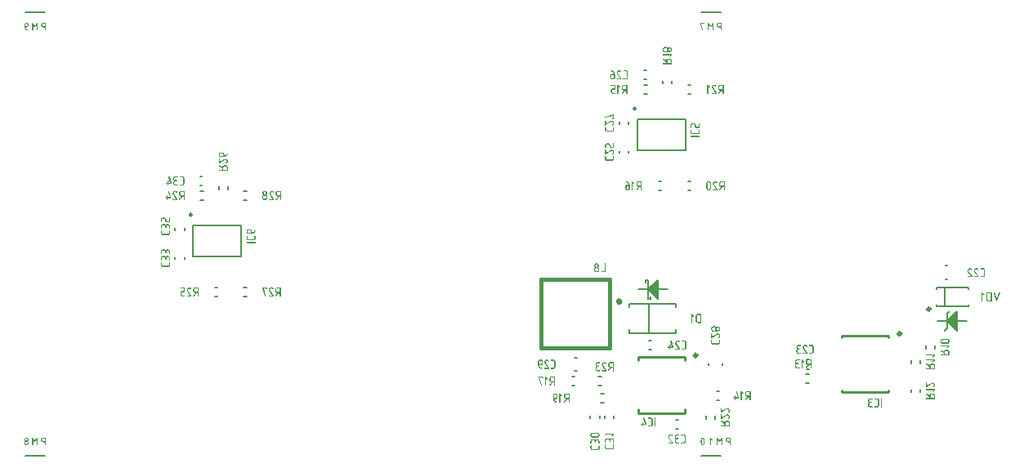
<source format=gbo>
G04*
G04 #@! TF.GenerationSoftware,Altium Limited,Altium Designer,21.7.2 (23)*
G04*
G04 Layer_Color=32896*
%FSLAX43Y43*%
%MOMM*%
G71*
G04*
G04 #@! TF.SameCoordinates,BD2E6C67-D46E-495A-B7F0-CE9B6F3DEFF6*
G04*
G04*
G04 #@! TF.FilePolarity,Positive*
G04*
G01*
G75*
%ADD11C,0.200*%
%ADD12C,0.150*%
%ADD113C,0.350*%
%ADD114C,0.250*%
%ADD115C,0.178*%
%ADD116C,0.381*%
%ADD117C,0.178*%
G36*
X129500Y68250D02*
X128500Y69250D01*
X128500Y69250D01*
X129500Y70250D01*
Y68250D01*
D02*
G37*
G36*
X160492Y66960D02*
X159492Y65960D01*
Y65960D01*
X160492Y64960D01*
Y66960D01*
D02*
G37*
G36*
X158174Y62518D02*
X158181D01*
X158196Y62512D01*
X158203Y62509D01*
X158210Y62504D01*
X158212D01*
X158213Y62501D01*
X158220Y62494D01*
X158226Y62483D01*
X158227Y62476D01*
X158229Y62467D01*
Y62463D01*
X158227Y62457D01*
X158226Y62450D01*
X158223Y62443D01*
X158219Y62434D01*
X158213Y62425D01*
X158205Y62415D01*
X158022Y62232D01*
X158020Y62231D01*
X158019Y62229D01*
X158015Y62227D01*
X158009Y62222D01*
X157995Y62215D01*
X157988Y62214D01*
X157980Y62213D01*
X157978D01*
X157975D01*
X157971Y62214D01*
X157964Y62215D01*
X157950Y62221D01*
X157943Y62225D01*
X157936Y62231D01*
X157935Y62232D01*
X157933Y62234D01*
X157931Y62238D01*
X157928Y62243D01*
X157921Y62257D01*
X157919Y62266D01*
X157918Y62274D01*
Y62278D01*
X157919Y62283D01*
X157922Y62288D01*
X157926Y62295D01*
X157933Y62302D01*
X157942Y62311D01*
X157954Y62319D01*
X158038Y62399D01*
X157330D01*
X157329D01*
X157326D01*
X157320Y62400D01*
X157315Y62401D01*
X157301Y62407D01*
X157294Y62411D01*
X157287Y62417D01*
Y62418D01*
X157284Y62420D01*
X157283Y62424D01*
X157280Y62429D01*
X157274Y62442D01*
X157273Y62450D01*
X157271Y62459D01*
Y62463D01*
X157273Y62467D01*
Y62474D01*
X157278Y62487D01*
X157281Y62494D01*
X157287Y62501D01*
X157288Y62502D01*
X157290Y62504D01*
X157298Y62511D01*
X157312Y62516D01*
X157320Y62518D01*
X157330Y62519D01*
X158164D01*
X158166D01*
X158170D01*
X158174Y62518D01*
D02*
G37*
G36*
Y62043D02*
X158181D01*
X158196Y62038D01*
X158203Y62035D01*
X158210Y62029D01*
X158212D01*
X158213Y62026D01*
X158220Y62019D01*
X158226Y62008D01*
X158227Y62001D01*
X158229Y61993D01*
Y61989D01*
X158227Y61983D01*
X158226Y61976D01*
X158223Y61969D01*
X158219Y61959D01*
X158213Y61951D01*
X158205Y61941D01*
X158022Y61758D01*
X158020Y61756D01*
X158019Y61755D01*
X158015Y61752D01*
X158009Y61748D01*
X157995Y61741D01*
X157988Y61739D01*
X157980Y61738D01*
X157978D01*
X157975D01*
X157971Y61739D01*
X157964Y61741D01*
X157950Y61746D01*
X157943Y61751D01*
X157936Y61756D01*
X157935Y61758D01*
X157933Y61759D01*
X157931Y61763D01*
X157928Y61769D01*
X157921Y61783D01*
X157919Y61791D01*
X157918Y61800D01*
Y61804D01*
X157919Y61808D01*
X157922Y61814D01*
X157926Y61821D01*
X157933Y61828D01*
X157942Y61836D01*
X157954Y61844D01*
X158038Y61924D01*
X157330D01*
X157329D01*
X157326D01*
X157320Y61926D01*
X157315Y61927D01*
X157301Y61933D01*
X157294Y61937D01*
X157287Y61942D01*
Y61944D01*
X157284Y61945D01*
X157283Y61949D01*
X157280Y61955D01*
X157274Y61968D01*
X157273Y61976D01*
X157271Y61984D01*
Y61989D01*
X157273Y61993D01*
Y62000D01*
X157278Y62012D01*
X157281Y62019D01*
X157287Y62026D01*
X157288Y62028D01*
X157290Y62029D01*
X157298Y62036D01*
X157312Y62042D01*
X157320Y62043D01*
X157330Y62045D01*
X158164D01*
X158166D01*
X158170D01*
X158174Y62043D01*
D02*
G37*
G36*
X158040Y61563D02*
X158055Y61562D01*
X158075Y61556D01*
X158097Y61549D01*
X158122Y61537D01*
X158147Y61521D01*
X158159Y61510D01*
X158171Y61499D01*
X158174Y61496D01*
X158180Y61490D01*
X158188Y61479D01*
X158198Y61464D01*
X158208Y61446D01*
X158216Y61423D01*
X158222Y61397D01*
X158224Y61367D01*
Y61040D01*
X158223Y61033D01*
X158222Y61023D01*
X158217Y61012D01*
X158210Y61001D01*
X158199Y60991D01*
X158184Y60984D01*
X158175Y60982D01*
X158164Y60981D01*
X157330D01*
X157329D01*
X157326D01*
X157320Y60982D01*
X157315Y60984D01*
X157301Y60989D01*
X157294Y60994D01*
X157287Y60999D01*
Y61001D01*
X157284Y61002D01*
X157283Y61006D01*
X157280Y61012D01*
X157274Y61026D01*
X157273Y61034D01*
X157271Y61043D01*
Y61047D01*
X157273Y61051D01*
Y61058D01*
X157278Y61071D01*
X157281Y61078D01*
X157287Y61085D01*
X157288Y61086D01*
X157290Y61087D01*
X157298Y61094D01*
X157312Y61100D01*
X157320Y61101D01*
X157330Y61103D01*
X157641D01*
Y61240D01*
X157297Y61457D01*
X157295Y61458D01*
X157292Y61460D01*
X157288Y61462D01*
X157284Y61468D01*
X157280Y61474D01*
X157276Y61482D01*
X157273Y61492D01*
X157271Y61503D01*
Y61507D01*
X157273Y61511D01*
X157274Y61518D01*
X157278Y61532D01*
X157283Y61539D01*
X157288Y61546D01*
X157290Y61548D01*
X157291Y61549D01*
X157299Y61556D01*
X157312Y61562D01*
X157320Y61563D01*
X157329Y61565D01*
X157330D01*
X157332D01*
X157340Y61563D01*
X157350Y61562D01*
X157362Y61556D01*
X157641Y61371D01*
Y61376D01*
X157642Y61381D01*
X157644Y61395D01*
X157648Y61415D01*
X157653Y61436D01*
X157663Y61457D01*
X157676Y61478D01*
X157694Y61497D01*
X157695Y61499D01*
X157697Y61500D01*
X157705Y61509D01*
X157718Y61518D01*
X157736Y61531D01*
X157757Y61544D01*
X157782Y61555D01*
X157810Y61562D01*
X157824Y61563D01*
X157840Y61565D01*
X158026D01*
X158027D01*
X158030D01*
X158034D01*
X158040Y61563D01*
D02*
G37*
G36*
X135234Y96902D02*
X135247Y96897D01*
X135255Y96890D01*
X135261Y96880D01*
X135265Y96870D01*
X135266Y96863D01*
X135268Y96857D01*
Y96855D01*
Y96145D01*
X135265Y96129D01*
X135259Y96116D01*
X135251Y96107D01*
X135241Y96102D01*
X135233Y96098D01*
X135224Y96096D01*
X135219Y96095D01*
X135216D01*
X135199Y96098D01*
X135186Y96103D01*
X135176Y96110D01*
X135171Y96120D01*
X135166Y96130D01*
X135165Y96137D01*
X135164Y96143D01*
Y96145D01*
Y96711D01*
X135031Y96482D01*
X135023Y96471D01*
X135014Y96463D01*
X135006Y96456D01*
X134997Y96451D01*
X134990Y96449D01*
X134984Y96447D01*
X134980D01*
X134970Y96449D01*
X134962Y96453D01*
X134953Y96457D01*
X134946Y96464D01*
X134941Y96470D01*
X134937Y96474D01*
X134934Y96478D01*
X134932Y96480D01*
X134797Y96711D01*
Y96145D01*
X134794Y96129D01*
X134789Y96116D01*
X134780Y96107D01*
X134770Y96102D01*
X134762Y96098D01*
X134753Y96096D01*
X134748Y96095D01*
X134745D01*
X134728Y96098D01*
X134715Y96103D01*
X134705Y96110D01*
X134700Y96120D01*
X134695Y96130D01*
X134694Y96137D01*
X134693Y96143D01*
Y96145D01*
Y96855D01*
X134695Y96871D01*
X134701Y96884D01*
X134710Y96893D01*
X134718Y96900D01*
X134728Y96902D01*
X134736Y96904D01*
X134742Y96905D01*
X134745D01*
X134755Y96904D01*
X134765Y96902D01*
X134772Y96898D01*
X134777Y96894D01*
X134786Y96887D01*
X134787Y96884D01*
X134789Y96883D01*
X134980Y96584D01*
X135172Y96880D01*
X135179Y96888D01*
X135186Y96894D01*
X135193Y96900D01*
X135200Y96902D01*
X135207Y96904D01*
X135213Y96905D01*
X135217D01*
X135234Y96902D01*
D02*
G37*
G36*
X136077D02*
X136090Y96897D01*
X136098Y96890D01*
X136104Y96880D01*
X136108Y96870D01*
X136109Y96863D01*
X136111Y96857D01*
Y96855D01*
Y96145D01*
X136108Y96129D01*
X136102Y96116D01*
X136094Y96107D01*
X136084Y96102D01*
X136076Y96098D01*
X136067Y96096D01*
X136061Y96095D01*
X136059D01*
X136042Y96098D01*
X136029Y96103D01*
X136019Y96110D01*
X136014Y96120D01*
X136009Y96130D01*
X136008Y96137D01*
X136007Y96143D01*
Y96145D01*
Y96409D01*
X135863D01*
X135843Y96410D01*
X135823Y96412D01*
X135788Y96420D01*
X135758Y96432D01*
X135732Y96444D01*
X135712Y96457D01*
X135703Y96463D01*
X135696Y96467D01*
X135691Y96473D01*
X135687Y96475D01*
X135685Y96477D01*
X135684Y96478D01*
X135671Y96492D01*
X135660Y96506D01*
X135651Y96520D01*
X135643Y96536D01*
X135630Y96566D01*
X135622Y96594D01*
X135617Y96619D01*
X135615Y96629D01*
Y96639D01*
X135613Y96647D01*
Y96653D01*
Y96656D01*
Y96657D01*
X135615Y96676D01*
X135616Y96694D01*
X135624Y96728D01*
X135636Y96757D01*
X135650Y96783D01*
X135664Y96804D01*
X135670Y96812D01*
X135675Y96819D01*
X135679Y96825D01*
X135684Y96829D01*
X135685Y96831D01*
X135687Y96832D01*
X135701Y96845D01*
X135715Y96856D01*
X135729Y96866D01*
X135744Y96874D01*
X135774Y96887D01*
X135802Y96897D01*
X135826Y96901D01*
X135836Y96902D01*
X135846Y96904D01*
X135853Y96905D01*
X136060D01*
X136077Y96902D01*
D02*
G37*
G36*
X134271Y96901D02*
X134284Y96895D01*
X134294Y96888D01*
X134299Y96879D01*
X134304Y96869D01*
X134305Y96862D01*
X134306Y96856D01*
Y96853D01*
X134304Y96836D01*
X134298Y96824D01*
X134290Y96814D01*
X134280Y96808D01*
X134271Y96804D01*
X134263Y96802D01*
X134257Y96801D01*
X134002D01*
X134149Y96160D01*
X134150Y96150D01*
Y96147D01*
Y96145D01*
X134147Y96129D01*
X134141Y96116D01*
X134133Y96107D01*
X134123Y96102D01*
X134113Y96098D01*
X134105Y96096D01*
X134099Y96095D01*
X134096D01*
X134082Y96096D01*
X134072Y96100D01*
X134064Y96107D01*
X134057Y96114D01*
X134053Y96121D01*
X134048Y96129D01*
X134047Y96133D01*
Y96134D01*
X133891Y96840D01*
X133889Y96847D01*
Y96852D01*
Y96853D01*
Y96855D01*
X133892Y96871D01*
X133898Y96883D01*
X133905Y96891D01*
X133915Y96898D01*
X133924Y96901D01*
X133931Y96902D01*
X133937Y96904D01*
X134254D01*
X134271Y96901D01*
D02*
G37*
G36*
X134969Y53904D02*
X134976Y53902D01*
X134989Y53895D01*
X134999Y53887D01*
X135000Y53886D01*
X135002Y53884D01*
X135155Y53732D01*
X135164Y53719D01*
X135168Y53708D01*
X135169Y53699D01*
Y53698D01*
Y53697D01*
X135167Y53680D01*
X135161Y53667D01*
X135153Y53657D01*
X135143Y53652D01*
X135134Y53647D01*
X135126Y53646D01*
X135120Y53645D01*
X135117D01*
X135103Y53647D01*
X135092Y53652D01*
X135085Y53656D01*
X135082Y53659D01*
X135013Y53745D01*
Y53145D01*
X135010Y53129D01*
X135004Y53116D01*
X134996Y53107D01*
X134986Y53102D01*
X134978Y53098D01*
X134969Y53096D01*
X134964Y53095D01*
X134961D01*
X134944Y53098D01*
X134931Y53103D01*
X134921Y53110D01*
X134916Y53120D01*
X134911Y53130D01*
X134910Y53137D01*
X134909Y53143D01*
Y53145D01*
Y53855D01*
X134911Y53871D01*
X134917Y53884D01*
X134926Y53893D01*
X134934Y53900D01*
X134944Y53902D01*
X134952Y53904D01*
X134958Y53905D01*
X134961D01*
X134969Y53904D01*
D02*
G37*
G36*
X136176Y53902D02*
X136189Y53897D01*
X136197Y53890D01*
X136203Y53880D01*
X136207Y53870D01*
X136208Y53863D01*
X136210Y53857D01*
Y53855D01*
Y53145D01*
X136207Y53129D01*
X136201Y53116D01*
X136193Y53107D01*
X136183Y53102D01*
X136175Y53098D01*
X136166Y53096D01*
X136160Y53095D01*
X136158D01*
X136141Y53098D01*
X136128Y53103D01*
X136118Y53110D01*
X136113Y53120D01*
X136108Y53130D01*
X136107Y53137D01*
X136105Y53143D01*
Y53145D01*
Y53711D01*
X135973Y53482D01*
X135964Y53471D01*
X135956Y53463D01*
X135948Y53456D01*
X135939Y53451D01*
X135932Y53449D01*
X135926Y53447D01*
X135922D01*
X135912Y53449D01*
X135904Y53453D01*
X135895Y53457D01*
X135888Y53464D01*
X135883Y53470D01*
X135878Y53474D01*
X135876Y53478D01*
X135874Y53480D01*
X135739Y53711D01*
Y53145D01*
X135736Y53129D01*
X135730Y53116D01*
X135722Y53107D01*
X135712Y53102D01*
X135704Y53098D01*
X135695Y53096D01*
X135690Y53095D01*
X135687D01*
X135670Y53098D01*
X135657Y53103D01*
X135647Y53110D01*
X135642Y53120D01*
X135637Y53130D01*
X135636Y53137D01*
X135635Y53143D01*
Y53145D01*
Y53855D01*
X135637Y53871D01*
X135643Y53884D01*
X135652Y53893D01*
X135660Y53900D01*
X135670Y53902D01*
X135678Y53904D01*
X135684Y53905D01*
X135687D01*
X135697Y53904D01*
X135707Y53902D01*
X135714Y53898D01*
X135719Y53894D01*
X135728Y53887D01*
X135729Y53884D01*
X135730Y53883D01*
X135922Y53584D01*
X136114Y53880D01*
X136121Y53888D01*
X136128Y53894D01*
X136135Y53900D01*
X136142Y53902D01*
X136149Y53904D01*
X136155Y53905D01*
X136159D01*
X136176Y53902D01*
D02*
G37*
G36*
X137019D02*
X137032Y53897D01*
X137040Y53890D01*
X137046Y53880D01*
X137050Y53870D01*
X137051Y53863D01*
X137053Y53857D01*
Y53855D01*
Y53145D01*
X137050Y53129D01*
X137044Y53116D01*
X137036Y53107D01*
X137026Y53102D01*
X137018Y53098D01*
X137009Y53096D01*
X137003Y53095D01*
X137001D01*
X136984Y53098D01*
X136971Y53103D01*
X136961Y53110D01*
X136956Y53120D01*
X136951Y53130D01*
X136950Y53137D01*
X136948Y53143D01*
Y53145D01*
Y53409D01*
X136805D01*
X136785Y53410D01*
X136765Y53412D01*
X136730Y53420D01*
X136700Y53432D01*
X136674Y53444D01*
X136654Y53457D01*
X136645Y53463D01*
X136638Y53467D01*
X136633Y53473D01*
X136628Y53475D01*
X136627Y53477D01*
X136626Y53478D01*
X136613Y53492D01*
X136602Y53506D01*
X136593Y53520D01*
X136585Y53536D01*
X136572Y53566D01*
X136564Y53594D01*
X136559Y53619D01*
X136557Y53629D01*
Y53639D01*
X136555Y53647D01*
Y53653D01*
Y53656D01*
Y53657D01*
X136557Y53676D01*
X136558Y53694D01*
X136566Y53728D01*
X136578Y53757D01*
X136592Y53783D01*
X136606Y53804D01*
X136612Y53812D01*
X136617Y53819D01*
X136621Y53825D01*
X136626Y53829D01*
X136627Y53831D01*
X136628Y53832D01*
X136643Y53845D01*
X136657Y53856D01*
X136671Y53866D01*
X136686Y53874D01*
X136716Y53887D01*
X136744Y53897D01*
X136768Y53901D01*
X136778Y53902D01*
X136788Y53904D01*
X136795Y53905D01*
X137002D01*
X137019Y53902D01*
D02*
G37*
G36*
X134180Y53904D02*
X134200Y53898D01*
X134218Y53891D01*
X134236Y53881D01*
X134252Y53869D01*
X134266Y53856D01*
X134278Y53840D01*
X134290Y53826D01*
X134300Y53812D01*
X134308Y53797D01*
X134317Y53784D01*
X134322Y53773D01*
X134326Y53762D01*
X134329Y53754D01*
X134332Y53749D01*
Y53747D01*
X134343Y53707D01*
X134352Y53664D01*
X134357Y53623D01*
X134362Y53585D01*
X134363Y53567D01*
X134364Y53551D01*
Y53537D01*
X134366Y53525D01*
Y53515D01*
Y53508D01*
Y53502D01*
Y53501D01*
X134364Y53449D01*
X134360Y53402D01*
X134357Y53379D01*
X134355Y53360D01*
X134352Y53340D01*
X134349Y53323D01*
X134346Y53308D01*
X134343Y53293D01*
X134341Y53281D01*
X134338Y53271D01*
X134335Y53264D01*
X134333Y53257D01*
X134332Y53254D01*
Y53253D01*
X134321Y53224D01*
X134310Y53200D01*
X134295Y53179D01*
X134283Y53161D01*
X134267Y53145D01*
X134253Y53133D01*
X134239Y53123D01*
X134225Y53114D01*
X134211Y53107D01*
X134198Y53103D01*
X134187Y53099D01*
X134177Y53098D01*
X134169Y53096D01*
X134163Y53095D01*
X134157D01*
X134136Y53096D01*
X134115Y53102D01*
X134097Y53109D01*
X134080Y53120D01*
X134064Y53131D01*
X134050Y53144D01*
X134037Y53160D01*
X134026Y53174D01*
X134006Y53203D01*
X133999Y53216D01*
X133994Y53229D01*
X133990Y53238D01*
X133987Y53246D01*
X133984Y53251D01*
Y53253D01*
X133971Y53293D01*
X133963Y53336D01*
X133956Y53377D01*
X133951Y53416D01*
X133950Y53433D01*
X133949Y53450D01*
Y53464D01*
X133947Y53477D01*
Y53487D01*
Y53495D01*
Y53499D01*
Y53501D01*
X133949Y53551D01*
X133953Y53598D01*
X133956Y53621D01*
X133958Y53640D01*
X133963Y53659D01*
X133966Y53677D01*
X133968Y53692D01*
X133973Y53705D01*
X133975Y53718D01*
X133978Y53728D01*
X133981Y53736D01*
X133982Y53742D01*
X133984Y53745D01*
Y53746D01*
X133994Y53774D01*
X134006Y53798D01*
X134019Y53819D01*
X134033Y53838D01*
X134047Y53853D01*
X134061Y53866D01*
X134076Y53877D01*
X134090Y53886D01*
X134104Y53893D01*
X134116Y53897D01*
X134128Y53901D01*
X134138Y53902D01*
X134146Y53904D01*
X134152Y53905D01*
X134157D01*
X134180Y53904D01*
D02*
G37*
G36*
X65235Y53902D02*
X65247Y53897D01*
X65256Y53890D01*
X65261Y53880D01*
X65266Y53870D01*
X65267Y53863D01*
X65269Y53857D01*
Y53855D01*
Y53145D01*
X65266Y53129D01*
X65260Y53116D01*
X65252Y53107D01*
X65242Y53102D01*
X65233Y53098D01*
X65225Y53096D01*
X65219Y53095D01*
X65216D01*
X65199Y53098D01*
X65187Y53103D01*
X65177Y53110D01*
X65171Y53120D01*
X65167Y53130D01*
X65166Y53137D01*
X65164Y53143D01*
Y53145D01*
Y53711D01*
X65032Y53482D01*
X65023Y53471D01*
X65015Y53463D01*
X65006Y53456D01*
X64998Y53451D01*
X64991Y53449D01*
X64985Y53447D01*
X64981D01*
X64971Y53449D01*
X64963Y53453D01*
X64954Y53457D01*
X64947Y53464D01*
X64941Y53470D01*
X64937Y53474D01*
X64934Y53478D01*
X64933Y53480D01*
X64798Y53711D01*
Y53145D01*
X64795Y53129D01*
X64789Y53116D01*
X64781Y53107D01*
X64771Y53102D01*
X64762Y53098D01*
X64754Y53096D01*
X64748Y53095D01*
X64746D01*
X64729Y53098D01*
X64716Y53103D01*
X64706Y53110D01*
X64700Y53120D01*
X64696Y53130D01*
X64695Y53137D01*
X64693Y53143D01*
Y53145D01*
Y53855D01*
X64696Y53871D01*
X64702Y53884D01*
X64710Y53893D01*
X64719Y53900D01*
X64729Y53902D01*
X64737Y53904D01*
X64743Y53905D01*
X64746D01*
X64755Y53904D01*
X64765Y53902D01*
X64772Y53898D01*
X64778Y53894D01*
X64786Y53887D01*
X64788Y53884D01*
X64789Y53883D01*
X64981Y53584D01*
X65173Y53880D01*
X65180Y53888D01*
X65187Y53894D01*
X65194Y53900D01*
X65201Y53902D01*
X65208Y53904D01*
X65214Y53905D01*
X65218D01*
X65235Y53902D01*
D02*
G37*
G36*
X66078D02*
X66090Y53897D01*
X66099Y53890D01*
X66104Y53880D01*
X66109Y53870D01*
X66110Y53863D01*
X66112Y53857D01*
Y53855D01*
Y53145D01*
X66109Y53129D01*
X66103Y53116D01*
X66095Y53107D01*
X66085Y53102D01*
X66076Y53098D01*
X66068Y53096D01*
X66062Y53095D01*
X66059D01*
X66042Y53098D01*
X66030Y53103D01*
X66020Y53110D01*
X66014Y53120D01*
X66010Y53130D01*
X66009Y53137D01*
X66007Y53143D01*
Y53145D01*
Y53409D01*
X65863D01*
X65844Y53410D01*
X65824Y53412D01*
X65789Y53420D01*
X65759Y53432D01*
X65732Y53444D01*
X65713Y53457D01*
X65704Y53463D01*
X65697Y53467D01*
X65691Y53473D01*
X65687Y53475D01*
X65686Y53477D01*
X65684Y53478D01*
X65672Y53492D01*
X65660Y53506D01*
X65652Y53520D01*
X65644Y53536D01*
X65631Y53566D01*
X65622Y53594D01*
X65618Y53619D01*
X65615Y53629D01*
Y53639D01*
X65614Y53647D01*
Y53653D01*
Y53656D01*
Y53657D01*
X65615Y53676D01*
X65617Y53694D01*
X65625Y53728D01*
X65636Y53757D01*
X65651Y53783D01*
X65665Y53804D01*
X65670Y53812D01*
X65676Y53819D01*
X65680Y53825D01*
X65684Y53829D01*
X65686Y53831D01*
X65687Y53832D01*
X65701Y53845D01*
X65715Y53856D01*
X65730Y53866D01*
X65745Y53874D01*
X65775Y53887D01*
X65803Y53897D01*
X65827Y53901D01*
X65837Y53902D01*
X65847Y53904D01*
X65854Y53905D01*
X66061D01*
X66078Y53902D01*
D02*
G37*
G36*
X64130D02*
X64159Y53895D01*
X64183Y53886D01*
X64206Y53874D01*
X64223Y53863D01*
X64235Y53853D01*
X64244Y53846D01*
X64245Y53845D01*
X64247Y53843D01*
X64258Y53832D01*
X64266Y53819D01*
X64282Y53795D01*
X64292Y53770D01*
X64300Y53747D01*
X64304Y53728D01*
X64306Y53711D01*
X64307Y53705D01*
Y53701D01*
Y53698D01*
Y53697D01*
X64306Y53678D01*
X64304Y53660D01*
X64294Y53628D01*
X64283Y53601D01*
X64268Y53578D01*
X64254Y53561D01*
X64242Y53549D01*
X64232Y53542D01*
X64231Y53539D01*
X64230D01*
X64244Y53529D01*
X64255Y53516D01*
X64265Y53505D01*
X64275Y53492D01*
X64289Y53465D01*
X64297Y53440D01*
X64303Y53418D01*
X64304Y53408D01*
X64306Y53399D01*
X64307Y53392D01*
Y53387D01*
Y53384D01*
Y53382D01*
Y53303D01*
X64306Y53288D01*
X64304Y53272D01*
X64297Y53243D01*
X64287Y53219D01*
X64276Y53196D01*
X64266Y53179D01*
X64256Y53167D01*
X64249Y53158D01*
X64247Y53157D01*
Y53155D01*
X64235Y53144D01*
X64223Y53136D01*
X64197Y53120D01*
X64173Y53110D01*
X64149Y53102D01*
X64130Y53098D01*
X64113Y53096D01*
X64107Y53095D01*
X64099D01*
X64083Y53096D01*
X64067Y53098D01*
X64038Y53105D01*
X64012Y53114D01*
X63991Y53126D01*
X63974Y53136D01*
X63962Y53145D01*
X63953Y53153D01*
X63950Y53155D01*
X63939Y53167D01*
X63929Y53179D01*
X63915Y53205D01*
X63904Y53229D01*
X63896Y53253D01*
X63891Y53272D01*
X63890Y53289D01*
X63888Y53295D01*
Y53299D01*
Y53302D01*
Y53303D01*
Y53322D01*
Y53337D01*
X63890Y53353D01*
Y53367D01*
X63891Y53389D01*
X63893Y53408D01*
X63894Y53420D01*
X63896Y53429D01*
X63897Y53434D01*
Y53436D01*
X63904Y53460D01*
X63914Y53480D01*
X63927Y53498D01*
X63938Y53512D01*
X63949Y53523D01*
X63959Y53532D01*
X63965Y53537D01*
X63967Y53539D01*
X63953Y53550D01*
X63941Y53561D01*
X63931Y53573D01*
X63922Y53587D01*
X63908Y53612D01*
X63898Y53637D01*
X63893Y53661D01*
X63891Y53671D01*
X63890Y53680D01*
X63888Y53687D01*
Y53692D01*
Y53695D01*
Y53697D01*
Y53712D01*
X63891Y53728D01*
X63898Y53756D01*
X63908Y53781D01*
X63919Y53802D01*
X63931Y53819D01*
X63941Y53832D01*
X63948Y53840D01*
X63949Y53843D01*
X63950D01*
X63962Y53855D01*
X63974Y53864D01*
X64000Y53879D01*
X64024Y53890D01*
X64048Y53898D01*
X64067Y53902D01*
X64084Y53904D01*
X64090Y53905D01*
X64114D01*
X64130Y53902D01*
D02*
G37*
G36*
X65235Y96902D02*
X65247Y96897D01*
X65256Y96890D01*
X65261Y96880D01*
X65266Y96870D01*
X65267Y96863D01*
X65269Y96857D01*
Y96855D01*
Y96145D01*
X65266Y96129D01*
X65260Y96116D01*
X65252Y96107D01*
X65242Y96102D01*
X65233Y96098D01*
X65225Y96096D01*
X65219Y96095D01*
X65216D01*
X65199Y96098D01*
X65187Y96103D01*
X65177Y96110D01*
X65171Y96120D01*
X65167Y96130D01*
X65166Y96137D01*
X65164Y96143D01*
Y96145D01*
Y96711D01*
X65032Y96482D01*
X65023Y96471D01*
X65015Y96463D01*
X65006Y96456D01*
X64998Y96451D01*
X64991Y96449D01*
X64985Y96447D01*
X64981D01*
X64971Y96449D01*
X64963Y96453D01*
X64954Y96457D01*
X64947Y96464D01*
X64941Y96470D01*
X64937Y96474D01*
X64934Y96478D01*
X64933Y96480D01*
X64798Y96711D01*
Y96145D01*
X64795Y96129D01*
X64789Y96116D01*
X64781Y96107D01*
X64771Y96102D01*
X64762Y96098D01*
X64754Y96096D01*
X64748Y96095D01*
X64746D01*
X64729Y96098D01*
X64716Y96103D01*
X64706Y96110D01*
X64700Y96120D01*
X64696Y96130D01*
X64695Y96137D01*
X64693Y96143D01*
Y96145D01*
Y96855D01*
X64696Y96871D01*
X64702Y96884D01*
X64710Y96893D01*
X64719Y96900D01*
X64729Y96902D01*
X64737Y96904D01*
X64743Y96905D01*
X64746D01*
X64755Y96904D01*
X64765Y96902D01*
X64772Y96898D01*
X64778Y96894D01*
X64786Y96887D01*
X64788Y96884D01*
X64789Y96883D01*
X64981Y96584D01*
X65173Y96880D01*
X65180Y96888D01*
X65187Y96894D01*
X65194Y96900D01*
X65201Y96902D01*
X65208Y96904D01*
X65214Y96905D01*
X65218D01*
X65235Y96902D01*
D02*
G37*
G36*
X66078D02*
X66090Y96897D01*
X66099Y96890D01*
X66104Y96880D01*
X66109Y96870D01*
X66110Y96863D01*
X66112Y96857D01*
Y96855D01*
Y96145D01*
X66109Y96129D01*
X66103Y96116D01*
X66095Y96107D01*
X66085Y96102D01*
X66076Y96098D01*
X66068Y96096D01*
X66062Y96095D01*
X66059D01*
X66042Y96098D01*
X66030Y96103D01*
X66020Y96110D01*
X66014Y96120D01*
X66010Y96130D01*
X66009Y96137D01*
X66007Y96143D01*
Y96145D01*
Y96409D01*
X65863D01*
X65844Y96410D01*
X65824Y96412D01*
X65789Y96420D01*
X65759Y96432D01*
X65732Y96444D01*
X65713Y96457D01*
X65704Y96463D01*
X65697Y96467D01*
X65691Y96473D01*
X65687Y96475D01*
X65686Y96477D01*
X65684Y96478D01*
X65672Y96492D01*
X65660Y96506D01*
X65652Y96520D01*
X65644Y96536D01*
X65631Y96566D01*
X65622Y96594D01*
X65618Y96619D01*
X65615Y96629D01*
Y96639D01*
X65614Y96647D01*
Y96653D01*
Y96656D01*
Y96657D01*
X65615Y96676D01*
X65617Y96694D01*
X65625Y96728D01*
X65636Y96757D01*
X65651Y96783D01*
X65665Y96804D01*
X65670Y96812D01*
X65676Y96819D01*
X65680Y96825D01*
X65684Y96829D01*
X65686Y96831D01*
X65687Y96832D01*
X65701Y96845D01*
X65715Y96856D01*
X65730Y96866D01*
X65745Y96874D01*
X65775Y96887D01*
X65803Y96897D01*
X65827Y96901D01*
X65837Y96902D01*
X65847Y96904D01*
X65854Y96905D01*
X66061D01*
X66078Y96902D01*
D02*
G37*
G36*
X64130D02*
X64159Y96895D01*
X64183Y96886D01*
X64206Y96874D01*
X64223Y96863D01*
X64235Y96853D01*
X64244Y96846D01*
X64245Y96845D01*
X64247Y96843D01*
X64258Y96832D01*
X64266Y96819D01*
X64282Y96795D01*
X64292Y96770D01*
X64300Y96747D01*
X64304Y96728D01*
X64306Y96711D01*
X64307Y96705D01*
Y96701D01*
Y96698D01*
Y96697D01*
Y96618D01*
X64306Y96602D01*
X64304Y96587D01*
X64297Y96557D01*
X64287Y96533D01*
X64276Y96511D01*
X64266Y96494D01*
X64256Y96481D01*
X64249Y96473D01*
X64247Y96471D01*
Y96470D01*
X64235Y96458D01*
X64223Y96450D01*
X64197Y96434D01*
X64173Y96425D01*
X64149Y96416D01*
X64130Y96412D01*
X64113Y96410D01*
X64107Y96409D01*
X63997D01*
X64001Y96389D01*
X64007Y96370D01*
X64015Y96351D01*
X64024Y96334D01*
X64046Y96302D01*
X64070Y96275D01*
X64082Y96262D01*
X64093Y96253D01*
X64104Y96243D01*
X64113Y96236D01*
X64121Y96230D01*
X64127Y96226D01*
X64131Y96223D01*
X64132Y96222D01*
X64155Y96210D01*
X64177Y96200D01*
X64187Y96196D01*
X64194Y96193D01*
X64200Y96191D01*
X64201D01*
X64211Y96186D01*
X64218Y96179D01*
X64223Y96172D01*
X64225Y96164D01*
X64228Y96157D01*
X64230Y96151D01*
Y96147D01*
Y96145D01*
X64228Y96138D01*
X64227Y96131D01*
X64221Y96119D01*
X64217Y96112D01*
X64214Y96110D01*
Y96109D01*
X64201Y96100D01*
X64190Y96096D01*
X64180Y96095D01*
X64177D01*
X64163Y96096D01*
X64149Y96100D01*
X64132Y96107D01*
X64117Y96114D01*
X64103Y96120D01*
X64091Y96127D01*
X64084Y96131D01*
X64082Y96133D01*
X64048Y96157D01*
X64018Y96182D01*
X63991Y96207D01*
X63970Y96236D01*
X63950Y96262D01*
X63935Y96291D01*
X63922Y96317D01*
X63912Y96343D01*
X63904Y96367D01*
X63898Y96389D01*
X63894Y96409D01*
X63891Y96427D01*
X63890Y96441D01*
X63888Y96453D01*
Y96458D01*
Y96461D01*
Y96698D01*
Y96714D01*
X63891Y96729D01*
X63898Y96757D01*
X63908Y96783D01*
X63919Y96804D01*
X63931Y96821D01*
X63941Y96833D01*
X63948Y96842D01*
X63949Y96845D01*
X63950D01*
X63962Y96856D01*
X63974Y96864D01*
X64000Y96880D01*
X64024Y96891D01*
X64048Y96898D01*
X64067Y96902D01*
X64084Y96904D01*
X64090Y96905D01*
X64114D01*
X64130Y96902D01*
D02*
G37*
G36*
X163104Y68977D02*
X163111Y68976D01*
X163118Y68973D01*
X163128Y68969D01*
X163136Y68963D01*
X163146Y68955D01*
X163330Y68772D01*
X163331Y68770D01*
X163332Y68769D01*
X163335Y68765D01*
X163339Y68759D01*
X163346Y68745D01*
X163348Y68738D01*
X163349Y68730D01*
Y68728D01*
Y68725D01*
X163348Y68721D01*
X163346Y68714D01*
X163341Y68700D01*
X163337Y68693D01*
X163331Y68686D01*
X163330Y68685D01*
X163328Y68683D01*
X163324Y68681D01*
X163318Y68678D01*
X163304Y68671D01*
X163296Y68669D01*
X163288Y68668D01*
X163283D01*
X163279Y68669D01*
X163274Y68672D01*
X163267Y68676D01*
X163260Y68683D01*
X163251Y68692D01*
X163243Y68704D01*
X163163Y68788D01*
Y68080D01*
Y68079D01*
Y68076D01*
X163162Y68070D01*
X163160Y68065D01*
X163155Y68051D01*
X163150Y68044D01*
X163145Y68037D01*
X163143D01*
X163142Y68034D01*
X163138Y68033D01*
X163132Y68030D01*
X163120Y68024D01*
X163111Y68023D01*
X163103Y68021D01*
X163099D01*
X163094Y68023D01*
X163087D01*
X163075Y68028D01*
X163068Y68031D01*
X163061Y68037D01*
X163060Y68038D01*
X163058Y68040D01*
X163051Y68048D01*
X163046Y68062D01*
X163044Y68070D01*
X163043Y68080D01*
Y68914D01*
Y68916D01*
Y68920D01*
X163044Y68924D01*
Y68931D01*
X163050Y68946D01*
X163053Y68953D01*
X163058Y68960D01*
Y68962D01*
X163061Y68963D01*
X163068Y68970D01*
X163079Y68976D01*
X163086Y68977D01*
X163094Y68979D01*
X163099D01*
X163104Y68977D01*
D02*
G37*
G36*
X164904Y68973D02*
X164910D01*
X164922Y68967D01*
X164931Y68963D01*
X164938Y68958D01*
X164939Y68956D01*
X164940Y68955D01*
X164947Y68946D01*
X164954Y68934D01*
X164956Y68925D01*
X164957Y68917D01*
Y68916D01*
Y68913D01*
Y68906D01*
X164956Y68903D01*
X164954Y68896D01*
X164676Y68072D01*
X164675Y68069D01*
X164672Y68063D01*
X164668Y68056D01*
X164662Y68047D01*
X164654Y68037D01*
X164644Y68030D01*
X164631Y68024D01*
X164617Y68021D01*
X164616D01*
X164612Y68023D01*
X164605Y68024D01*
X164596Y68028D01*
X164586Y68034D01*
X164578Y68042D01*
X164568Y68055D01*
X164561Y68072D01*
X164283Y68896D01*
Y68897D01*
X164281Y68899D01*
Y68906D01*
Y68907D01*
X164280Y68910D01*
Y68917D01*
Y68918D01*
Y68921D01*
X164281Y68925D01*
X164283Y68931D01*
X164287Y68944D01*
X164292Y68951D01*
X164298Y68958D01*
X164299Y68959D01*
X164301Y68960D01*
X164305Y68963D01*
X164311Y68966D01*
X164325Y68972D01*
X164332Y68974D01*
X164344D01*
X164353Y68973D01*
X164364Y68970D01*
X164375Y68963D01*
X164378Y68962D01*
X164383Y68955D01*
X164390Y68945D01*
X164396Y68932D01*
X164617Y68249D01*
X164838Y68932D01*
Y68934D01*
X164840Y68937D01*
X164841Y68941D01*
X164844Y68946D01*
X164854Y68958D01*
X164859Y68963D01*
X164868Y68967D01*
X164871Y68969D01*
X164878Y68972D01*
X164886Y68973D01*
X164896Y68974D01*
X164900D01*
X164904Y68973D01*
D02*
G37*
G36*
X164055D02*
X164064Y68972D01*
X164076Y68967D01*
X164087Y68960D01*
X164097Y68949D01*
X164104Y68934D01*
X164105Y68925D01*
X164106Y68914D01*
Y68080D01*
Y68077D01*
X164105Y68070D01*
X164104Y68062D01*
X164098Y68051D01*
X164091Y68040D01*
X164080Y68031D01*
X164064Y68024D01*
X164056Y68023D01*
X164045Y68021D01*
X163712D01*
X163706Y68023D01*
X163691Y68024D01*
X163671Y68028D01*
X163650Y68035D01*
X163626Y68045D01*
X163603Y68059D01*
X163580Y68077D01*
X163577Y68080D01*
X163572Y68089D01*
X163562Y68100D01*
X163551Y68118D01*
X163541Y68138D01*
X163531Y68163D01*
X163526Y68189D01*
X163523Y68220D01*
Y68776D01*
Y68777D01*
Y68780D01*
Y68784D01*
X163524Y68790D01*
X163526Y68805D01*
X163531Y68825D01*
X163538Y68847D01*
X163551Y68872D01*
X163566Y68897D01*
X163577Y68909D01*
X163589Y68921D01*
X163591Y68924D01*
X163597Y68930D01*
X163608Y68938D01*
X163624Y68948D01*
X163642Y68958D01*
X163664Y68966D01*
X163691Y68972D01*
X163720Y68974D01*
X164048D01*
X164055Y68973D01*
D02*
G37*
G36*
X119371Y58477D02*
X119378Y58476D01*
X119385Y58473D01*
X119395Y58469D01*
X119404Y58463D01*
X119413Y58455D01*
X119597Y58272D01*
X119598Y58270D01*
X119599Y58269D01*
X119602Y58265D01*
X119606Y58259D01*
X119613Y58245D01*
X119615Y58238D01*
X119616Y58230D01*
Y58228D01*
Y58225D01*
X119615Y58221D01*
X119613Y58214D01*
X119608Y58200D01*
X119604Y58193D01*
X119598Y58186D01*
X119597Y58185D01*
X119595Y58183D01*
X119591Y58181D01*
X119585Y58178D01*
X119571Y58171D01*
X119563Y58169D01*
X119555Y58168D01*
X119550D01*
X119546Y58169D01*
X119541Y58172D01*
X119534Y58176D01*
X119527Y58183D01*
X119518Y58192D01*
X119510Y58204D01*
X119430Y58288D01*
Y57580D01*
Y57579D01*
Y57576D01*
X119429Y57570D01*
X119427Y57565D01*
X119422Y57551D01*
X119418Y57544D01*
X119412Y57537D01*
X119411D01*
X119409Y57534D01*
X119405Y57533D01*
X119399Y57530D01*
X119387Y57524D01*
X119378Y57523D01*
X119370Y57521D01*
X119366D01*
X119362Y57523D01*
X119355D01*
X119342Y57528D01*
X119335Y57531D01*
X119328Y57537D01*
X119327Y57538D01*
X119325Y57540D01*
X119318Y57548D01*
X119313Y57562D01*
X119311Y57570D01*
X119310Y57580D01*
Y58414D01*
Y58416D01*
Y58420D01*
X119311Y58424D01*
Y58431D01*
X119317Y58446D01*
X119320Y58453D01*
X119325Y58460D01*
Y58462D01*
X119328Y58463D01*
X119335Y58470D01*
X119346Y58476D01*
X119353Y58477D01*
X119362Y58479D01*
X119366D01*
X119371Y58477D01*
D02*
G37*
G36*
X120322Y58473D02*
X120331Y58472D01*
X120343Y58467D01*
X120354Y58460D01*
X120364Y58449D01*
X120371Y58434D01*
X120372Y58425D01*
X120373Y58414D01*
Y57580D01*
Y57579D01*
Y57576D01*
X120372Y57570D01*
X120371Y57565D01*
X120365Y57551D01*
X120361Y57544D01*
X120355Y57537D01*
X120354D01*
X120352Y57534D01*
X120348Y57533D01*
X120343Y57530D01*
X120329Y57524D01*
X120320Y57523D01*
X120312Y57521D01*
X120308D01*
X120303Y57523D01*
X120296D01*
X120284Y57528D01*
X120277Y57531D01*
X120270Y57537D01*
X120268Y57538D01*
X120267Y57540D01*
X120260Y57548D01*
X120254Y57562D01*
X120253Y57570D01*
X120252Y57580D01*
Y57891D01*
X120115D01*
X119898Y57547D01*
X119896Y57545D01*
X119895Y57542D01*
X119892Y57538D01*
X119886Y57534D01*
X119881Y57530D01*
X119872Y57526D01*
X119863Y57523D01*
X119851Y57521D01*
X119847D01*
X119843Y57523D01*
X119836Y57524D01*
X119822Y57528D01*
X119815Y57533D01*
X119808Y57538D01*
X119807Y57540D01*
X119805Y57541D01*
X119798Y57549D01*
X119793Y57562D01*
X119791Y57570D01*
X119790Y57579D01*
Y57580D01*
Y57582D01*
X119791Y57590D01*
X119793Y57600D01*
X119798Y57612D01*
X119983Y57891D01*
X119979D01*
X119973Y57892D01*
X119959Y57894D01*
X119940Y57898D01*
X119919Y57903D01*
X119898Y57913D01*
X119877Y57926D01*
X119857Y57944D01*
X119856Y57945D01*
X119854Y57947D01*
X119846Y57955D01*
X119836Y57968D01*
X119823Y57986D01*
X119811Y58007D01*
X119800Y58032D01*
X119793Y58060D01*
X119791Y58074D01*
X119790Y58090D01*
Y58276D01*
Y58277D01*
Y58280D01*
Y58284D01*
X119791Y58290D01*
X119793Y58305D01*
X119798Y58325D01*
X119805Y58347D01*
X119818Y58372D01*
X119833Y58397D01*
X119844Y58409D01*
X119856Y58421D01*
X119858Y58424D01*
X119864Y58430D01*
X119875Y58438D01*
X119891Y58448D01*
X119909Y58458D01*
X119931Y58466D01*
X119958Y58472D01*
X119987Y58474D01*
X120315D01*
X120322Y58473D01*
D02*
G37*
G36*
X118956D02*
X118971Y58472D01*
X118991Y58467D01*
X119013Y58460D01*
X119037Y58449D01*
X119062Y58435D01*
X119084Y58416D01*
X119087Y58413D01*
X119093Y58406D01*
X119103Y58393D01*
X119112Y58376D01*
X119124Y58357D01*
X119133Y58333D01*
X119139Y58305D01*
X119142Y58276D01*
Y58090D01*
Y58088D01*
Y58085D01*
Y58081D01*
X119140Y58076D01*
X119139Y58060D01*
X119135Y58041D01*
X119128Y58018D01*
X119118Y57996D01*
X119104Y57971D01*
X119084Y57948D01*
X119082Y57945D01*
X119073Y57940D01*
X119062Y57930D01*
X119044Y57920D01*
X119024Y57909D01*
X118999Y57899D01*
X118972Y57894D01*
X118942Y57891D01*
X118789D01*
X118791Y57888D01*
X118795Y57882D01*
X118796Y57878D01*
X118799Y57871D01*
Y57870D01*
X118800Y57868D01*
X118803Y57861D01*
X118806Y57852D01*
X118810Y57843D01*
Y57842D01*
X118812Y57840D01*
X118813Y57836D01*
X118816Y57831D01*
X118823Y57815D01*
X118833Y57797D01*
X118844Y57777D01*
X118859Y57755D01*
X118875Y57734D01*
X118893Y57713D01*
X118896Y57710D01*
X118901Y57705D01*
X118912Y57696D01*
X118926Y57685D01*
X118943Y57673D01*
X118964Y57660D01*
X118986Y57647D01*
X119010Y57636D01*
X119012D01*
X119013Y57635D01*
X119021Y57631D01*
X119031Y57624D01*
X119040Y57614D01*
X119041Y57611D01*
X119044Y57604D01*
X119047Y57594D01*
X119048Y57583D01*
Y57582D01*
Y57579D01*
X119047Y57575D01*
X119045Y57569D01*
X119041Y57555D01*
X119037Y57547D01*
X119031Y57540D01*
X119030Y57538D01*
X119028Y57537D01*
X119020Y57531D01*
X119006Y57524D01*
X118998Y57523D01*
X118989Y57521D01*
X118981D01*
X118974Y57523D01*
X118965Y57526D01*
X118964D01*
X118961Y57527D01*
X118957Y57530D01*
X118950Y57533D01*
X118943Y57537D01*
X118933Y57541D01*
X118912Y57552D01*
X118887Y57568D01*
X118861Y57586D01*
X118834Y57607D01*
X118807Y57631D01*
X118806Y57632D01*
X118805Y57633D01*
X118800Y57638D01*
X118796Y57643D01*
X118784Y57657D01*
X118768Y57677D01*
X118750Y57699D01*
X118732Y57726D01*
X118715Y57756D01*
X118700Y57789D01*
Y57790D01*
X118697Y57794D01*
X118695Y57801D01*
X118691Y57810D01*
X118688Y57821D01*
X118684Y57833D01*
X118680Y57849D01*
X118674Y57866D01*
X118670Y57884D01*
X118666Y57903D01*
X118658Y57947D01*
X118652Y57994D01*
X118651Y58045D01*
Y58276D01*
Y58277D01*
Y58280D01*
Y58284D01*
X118652Y58290D01*
X118653Y58305D01*
X118659Y58325D01*
X118666Y58347D01*
X118679Y58372D01*
X118694Y58397D01*
X118705Y58409D01*
X118716Y58421D01*
X118719Y58424D01*
X118725Y58430D01*
X118736Y58438D01*
X118751Y58448D01*
X118771Y58458D01*
X118793Y58466D01*
X118820Y58472D01*
X118849Y58474D01*
X118950D01*
X118956Y58473D01*
D02*
G37*
G36*
X144440Y62017D02*
X144447Y62016D01*
X144454Y62013D01*
X144464Y62009D01*
X144472Y62003D01*
X144482Y61995D01*
X144665Y61812D01*
X144666Y61810D01*
X144668Y61809D01*
X144671Y61805D01*
X144675Y61799D01*
X144682Y61785D01*
X144683Y61778D01*
X144685Y61770D01*
Y61768D01*
Y61766D01*
X144683Y61761D01*
X144682Y61754D01*
X144676Y61740D01*
X144672Y61733D01*
X144666Y61726D01*
X144665Y61725D01*
X144664Y61724D01*
X144659Y61721D01*
X144654Y61718D01*
X144640Y61711D01*
X144631Y61710D01*
X144623Y61708D01*
X144619D01*
X144615Y61710D01*
X144609Y61712D01*
X144602Y61717D01*
X144595Y61724D01*
X144587Y61732D01*
X144578Y61745D01*
X144499Y61829D01*
Y61120D01*
Y61119D01*
Y61116D01*
X144497Y61111D01*
X144496Y61105D01*
X144490Y61091D01*
X144486Y61084D01*
X144480Y61077D01*
X144479D01*
X144478Y61074D01*
X144473Y61073D01*
X144468Y61070D01*
X144455Y61064D01*
X144447Y61063D01*
X144438Y61062D01*
X144434D01*
X144430Y61063D01*
X144423D01*
X144410Y61069D01*
X144403Y61071D01*
X144396Y61077D01*
X144395Y61078D01*
X144394Y61080D01*
X144387Y61088D01*
X144381Y61102D01*
X144380Y61111D01*
X144378Y61120D01*
Y61955D01*
Y61956D01*
Y61960D01*
X144380Y61964D01*
Y61971D01*
X144385Y61987D01*
X144388Y61994D01*
X144394Y62001D01*
Y62002D01*
X144396Y62003D01*
X144403Y62010D01*
X144415Y62016D01*
X144422Y62017D01*
X144430Y62019D01*
X144434D01*
X144440Y62017D01*
D02*
G37*
G36*
X145390Y62013D02*
X145400Y62012D01*
X145411Y62008D01*
X145422Y62001D01*
X145432Y61989D01*
X145439Y61974D01*
X145440Y61966D01*
X145442Y61955D01*
Y61120D01*
Y61119D01*
Y61116D01*
X145440Y61111D01*
X145439Y61105D01*
X145433Y61091D01*
X145429Y61084D01*
X145424Y61077D01*
X145422D01*
X145421Y61074D01*
X145417Y61073D01*
X145411Y61070D01*
X145397Y61064D01*
X145389Y61063D01*
X145380Y61062D01*
X145376D01*
X145372Y61063D01*
X145365D01*
X145352Y61069D01*
X145345Y61071D01*
X145338Y61077D01*
X145337Y61078D01*
X145335Y61080D01*
X145328Y61088D01*
X145323Y61102D01*
X145321Y61111D01*
X145320Y61120D01*
Y61431D01*
X145183D01*
X144966Y61087D01*
X144965Y61085D01*
X144963Y61083D01*
X144960Y61078D01*
X144955Y61074D01*
X144949Y61070D01*
X144941Y61066D01*
X144931Y61063D01*
X144920Y61062D01*
X144916D01*
X144911Y61063D01*
X144904Y61064D01*
X144890Y61069D01*
X144883Y61073D01*
X144876Y61078D01*
X144875Y61080D01*
X144874Y61081D01*
X144867Y61090D01*
X144861Y61102D01*
X144860Y61111D01*
X144858Y61119D01*
Y61120D01*
Y61122D01*
X144860Y61130D01*
X144861Y61140D01*
X144867Y61153D01*
X145051Y61431D01*
X145047D01*
X145042Y61432D01*
X145028Y61434D01*
X145008Y61438D01*
X144987Y61444D01*
X144966Y61453D01*
X144945Y61466D01*
X144925Y61484D01*
X144924Y61486D01*
X144923Y61487D01*
X144914Y61495D01*
X144904Y61508D01*
X144892Y61526D01*
X144879Y61547D01*
X144868Y61572D01*
X144861Y61600D01*
X144860Y61614D01*
X144858Y61630D01*
Y61816D01*
Y61817D01*
Y61820D01*
Y61824D01*
X144860Y61830D01*
X144861Y61845D01*
X144867Y61865D01*
X144874Y61887D01*
X144886Y61913D01*
X144902Y61938D01*
X144913Y61949D01*
X144924Y61961D01*
X144927Y61964D01*
X144932Y61970D01*
X144944Y61978D01*
X144959Y61988D01*
X144977Y61998D01*
X145000Y62006D01*
X145026Y62012D01*
X145056Y62015D01*
X145383D01*
X145390Y62013D01*
D02*
G37*
G36*
X144164Y62012D02*
X144170Y62010D01*
X144185Y62005D01*
X144192Y62001D01*
X144199Y61994D01*
Y61992D01*
X144202Y61991D01*
X144206Y61982D01*
X144212Y61970D01*
X144213Y61963D01*
X144214Y61955D01*
Y61953D01*
Y61950D01*
X144213Y61945D01*
Y61939D01*
X144207Y61925D01*
X144205Y61917D01*
X144199Y61910D01*
X144198D01*
X144196Y61907D01*
X144192Y61904D01*
X144186Y61901D01*
X144172Y61896D01*
X144164Y61894D01*
X144154Y61893D01*
X143958D01*
X143947Y61892D01*
X143934Y61889D01*
X143919Y61883D01*
X143904Y61878D01*
X143890Y61868D01*
X143876Y61855D01*
X143874Y61854D01*
X143872Y61850D01*
X143866Y61843D01*
X143860Y61833D01*
X143856Y61820D01*
X143851Y61806D01*
X143848Y61789D01*
X143846Y61771D01*
Y61768D01*
Y61763D01*
X143848Y61753D01*
X143851Y61740D01*
X143855Y61726D01*
X143860Y61711D01*
X143869Y61696D01*
X143880Y61680D01*
X143881Y61679D01*
X143886Y61675D01*
X143894Y61668D01*
X143904Y61661D01*
X143916Y61654D01*
X143932Y61647D01*
X143948Y61642D01*
X143968Y61641D01*
X144066D01*
X144072Y61640D01*
X144077Y61638D01*
X144093Y61634D01*
X144100Y61628D01*
X144107Y61623D01*
Y61621D01*
X144109Y61620D01*
X144114Y61612D01*
X144119Y61599D01*
X144121Y61592D01*
X144122Y61584D01*
Y61582D01*
Y61579D01*
X144121Y61575D01*
X144119Y61568D01*
X144115Y61554D01*
X144111Y61547D01*
X144105Y61540D01*
X144104D01*
X144102Y61537D01*
X144098Y61535D01*
X144094Y61532D01*
X144080Y61526D01*
X144072Y61525D01*
X144062Y61523D01*
X143958D01*
X143953Y61522D01*
X143937Y61519D01*
X143921Y61514D01*
X143919D01*
X143916Y61512D01*
X143912Y61509D01*
X143906Y61507D01*
X143894Y61498D01*
X143881Y61486D01*
X143880Y61484D01*
X143879Y61483D01*
X143872Y61474D01*
X143862Y61462D01*
X143853Y61446D01*
Y61445D01*
X143852Y61442D01*
X143851Y61438D01*
X143848Y61432D01*
X143845Y61417D01*
X143844Y61399D01*
Y61305D01*
Y61304D01*
Y61301D01*
Y61295D01*
X143845Y61290D01*
X143848Y61273D01*
X143853Y61256D01*
Y61255D01*
X143855Y61252D01*
X143858Y61248D01*
X143860Y61242D01*
X143869Y61230D01*
X143881Y61216D01*
X143883D01*
X143884Y61213D01*
X143893Y61206D01*
X143905Y61197D01*
X143921Y61189D01*
X143922D01*
X143925Y61188D01*
X143929Y61186D01*
X143934Y61185D01*
X143950Y61181D01*
X143968Y61179D01*
X144158D01*
X144164Y61178D01*
X144170Y61176D01*
X144185Y61172D01*
X144192Y61167D01*
X144199Y61161D01*
Y61160D01*
X144202Y61158D01*
X144203Y61154D01*
X144206Y61148D01*
X144212Y61136D01*
X144213Y61127D01*
X144214Y61119D01*
Y61118D01*
Y61115D01*
X144213Y61111D01*
Y61105D01*
X144207Y61092D01*
X144205Y61085D01*
X144199Y61078D01*
X144198D01*
X144196Y61076D01*
X144192Y61073D01*
X144186Y61070D01*
X144172Y61064D01*
X144164Y61063D01*
X144154Y61062D01*
X143958D01*
X143951Y61063D01*
X143941Y61064D01*
X143932Y61066D01*
X143908Y61070D01*
X143881Y61078D01*
X143852Y61091D01*
X143837Y61099D01*
X143823Y61109D01*
X143809Y61119D01*
X143795Y61132D01*
X143793Y61133D01*
X143792Y61134D01*
X143788Y61139D01*
X143783Y61144D01*
X143778Y61151D01*
X143772Y61160D01*
X143758Y61181D01*
X143746Y61206D01*
X143734Y61235D01*
X143726Y61269D01*
X143725Y61287D01*
X143723Y61305D01*
Y61399D01*
Y61402D01*
Y61409D01*
X143725Y61420D01*
X143726Y61434D01*
X143729Y61451D01*
X143734Y61469D01*
X143740Y61488D01*
X143748Y61507D01*
X143750Y61509D01*
X143753Y61515D01*
X143758Y61523D01*
X143765Y61535D01*
X143775Y61547D01*
X143786Y61560D01*
X143799Y61571D01*
X143813Y61581D01*
X143811Y61582D01*
X143806Y61585D01*
X143799Y61591D01*
X143789Y61599D01*
X143778Y61610D01*
X143767Y61623D01*
X143757Y61638D01*
X143747Y61656D01*
X143746Y61659D01*
X143743Y61666D01*
X143740Y61676D01*
X143734Y61690D01*
X143730Y61708D01*
X143727Y61726D01*
X143725Y61747D01*
X143723Y61770D01*
Y61771D01*
Y61774D01*
Y61780D01*
X143725Y61787D01*
X143726Y61795D01*
X143727Y61805D01*
X143733Y61829D01*
X143743Y61855D01*
X143748Y61869D01*
X143757Y61885D01*
X143767Y61899D01*
X143776Y61914D01*
X143789Y61928D01*
X143803Y61942D01*
Y61943D01*
X143806Y61945D01*
X143813Y61953D01*
X143825Y61964D01*
X143842Y61978D01*
X143866Y61991D01*
X143879Y61996D01*
X143894Y62002D01*
X143911Y62006D01*
X143928Y62010D01*
X143947Y62012D01*
X143968Y62013D01*
X144158D01*
X144164Y62012D01*
D02*
G37*
G36*
X159522Y64122D02*
X159529D01*
X159538Y64121D01*
X159559Y64115D01*
X159583Y64108D01*
X159610Y64097D01*
X159635Y64081D01*
X159647Y64072D01*
X159660Y64060D01*
X159661D01*
X159663Y64058D01*
X159670Y64049D01*
X159681Y64035D01*
X159692Y64017D01*
X159703Y63995D01*
X159715Y63969D01*
X159722Y63939D01*
X159724Y63923D01*
Y63842D01*
X159723Y63835D01*
Y63828D01*
X159722Y63818D01*
X159716Y63797D01*
X159709Y63774D01*
X159696Y63748D01*
X159681Y63722D01*
X159670Y63709D01*
X159659Y63697D01*
X159656Y63694D01*
X159647Y63687D01*
X159633Y63676D01*
X159617Y63664D01*
X159594Y63653D01*
X159568Y63642D01*
X159538Y63635D01*
X159523Y63634D01*
X159506Y63632D01*
X158988D01*
X158987D01*
X158984D01*
X158980D01*
X158973Y63634D01*
X158956Y63635D01*
X158935Y63639D01*
X158913Y63648D01*
X158888Y63657D01*
X158864Y63673D01*
X158853Y63681D01*
X158843Y63692D01*
X158841Y63694D01*
X158840Y63695D01*
X158836Y63699D01*
X158832Y63705D01*
X158820Y63719D01*
X158808Y63737D01*
X158794Y63761D01*
X158783Y63788D01*
X158774Y63818D01*
X158773Y63834D01*
X158771Y63850D01*
Y63915D01*
X158773Y63922D01*
Y63929D01*
X158774Y63939D01*
X158780Y63960D01*
X158787Y63983D01*
X158798Y64010D01*
X158813Y64035D01*
X158822Y64048D01*
X158833Y64060D01*
X158834Y64062D01*
X158836Y64063D01*
X158844Y64070D01*
X158858Y64080D01*
X158876Y64093D01*
X158899Y64104D01*
X158925Y64114D01*
X158956Y64121D01*
X158971Y64123D01*
X158988D01*
X159506D01*
X159508D01*
X159510D01*
X159515D01*
X159522Y64122D01*
D02*
G37*
G36*
X159674Y63463D02*
X159681D01*
X159696Y63457D01*
X159703Y63454D01*
X159710Y63449D01*
X159712D01*
X159713Y63446D01*
X159720Y63439D01*
X159726Y63428D01*
X159727Y63421D01*
X159729Y63412D01*
Y63408D01*
X159727Y63403D01*
X159726Y63396D01*
X159723Y63389D01*
X159719Y63379D01*
X159713Y63370D01*
X159705Y63361D01*
X159522Y63177D01*
X159520Y63176D01*
X159519Y63175D01*
X159515Y63172D01*
X159509Y63168D01*
X159495Y63161D01*
X159488Y63159D01*
X159480Y63158D01*
X159478D01*
X159475D01*
X159471Y63159D01*
X159464Y63161D01*
X159450Y63166D01*
X159443Y63170D01*
X159436Y63176D01*
X159435Y63177D01*
X159433Y63179D01*
X159431Y63183D01*
X159428Y63189D01*
X159421Y63203D01*
X159419Y63211D01*
X159418Y63219D01*
Y63224D01*
X159419Y63228D01*
X159422Y63233D01*
X159426Y63240D01*
X159433Y63247D01*
X159442Y63256D01*
X159454Y63264D01*
X159538Y63344D01*
X158830D01*
X158829D01*
X158826D01*
X158820Y63345D01*
X158815Y63347D01*
X158801Y63352D01*
X158794Y63356D01*
X158787Y63362D01*
Y63363D01*
X158784Y63365D01*
X158783Y63369D01*
X158780Y63375D01*
X158774Y63387D01*
X158773Y63396D01*
X158771Y63404D01*
Y63408D01*
X158773Y63412D01*
Y63419D01*
X158778Y63432D01*
X158781Y63439D01*
X158787Y63446D01*
X158788Y63447D01*
X158790Y63449D01*
X158798Y63456D01*
X158812Y63461D01*
X158820Y63463D01*
X158830Y63464D01*
X159664D01*
X159666D01*
X159670D01*
X159674Y63463D01*
D02*
G37*
G36*
X159540Y62983D02*
X159555Y62981D01*
X159575Y62976D01*
X159597Y62969D01*
X159622Y62956D01*
X159647Y62941D01*
X159659Y62930D01*
X159671Y62918D01*
X159674Y62916D01*
X159680Y62910D01*
X159688Y62899D01*
X159698Y62883D01*
X159708Y62865D01*
X159716Y62843D01*
X159722Y62816D01*
X159724Y62787D01*
Y62459D01*
X159723Y62452D01*
X159722Y62443D01*
X159717Y62431D01*
X159710Y62420D01*
X159699Y62410D01*
X159684Y62403D01*
X159675Y62402D01*
X159664Y62401D01*
X158830D01*
X158829D01*
X158826D01*
X158820Y62402D01*
X158815Y62403D01*
X158801Y62409D01*
X158794Y62413D01*
X158787Y62419D01*
Y62420D01*
X158784Y62422D01*
X158783Y62426D01*
X158780Y62431D01*
X158774Y62445D01*
X158773Y62454D01*
X158771Y62462D01*
Y62466D01*
X158773Y62471D01*
Y62478D01*
X158778Y62490D01*
X158781Y62497D01*
X158787Y62504D01*
X158788Y62506D01*
X158790Y62507D01*
X158798Y62514D01*
X158812Y62520D01*
X158820Y62521D01*
X158830Y62522D01*
X159141D01*
Y62660D01*
X158797Y62876D01*
X158795Y62878D01*
X158792Y62879D01*
X158788Y62882D01*
X158784Y62888D01*
X158780Y62893D01*
X158776Y62902D01*
X158773Y62911D01*
X158771Y62923D01*
Y62927D01*
X158773Y62931D01*
X158774Y62938D01*
X158778Y62952D01*
X158783Y62959D01*
X158788Y62966D01*
X158790Y62967D01*
X158791Y62969D01*
X158799Y62976D01*
X158812Y62981D01*
X158820Y62983D01*
X158829Y62984D01*
X158830D01*
X158832D01*
X158840Y62983D01*
X158850Y62981D01*
X158862Y62976D01*
X159141Y62791D01*
Y62795D01*
X159142Y62801D01*
X159144Y62815D01*
X159148Y62834D01*
X159153Y62855D01*
X159163Y62876D01*
X159176Y62897D01*
X159194Y62917D01*
X159195Y62918D01*
X159197Y62920D01*
X159205Y62928D01*
X159218Y62938D01*
X159236Y62951D01*
X159257Y62963D01*
X159282Y62974D01*
X159310Y62981D01*
X159324Y62983D01*
X159340Y62984D01*
X159526D01*
X159527D01*
X159530D01*
X159534D01*
X159540Y62983D01*
D02*
G37*
G36*
X157339Y59598D02*
X157346D01*
X157358Y59592D01*
X157365Y59590D01*
X157372Y59584D01*
X157374D01*
X157375Y59581D01*
X157378Y59578D01*
X157381Y59573D01*
X157383Y59567D01*
X157386Y59559D01*
X157389Y59550D01*
Y59266D01*
X157845Y59563D01*
X157848Y59564D01*
X157855Y59569D01*
X157868Y59573D01*
X157883Y59580D01*
X157901Y59585D01*
X157921Y59590D01*
X157943Y59594D01*
X157967Y59595D01*
X157968D01*
X157971D01*
X157977D01*
X157985Y59594D01*
X157994Y59592D01*
X158005Y59591D01*
X158029Y59585D01*
X158057Y59576D01*
X158072Y59570D01*
X158087Y59562D01*
X158103Y59552D01*
X158118Y59542D01*
X158133Y59529D01*
X158147Y59515D01*
X158149Y59514D01*
X158150Y59511D01*
X158154Y59507D01*
X158160Y59501D01*
X158166Y59493D01*
X158171Y59485D01*
X158178Y59473D01*
X158187Y59462D01*
X158201Y59434D01*
X158212Y59401D01*
X158222Y59364D01*
X158223Y59345D01*
X158224Y59324D01*
Y59314D01*
X158223Y59301D01*
X158220Y59286D01*
X158216Y59268D01*
X158209Y59248D01*
X158201Y59229D01*
X158189Y59208D01*
X158188Y59205D01*
X158184Y59199D01*
X158175Y59188D01*
X158166Y59175D01*
X158153Y59161D01*
X158138Y59146D01*
X158119Y59131D01*
X158100Y59117D01*
X158097Y59115D01*
X158091Y59112D01*
X158082Y59110D01*
X158070Y59108D01*
X158069D01*
X158066D01*
X158062Y59110D01*
X158057Y59111D01*
X158043Y59117D01*
X158036Y59121D01*
X158029Y59128D01*
Y59129D01*
X158026Y59131D01*
X158023Y59135D01*
X158020Y59140D01*
X158015Y59154D01*
X158013Y59161D01*
X158012Y59170D01*
Y59175D01*
X158013Y59181D01*
X158015Y59188D01*
X158019Y59196D01*
X158023Y59205D01*
X158030Y59212D01*
X158038Y59219D01*
X158040Y59220D01*
X158044Y59223D01*
X158049Y59227D01*
X158057Y59233D01*
X158072Y59248D01*
X158086Y59268D01*
X158087Y59269D01*
X158089Y59273D01*
X158091Y59279D01*
X158096Y59286D01*
X158098Y59296D01*
X158101Y59306D01*
X158103Y59317D01*
X158104Y59329D01*
Y59339D01*
X158103Y59352D01*
X158098Y59366D01*
X158094Y59382D01*
X158087Y59399D01*
X158077Y59417D01*
X158064Y59434D01*
X158062Y59436D01*
X158057Y59441D01*
X158048Y59448D01*
X158038Y59455D01*
X158024Y59464D01*
X158008Y59469D01*
X157989Y59475D01*
X157970Y59476D01*
X157968D01*
X157964D01*
X157959Y59475D01*
X157950D01*
X157940Y59472D01*
X157929Y59469D01*
X157918Y59465D01*
X157907Y59459D01*
X157362Y59119D01*
X157361D01*
X157358Y59117D01*
X157354Y59115D01*
X157348Y59112D01*
X157336Y59108D01*
X157322Y59105D01*
X157319D01*
X157313Y59107D01*
X157306Y59108D01*
X157297Y59114D01*
X157287Y59121D01*
X157280Y59132D01*
X157274Y59149D01*
X157271Y59159D01*
Y59543D01*
X157273Y59549D01*
X157274Y59556D01*
X157280Y59570D01*
X157284Y59577D01*
X157290Y59584D01*
X157291Y59585D01*
X157292Y59587D01*
X157302Y59592D01*
X157315Y59597D01*
X157322Y59599D01*
X157330D01*
X157332D01*
X157334D01*
X157339Y59598D01*
D02*
G37*
G36*
X158174Y58939D02*
X158181D01*
X158196Y58933D01*
X158203Y58930D01*
X158210Y58925D01*
X158212D01*
X158213Y58922D01*
X158220Y58915D01*
X158226Y58904D01*
X158227Y58897D01*
X158229Y58888D01*
Y58884D01*
X158227Y58879D01*
X158226Y58872D01*
X158223Y58865D01*
X158219Y58855D01*
X158213Y58846D01*
X158205Y58837D01*
X158022Y58653D01*
X158020Y58652D01*
X158019Y58651D01*
X158015Y58648D01*
X158009Y58644D01*
X157995Y58637D01*
X157988Y58635D01*
X157980Y58634D01*
X157978D01*
X157975D01*
X157971Y58635D01*
X157964Y58637D01*
X157950Y58642D01*
X157943Y58646D01*
X157936Y58652D01*
X157935Y58653D01*
X157933Y58655D01*
X157931Y58659D01*
X157928Y58665D01*
X157921Y58679D01*
X157919Y58687D01*
X157918Y58695D01*
Y58700D01*
X157919Y58704D01*
X157922Y58709D01*
X157926Y58716D01*
X157933Y58723D01*
X157942Y58732D01*
X157954Y58740D01*
X158038Y58820D01*
X157330D01*
X157329D01*
X157326D01*
X157320Y58821D01*
X157315Y58823D01*
X157301Y58828D01*
X157294Y58832D01*
X157287Y58838D01*
Y58839D01*
X157284Y58841D01*
X157283Y58845D01*
X157280Y58851D01*
X157274Y58863D01*
X157273Y58872D01*
X157271Y58880D01*
Y58884D01*
X157273Y58888D01*
Y58895D01*
X157278Y58908D01*
X157281Y58915D01*
X157287Y58922D01*
X157288Y58923D01*
X157290Y58925D01*
X157298Y58932D01*
X157312Y58937D01*
X157320Y58939D01*
X157330Y58940D01*
X158164D01*
X158166D01*
X158170D01*
X158174Y58939D01*
D02*
G37*
G36*
X158040Y58459D02*
X158055Y58457D01*
X158075Y58452D01*
X158097Y58445D01*
X158122Y58432D01*
X158147Y58417D01*
X158159Y58406D01*
X158171Y58394D01*
X158174Y58392D01*
X158180Y58386D01*
X158188Y58375D01*
X158198Y58359D01*
X158208Y58341D01*
X158216Y58319D01*
X158222Y58292D01*
X158224Y58263D01*
Y57935D01*
X158223Y57928D01*
X158222Y57919D01*
X158217Y57907D01*
X158210Y57896D01*
X158199Y57886D01*
X158184Y57879D01*
X158175Y57878D01*
X158164Y57877D01*
X157330D01*
X157329D01*
X157326D01*
X157320Y57878D01*
X157315Y57879D01*
X157301Y57885D01*
X157294Y57889D01*
X157287Y57895D01*
Y57896D01*
X157284Y57898D01*
X157283Y57902D01*
X157280Y57907D01*
X157274Y57921D01*
X157273Y57930D01*
X157271Y57938D01*
Y57942D01*
X157273Y57947D01*
Y57954D01*
X157278Y57966D01*
X157281Y57973D01*
X157287Y57980D01*
X157288Y57982D01*
X157290Y57983D01*
X157298Y57990D01*
X157312Y57996D01*
X157320Y57997D01*
X157330Y57998D01*
X157641D01*
Y58136D01*
X157297Y58352D01*
X157295Y58354D01*
X157292Y58355D01*
X157288Y58358D01*
X157284Y58364D01*
X157280Y58369D01*
X157276Y58378D01*
X157273Y58387D01*
X157271Y58399D01*
Y58403D01*
X157273Y58407D01*
X157274Y58414D01*
X157278Y58428D01*
X157283Y58435D01*
X157288Y58442D01*
X157290Y58443D01*
X157291Y58445D01*
X157299Y58452D01*
X157312Y58457D01*
X157320Y58459D01*
X157329Y58460D01*
X157330D01*
X157332D01*
X157340Y58459D01*
X157350Y58457D01*
X157362Y58452D01*
X157641Y58267D01*
Y58271D01*
X157642Y58277D01*
X157644Y58291D01*
X157648Y58310D01*
X157653Y58331D01*
X157663Y58352D01*
X157676Y58373D01*
X157694Y58393D01*
X157695Y58394D01*
X157697Y58396D01*
X157705Y58404D01*
X157718Y58414D01*
X157736Y58427D01*
X157757Y58439D01*
X157782Y58450D01*
X157810Y58457D01*
X157824Y58459D01*
X157840Y58460D01*
X158026D01*
X158027D01*
X158030D01*
X158034D01*
X158040Y58459D01*
D02*
G37*
G36*
X117579Y60223D02*
X117589Y60222D01*
X117600Y60217D01*
X117611Y60210D01*
X117621Y60199D01*
X117628Y60184D01*
X117629Y60175D01*
X117631Y60164D01*
Y60072D01*
Y60070D01*
Y60068D01*
X117629Y60062D01*
X117628Y60056D01*
X117622Y60041D01*
X117618Y60034D01*
X117612Y60027D01*
X117611D01*
X117610Y60024D01*
X117605Y60023D01*
X117600Y60020D01*
X117586Y60015D01*
X117577Y60013D01*
X117569Y60012D01*
X117565D01*
X117561Y60013D01*
X117554D01*
X117541Y60019D01*
X117534Y60022D01*
X117527Y60027D01*
X117526Y60029D01*
X117524Y60030D01*
X117521Y60034D01*
X117517Y60038D01*
X117512Y60052D01*
X117510Y60062D01*
X117509Y60072D01*
Y60104D01*
X117274D01*
X117488Y59347D01*
Y59346D01*
X117489Y59343D01*
X117491Y59337D01*
Y59329D01*
Y59327D01*
Y59325D01*
X117489Y59319D01*
X117488Y59313D01*
X117484Y59299D01*
X117479Y59292D01*
X117474Y59287D01*
X117472D01*
X117471Y59284D01*
X117467Y59283D01*
X117461Y59280D01*
X117447Y59274D01*
X117439Y59273D01*
X117429Y59271D01*
X117428D01*
X117422Y59273D01*
X117414Y59274D01*
X117405Y59277D01*
X117395Y59283D01*
X117387Y59290D01*
X117379Y59301D01*
X117373Y59315D01*
X117141Y60147D01*
Y60149D01*
X117139Y60153D01*
Y60157D01*
Y60161D01*
Y60163D01*
X117138Y60166D01*
Y60174D01*
Y60177D01*
X117139Y60182D01*
X117141Y60189D01*
X117145Y60199D01*
X117153Y60209D01*
X117164Y60216D01*
X117178Y60222D01*
X117188Y60224D01*
X117572D01*
X117579Y60223D01*
D02*
G37*
G36*
X117860Y60227D02*
X117867Y60226D01*
X117874Y60223D01*
X117884Y60219D01*
X117892Y60213D01*
X117902Y60205D01*
X118085Y60022D01*
X118087Y60020D01*
X118088Y60019D01*
X118091Y60015D01*
X118095Y60009D01*
X118102Y59995D01*
X118104Y59988D01*
X118105Y59980D01*
Y59978D01*
Y59975D01*
X118104Y59971D01*
X118102Y59964D01*
X118097Y59950D01*
X118092Y59943D01*
X118087Y59936D01*
X118085Y59935D01*
X118084Y59933D01*
X118080Y59931D01*
X118074Y59928D01*
X118060Y59921D01*
X118052Y59919D01*
X118043Y59918D01*
X118039D01*
X118035Y59919D01*
X118029Y59922D01*
X118022Y59926D01*
X118015Y59933D01*
X118007Y59942D01*
X117999Y59954D01*
X117919Y60038D01*
Y59330D01*
Y59329D01*
Y59326D01*
X117917Y59320D01*
X117916Y59315D01*
X117910Y59301D01*
X117906Y59294D01*
X117901Y59287D01*
X117899D01*
X117898Y59284D01*
X117894Y59283D01*
X117888Y59280D01*
X117875Y59274D01*
X117867Y59273D01*
X117859Y59271D01*
X117854D01*
X117850Y59273D01*
X117843D01*
X117831Y59278D01*
X117824Y59281D01*
X117817Y59287D01*
X117815Y59288D01*
X117814Y59290D01*
X117807Y59298D01*
X117801Y59312D01*
X117800Y59320D01*
X117798Y59330D01*
Y60164D01*
Y60166D01*
Y60170D01*
X117800Y60174D01*
Y60181D01*
X117805Y60196D01*
X117808Y60203D01*
X117814Y60210D01*
Y60212D01*
X117817Y60213D01*
X117824Y60220D01*
X117835Y60226D01*
X117842Y60227D01*
X117850Y60229D01*
X117854D01*
X117860Y60227D01*
D02*
G37*
G36*
X118810Y60223D02*
X118820Y60222D01*
X118831Y60217D01*
X118843Y60210D01*
X118852Y60199D01*
X118859Y60184D01*
X118861Y60175D01*
X118862Y60164D01*
Y59330D01*
Y59329D01*
Y59326D01*
X118861Y59320D01*
X118859Y59315D01*
X118854Y59301D01*
X118850Y59294D01*
X118844Y59287D01*
X118843D01*
X118841Y59284D01*
X118837Y59283D01*
X118831Y59280D01*
X118817Y59274D01*
X118809Y59273D01*
X118801Y59271D01*
X118796D01*
X118792Y59273D01*
X118785D01*
X118773Y59278D01*
X118766Y59281D01*
X118759Y59287D01*
X118757Y59288D01*
X118756Y59290D01*
X118749Y59298D01*
X118743Y59312D01*
X118742Y59320D01*
X118740Y59330D01*
Y59641D01*
X118603D01*
X118386Y59297D01*
X118385Y59295D01*
X118383Y59292D01*
X118381Y59288D01*
X118375Y59284D01*
X118369Y59280D01*
X118361Y59276D01*
X118351Y59273D01*
X118340Y59271D01*
X118336D01*
X118332Y59273D01*
X118325Y59274D01*
X118311Y59278D01*
X118304Y59283D01*
X118297Y59288D01*
X118295Y59290D01*
X118294Y59291D01*
X118287Y59299D01*
X118281Y59312D01*
X118280Y59320D01*
X118279Y59329D01*
Y59330D01*
Y59332D01*
X118280Y59340D01*
X118281Y59350D01*
X118287Y59362D01*
X118472Y59641D01*
X118467D01*
X118462Y59642D01*
X118448Y59644D01*
X118428Y59648D01*
X118407Y59653D01*
X118386Y59663D01*
X118365Y59676D01*
X118346Y59694D01*
X118344Y59695D01*
X118343Y59697D01*
X118334Y59705D01*
X118325Y59718D01*
X118312Y59736D01*
X118299Y59757D01*
X118288Y59782D01*
X118281Y59810D01*
X118280Y59824D01*
X118279Y59840D01*
Y60026D01*
Y60027D01*
Y60030D01*
Y60034D01*
X118280Y60040D01*
X118281Y60055D01*
X118287Y60075D01*
X118294Y60097D01*
X118307Y60122D01*
X118322Y60147D01*
X118333Y60159D01*
X118344Y60171D01*
X118347Y60174D01*
X118353Y60180D01*
X118364Y60188D01*
X118379Y60198D01*
X118397Y60208D01*
X118420Y60216D01*
X118446Y60222D01*
X118476Y60224D01*
X118803D01*
X118810Y60223D01*
D02*
G37*
G36*
X124003Y61725D02*
X124018Y61722D01*
X124036Y61718D01*
X124056Y61711D01*
X124076Y61703D01*
X124097Y61692D01*
X124099Y61690D01*
X124105Y61686D01*
X124116Y61678D01*
X124129Y61668D01*
X124143Y61655D01*
X124158Y61640D01*
X124174Y61622D01*
X124188Y61602D01*
X124189Y61599D01*
X124192Y61594D01*
X124195Y61584D01*
X124196Y61573D01*
Y61571D01*
Y61568D01*
X124195Y61564D01*
X124193Y61559D01*
X124188Y61545D01*
X124183Y61538D01*
X124176Y61531D01*
X124175D01*
X124174Y61528D01*
X124169Y61525D01*
X124164Y61522D01*
X124150Y61517D01*
X124143Y61515D01*
X124134Y61514D01*
X124129D01*
X124123Y61515D01*
X124116Y61517D01*
X124108Y61521D01*
X124099Y61525D01*
X124092Y61532D01*
X124085Y61540D01*
X124084Y61542D01*
X124081Y61546D01*
X124077Y61552D01*
X124071Y61559D01*
X124056Y61574D01*
X124036Y61588D01*
X124035Y61589D01*
X124031Y61591D01*
X124025Y61594D01*
X124018Y61598D01*
X124008Y61601D01*
X123999Y61603D01*
X123987Y61605D01*
X123975Y61606D01*
X123965D01*
X123952Y61605D01*
X123938Y61601D01*
X123922Y61596D01*
X123905Y61589D01*
X123887Y61580D01*
X123870Y61566D01*
X123868Y61564D01*
X123863Y61559D01*
X123856Y61550D01*
X123849Y61540D01*
X123840Y61526D01*
X123835Y61510D01*
X123829Y61491D01*
X123828Y61472D01*
Y61470D01*
Y61466D01*
X123829Y61461D01*
Y61452D01*
X123832Y61442D01*
X123835Y61431D01*
X123839Y61420D01*
X123845Y61409D01*
X124185Y60864D01*
Y60863D01*
X124188Y60860D01*
X124189Y60856D01*
X124192Y60850D01*
X124196Y60838D01*
X124199Y60824D01*
Y60821D01*
X124197Y60815D01*
X124196Y60808D01*
X124190Y60799D01*
X124183Y60789D01*
X124172Y60782D01*
X124155Y60776D01*
X124146Y60773D01*
X123761D01*
X123755Y60775D01*
X123748Y60776D01*
X123734Y60782D01*
X123727Y60786D01*
X123720Y60792D01*
X123719Y60793D01*
X123717Y60794D01*
X123712Y60804D01*
X123707Y60817D01*
X123705Y60824D01*
Y60832D01*
Y60834D01*
Y60836D01*
X123706Y60841D01*
Y60848D01*
X123712Y60860D01*
X123714Y60867D01*
X123720Y60874D01*
Y60876D01*
X123723Y60877D01*
X123726Y60880D01*
X123731Y60883D01*
X123737Y60885D01*
X123745Y60888D01*
X123754Y60891D01*
X124038D01*
X123741Y61347D01*
X123740Y61350D01*
X123735Y61357D01*
X123731Y61370D01*
X123724Y61385D01*
X123719Y61403D01*
X123714Y61423D01*
X123710Y61445D01*
X123709Y61469D01*
Y61470D01*
Y61473D01*
Y61479D01*
X123710Y61487D01*
X123712Y61496D01*
X123713Y61507D01*
X123719Y61531D01*
X123728Y61559D01*
X123734Y61574D01*
X123742Y61589D01*
X123752Y61605D01*
X123762Y61620D01*
X123775Y61636D01*
X123789Y61650D01*
X123790Y61651D01*
X123793Y61652D01*
X123797Y61657D01*
X123803Y61662D01*
X123811Y61668D01*
X123819Y61673D01*
X123831Y61680D01*
X123842Y61689D01*
X123870Y61703D01*
X123903Y61714D01*
X123940Y61724D01*
X123959Y61725D01*
X123980Y61727D01*
X123990D01*
X124003Y61725D01*
D02*
G37*
G36*
X124901D02*
X124911Y61724D01*
X124922Y61720D01*
X124933Y61713D01*
X124943Y61701D01*
X124950Y61686D01*
X124952Y61678D01*
X124953Y61666D01*
Y60832D01*
Y60831D01*
Y60828D01*
X124952Y60822D01*
X124950Y60817D01*
X124945Y60803D01*
X124940Y60796D01*
X124935Y60789D01*
X124933D01*
X124932Y60786D01*
X124928Y60785D01*
X124922Y60782D01*
X124908Y60776D01*
X124900Y60775D01*
X124892Y60773D01*
X124887D01*
X124883Y60775D01*
X124876D01*
X124864Y60780D01*
X124857Y60783D01*
X124850Y60789D01*
X124848Y60790D01*
X124847Y60792D01*
X124840Y60800D01*
X124834Y60814D01*
X124833Y60822D01*
X124831Y60832D01*
Y61143D01*
X124694D01*
X124477Y60799D01*
X124476Y60797D01*
X124474Y60794D01*
X124472Y60790D01*
X124466Y60786D01*
X124460Y60782D01*
X124452Y60778D01*
X124442Y60775D01*
X124431Y60773D01*
X124427D01*
X124423Y60775D01*
X124416Y60776D01*
X124402Y60780D01*
X124395Y60785D01*
X124388Y60790D01*
X124386Y60792D01*
X124385Y60793D01*
X124378Y60801D01*
X124372Y60814D01*
X124371Y60822D01*
X124369Y60831D01*
Y60832D01*
Y60834D01*
X124371Y60842D01*
X124372Y60852D01*
X124378Y60864D01*
X124563Y61143D01*
X124558D01*
X124553Y61144D01*
X124539Y61146D01*
X124519Y61150D01*
X124498Y61156D01*
X124477Y61165D01*
X124456Y61178D01*
X124437Y61196D01*
X124435Y61198D01*
X124434Y61199D01*
X124425Y61207D01*
X124416Y61220D01*
X124403Y61238D01*
X124390Y61259D01*
X124379Y61284D01*
X124372Y61312D01*
X124371Y61326D01*
X124369Y61342D01*
Y61528D01*
Y61529D01*
Y61532D01*
Y61536D01*
X124371Y61542D01*
X124372Y61557D01*
X124378Y61577D01*
X124385Y61599D01*
X124397Y61624D01*
X124413Y61650D01*
X124424Y61661D01*
X124435Y61673D01*
X124438Y61676D01*
X124444Y61682D01*
X124455Y61690D01*
X124470Y61700D01*
X124488Y61710D01*
X124511Y61718D01*
X124537Y61724D01*
X124567Y61727D01*
X124894D01*
X124901Y61725D01*
D02*
G37*
G36*
X123488Y61724D02*
X123493Y61722D01*
X123509Y61717D01*
X123516Y61713D01*
X123523Y61706D01*
Y61704D01*
X123526Y61703D01*
X123530Y61694D01*
X123535Y61682D01*
X123537Y61675D01*
X123538Y61666D01*
Y61665D01*
Y61662D01*
X123537Y61657D01*
Y61651D01*
X123531Y61637D01*
X123528Y61629D01*
X123523Y61622D01*
X123521D01*
X123520Y61619D01*
X123516Y61616D01*
X123510Y61613D01*
X123496Y61608D01*
X123488Y61606D01*
X123478Y61605D01*
X123282D01*
X123271Y61603D01*
X123258Y61601D01*
X123243Y61595D01*
X123227Y61589D01*
X123213Y61580D01*
X123199Y61567D01*
X123198Y61566D01*
X123195Y61561D01*
X123190Y61554D01*
X123184Y61545D01*
X123180Y61532D01*
X123174Y61518D01*
X123171Y61501D01*
X123170Y61483D01*
Y61480D01*
Y61475D01*
X123171Y61465D01*
X123174Y61452D01*
X123178Y61438D01*
X123184Y61423D01*
X123192Y61407D01*
X123204Y61392D01*
X123205Y61391D01*
X123209Y61386D01*
X123218Y61379D01*
X123227Y61372D01*
X123240Y61365D01*
X123255Y61358D01*
X123272Y61354D01*
X123292Y61353D01*
X123390D01*
X123395Y61351D01*
X123401Y61350D01*
X123416Y61346D01*
X123423Y61340D01*
X123430Y61335D01*
Y61333D01*
X123433Y61332D01*
X123437Y61323D01*
X123443Y61311D01*
X123444Y61304D01*
X123446Y61295D01*
Y61294D01*
Y61291D01*
X123444Y61287D01*
X123443Y61280D01*
X123439Y61266D01*
X123435Y61259D01*
X123429Y61252D01*
X123428D01*
X123426Y61249D01*
X123422Y61246D01*
X123418Y61244D01*
X123404Y61238D01*
X123395Y61237D01*
X123386Y61235D01*
X123282D01*
X123276Y61234D01*
X123261Y61231D01*
X123244Y61226D01*
X123243D01*
X123240Y61224D01*
X123236Y61221D01*
X123230Y61219D01*
X123218Y61210D01*
X123205Y61198D01*
X123204Y61196D01*
X123202Y61195D01*
X123195Y61186D01*
X123185Y61174D01*
X123177Y61158D01*
Y61157D01*
X123176Y61154D01*
X123174Y61150D01*
X123171Y61144D01*
X123169Y61129D01*
X123167Y61111D01*
Y61017D01*
Y61016D01*
Y61013D01*
Y61007D01*
X123169Y61002D01*
X123171Y60985D01*
X123177Y60968D01*
Y60967D01*
X123178Y60964D01*
X123181Y60960D01*
X123184Y60954D01*
X123192Y60941D01*
X123205Y60927D01*
X123206D01*
X123208Y60925D01*
X123216Y60918D01*
X123229Y60909D01*
X123244Y60901D01*
X123246D01*
X123248Y60899D01*
X123253Y60898D01*
X123258Y60897D01*
X123274Y60892D01*
X123292Y60891D01*
X123482D01*
X123488Y60890D01*
X123493Y60888D01*
X123509Y60884D01*
X123516Y60878D01*
X123523Y60873D01*
Y60871D01*
X123526Y60870D01*
X123527Y60866D01*
X123530Y60860D01*
X123535Y60848D01*
X123537Y60839D01*
X123538Y60831D01*
Y60829D01*
Y60827D01*
X123537Y60822D01*
Y60817D01*
X123531Y60804D01*
X123528Y60797D01*
X123523Y60790D01*
X123521D01*
X123520Y60787D01*
X123516Y60785D01*
X123510Y60782D01*
X123496Y60776D01*
X123488Y60775D01*
X123478Y60773D01*
X123282D01*
X123275Y60775D01*
X123265Y60776D01*
X123255Y60778D01*
X123232Y60782D01*
X123205Y60790D01*
X123176Y60803D01*
X123160Y60811D01*
X123146Y60821D01*
X123132Y60831D01*
X123118Y60843D01*
X123117Y60845D01*
X123115Y60846D01*
X123111Y60850D01*
X123107Y60856D01*
X123102Y60863D01*
X123096Y60871D01*
X123082Y60892D01*
X123069Y60918D01*
X123058Y60947D01*
X123050Y60981D01*
X123048Y60999D01*
X123047Y61017D01*
Y61111D01*
Y61114D01*
Y61121D01*
X123048Y61132D01*
X123050Y61146D01*
X123053Y61163D01*
X123058Y61181D01*
X123064Y61200D01*
X123072Y61219D01*
X123074Y61221D01*
X123076Y61227D01*
X123082Y61235D01*
X123089Y61246D01*
X123099Y61259D01*
X123110Y61272D01*
X123122Y61283D01*
X123136Y61293D01*
X123135Y61294D01*
X123129Y61297D01*
X123122Y61302D01*
X123113Y61311D01*
X123102Y61322D01*
X123090Y61335D01*
X123080Y61350D01*
X123071Y61368D01*
X123069Y61371D01*
X123067Y61378D01*
X123064Y61388D01*
X123058Y61402D01*
X123054Y61420D01*
X123051Y61438D01*
X123048Y61459D01*
X123047Y61482D01*
Y61483D01*
Y61486D01*
Y61491D01*
X123048Y61498D01*
X123050Y61507D01*
X123051Y61517D01*
X123057Y61540D01*
X123067Y61567D01*
X123072Y61581D01*
X123080Y61596D01*
X123090Y61610D01*
X123100Y61626D01*
X123113Y61640D01*
X123127Y61654D01*
Y61655D01*
X123129Y61657D01*
X123136Y61665D01*
X123149Y61676D01*
X123166Y61690D01*
X123190Y61703D01*
X123202Y61708D01*
X123218Y61714D01*
X123234Y61718D01*
X123251Y61722D01*
X123271Y61724D01*
X123292Y61725D01*
X123482D01*
X123488Y61724D01*
D02*
G37*
G36*
X136091Y56966D02*
X136098D01*
X136110Y56960D01*
X136117Y56957D01*
X136124Y56952D01*
X136126D01*
X136127Y56949D01*
X136130Y56946D01*
X136133Y56941D01*
X136135Y56935D01*
X136138Y56927D01*
X136141Y56918D01*
Y56634D01*
X136597Y56931D01*
X136600Y56932D01*
X136607Y56936D01*
X136620Y56941D01*
X136635Y56948D01*
X136653Y56953D01*
X136673Y56957D01*
X136695Y56962D01*
X136719Y56963D01*
X136720D01*
X136723D01*
X136729D01*
X136737Y56962D01*
X136746Y56960D01*
X136757Y56959D01*
X136781Y56953D01*
X136809Y56943D01*
X136824Y56938D01*
X136839Y56929D01*
X136855Y56920D01*
X136870Y56910D01*
X136886Y56897D01*
X136900Y56883D01*
X136901Y56882D01*
X136902Y56879D01*
X136907Y56875D01*
X136912Y56869D01*
X136918Y56861D01*
X136923Y56852D01*
X136930Y56841D01*
X136939Y56830D01*
X136953Y56802D01*
X136964Y56768D01*
X136974Y56732D01*
X136975Y56712D01*
X136977Y56691D01*
Y56682D01*
X136975Y56669D01*
X136972Y56654D01*
X136968Y56636D01*
X136961Y56616D01*
X136953Y56596D01*
X136942Y56575D01*
X136940Y56573D01*
X136936Y56567D01*
X136928Y56556D01*
X136918Y56543D01*
X136905Y56529D01*
X136890Y56514D01*
X136872Y56498D01*
X136852Y56484D01*
X136849Y56483D01*
X136844Y56480D01*
X136834Y56477D01*
X136823Y56476D01*
X136821D01*
X136818D01*
X136814Y56477D01*
X136809Y56479D01*
X136795Y56484D01*
X136788Y56489D01*
X136781Y56496D01*
Y56497D01*
X136778Y56498D01*
X136775Y56503D01*
X136772Y56508D01*
X136767Y56522D01*
X136765Y56529D01*
X136764Y56538D01*
Y56543D01*
X136765Y56549D01*
X136767Y56556D01*
X136771Y56564D01*
X136775Y56573D01*
X136782Y56580D01*
X136790Y56587D01*
X136792Y56588D01*
X136796Y56591D01*
X136802Y56595D01*
X136809Y56601D01*
X136824Y56616D01*
X136838Y56636D01*
X136839Y56637D01*
X136841Y56641D01*
X136844Y56647D01*
X136848Y56654D01*
X136851Y56663D01*
X136853Y56673D01*
X136855Y56684D01*
X136856Y56697D01*
Y56707D01*
X136855Y56719D01*
X136851Y56733D01*
X136846Y56750D01*
X136839Y56767D01*
X136830Y56785D01*
X136816Y56802D01*
X136814Y56803D01*
X136809Y56809D01*
X136800Y56816D01*
X136790Y56823D01*
X136776Y56831D01*
X136760Y56837D01*
X136741Y56843D01*
X136722Y56844D01*
X136720D01*
X136716D01*
X136711Y56843D01*
X136702D01*
X136692Y56840D01*
X136681Y56837D01*
X136670Y56833D01*
X136659Y56827D01*
X136114Y56487D01*
X136113D01*
X136110Y56484D01*
X136106Y56483D01*
X136100Y56480D01*
X136088Y56476D01*
X136074Y56473D01*
X136071D01*
X136065Y56475D01*
X136058Y56476D01*
X136049Y56482D01*
X136039Y56489D01*
X136032Y56500D01*
X136026Y56517D01*
X136023Y56526D01*
Y56911D01*
X136025Y56917D01*
X136026Y56924D01*
X136032Y56938D01*
X136036Y56945D01*
X136042Y56952D01*
X136043Y56953D01*
X136044Y56955D01*
X136054Y56960D01*
X136067Y56964D01*
X136074Y56967D01*
X136082D01*
X136084D01*
X136086D01*
X136091Y56966D01*
D02*
G37*
G36*
Y56304D02*
X136098D01*
X136110Y56298D01*
X136117Y56295D01*
X136124Y56290D01*
X136126D01*
X136127Y56287D01*
X136130Y56284D01*
X136133Y56279D01*
X136135Y56273D01*
X136138Y56265D01*
X136141Y56256D01*
Y55972D01*
X136597Y56269D01*
X136600Y56270D01*
X136607Y56274D01*
X136620Y56279D01*
X136635Y56286D01*
X136653Y56291D01*
X136673Y56295D01*
X136695Y56300D01*
X136719Y56301D01*
X136720D01*
X136723D01*
X136729D01*
X136737Y56300D01*
X136746Y56298D01*
X136757Y56297D01*
X136781Y56291D01*
X136809Y56281D01*
X136824Y56276D01*
X136839Y56267D01*
X136855Y56258D01*
X136870Y56248D01*
X136886Y56235D01*
X136900Y56221D01*
X136901Y56220D01*
X136902Y56217D01*
X136907Y56213D01*
X136912Y56207D01*
X136918Y56199D01*
X136923Y56190D01*
X136930Y56179D01*
X136939Y56168D01*
X136953Y56140D01*
X136964Y56106D01*
X136974Y56070D01*
X136975Y56050D01*
X136977Y56029D01*
Y56020D01*
X136975Y56007D01*
X136972Y55992D01*
X136968Y55974D01*
X136961Y55954D01*
X136953Y55934D01*
X136942Y55913D01*
X136940Y55911D01*
X136936Y55905D01*
X136928Y55894D01*
X136918Y55881D01*
X136905Y55867D01*
X136890Y55852D01*
X136872Y55836D01*
X136852Y55822D01*
X136849Y55821D01*
X136844Y55818D01*
X136834Y55815D01*
X136823Y55814D01*
X136821D01*
X136818D01*
X136814Y55815D01*
X136809Y55817D01*
X136795Y55822D01*
X136788Y55827D01*
X136781Y55834D01*
Y55835D01*
X136778Y55836D01*
X136775Y55841D01*
X136772Y55846D01*
X136767Y55860D01*
X136765Y55867D01*
X136764Y55876D01*
Y55881D01*
X136765Y55887D01*
X136767Y55894D01*
X136771Y55902D01*
X136775Y55911D01*
X136782Y55918D01*
X136790Y55925D01*
X136792Y55926D01*
X136796Y55929D01*
X136802Y55933D01*
X136809Y55939D01*
X136824Y55954D01*
X136838Y55974D01*
X136839Y55975D01*
X136841Y55979D01*
X136844Y55985D01*
X136848Y55992D01*
X136851Y56001D01*
X136853Y56011D01*
X136855Y56022D01*
X136856Y56035D01*
Y56045D01*
X136855Y56057D01*
X136851Y56071D01*
X136846Y56088D01*
X136839Y56105D01*
X136830Y56123D01*
X136816Y56140D01*
X136814Y56141D01*
X136809Y56147D01*
X136800Y56154D01*
X136790Y56161D01*
X136776Y56169D01*
X136760Y56175D01*
X136741Y56181D01*
X136722Y56182D01*
X136720D01*
X136716D01*
X136711Y56181D01*
X136702D01*
X136692Y56178D01*
X136681Y56175D01*
X136670Y56171D01*
X136659Y56165D01*
X136114Y55825D01*
X136113D01*
X136110Y55822D01*
X136106Y55821D01*
X136100Y55818D01*
X136088Y55814D01*
X136074Y55811D01*
X136071D01*
X136065Y55813D01*
X136058Y55814D01*
X136049Y55820D01*
X136039Y55827D01*
X136032Y55838D01*
X136026Y55855D01*
X136023Y55864D01*
Y56249D01*
X136025Y56255D01*
X136026Y56262D01*
X136032Y56276D01*
X136036Y56283D01*
X136042Y56290D01*
X136043Y56291D01*
X136044Y56293D01*
X136054Y56298D01*
X136067Y56302D01*
X136074Y56305D01*
X136082D01*
X136084D01*
X136086D01*
X136091Y56304D01*
D02*
G37*
G36*
X136792Y55639D02*
X136807Y55638D01*
X136827Y55632D01*
X136849Y55625D01*
X136874Y55612D01*
X136900Y55597D01*
X136911Y55586D01*
X136923Y55575D01*
X136926Y55572D01*
X136932Y55566D01*
X136940Y55555D01*
X136950Y55540D01*
X136960Y55521D01*
X136968Y55499D01*
X136974Y55472D01*
X136977Y55443D01*
Y55116D01*
X136975Y55109D01*
X136974Y55099D01*
X136970Y55088D01*
X136963Y55076D01*
X136951Y55067D01*
X136936Y55060D01*
X136928Y55058D01*
X136916Y55057D01*
X136082D01*
X136081D01*
X136078D01*
X136072Y55058D01*
X136067Y55060D01*
X136053Y55065D01*
X136046Y55069D01*
X136039Y55075D01*
Y55076D01*
X136036Y55078D01*
X136035Y55082D01*
X136032Y55088D01*
X136026Y55102D01*
X136025Y55110D01*
X136023Y55118D01*
Y55123D01*
X136025Y55127D01*
Y55134D01*
X136030Y55146D01*
X136033Y55153D01*
X136039Y55160D01*
X136040Y55162D01*
X136042Y55163D01*
X136050Y55170D01*
X136064Y55176D01*
X136072Y55177D01*
X136082Y55179D01*
X136393D01*
Y55316D01*
X136049Y55533D01*
X136047Y55534D01*
X136044Y55535D01*
X136040Y55538D01*
X136036Y55544D01*
X136032Y55549D01*
X136028Y55558D01*
X136025Y55568D01*
X136023Y55579D01*
Y55583D01*
X136025Y55587D01*
X136026Y55594D01*
X136030Y55608D01*
X136035Y55615D01*
X136040Y55622D01*
X136042Y55624D01*
X136043Y55625D01*
X136051Y55632D01*
X136064Y55638D01*
X136072Y55639D01*
X136081Y55640D01*
X136082D01*
X136084D01*
X136092Y55639D01*
X136102Y55638D01*
X136114Y55632D01*
X136393Y55447D01*
Y55451D01*
X136394Y55457D01*
X136396Y55471D01*
X136400Y55491D01*
X136406Y55512D01*
X136415Y55533D01*
X136428Y55554D01*
X136446Y55573D01*
X136448Y55575D01*
X136449Y55576D01*
X136457Y55584D01*
X136470Y55594D01*
X136488Y55607D01*
X136509Y55619D01*
X136534Y55631D01*
X136562Y55638D01*
X136576Y55639D01*
X136592Y55640D01*
X136778D01*
X136779D01*
X136782D01*
X136786D01*
X136792Y55639D01*
D02*
G37*
G36*
X138144Y58727D02*
X138151Y58726D01*
X138158Y58723D01*
X138167Y58719D01*
X138176Y58713D01*
X138186Y58705D01*
X138369Y58522D01*
X138370Y58520D01*
X138372Y58519D01*
X138374Y58515D01*
X138379Y58509D01*
X138386Y58495D01*
X138387Y58488D01*
X138388Y58480D01*
Y58478D01*
Y58475D01*
X138387Y58471D01*
X138386Y58464D01*
X138380Y58450D01*
X138376Y58443D01*
X138370Y58436D01*
X138369Y58435D01*
X138367Y58433D01*
X138363Y58431D01*
X138358Y58428D01*
X138344Y58421D01*
X138335Y58419D01*
X138327Y58418D01*
X138323D01*
X138318Y58419D01*
X138313Y58422D01*
X138306Y58426D01*
X138299Y58433D01*
X138290Y58442D01*
X138282Y58454D01*
X138202Y58538D01*
Y57830D01*
Y57829D01*
Y57826D01*
X138201Y57820D01*
X138200Y57815D01*
X138194Y57801D01*
X138190Y57794D01*
X138184Y57787D01*
X138183D01*
X138181Y57784D01*
X138177Y57783D01*
X138172Y57780D01*
X138159Y57774D01*
X138151Y57773D01*
X138142Y57771D01*
X138138D01*
X138134Y57773D01*
X138127D01*
X138114Y57778D01*
X138107Y57781D01*
X138100Y57787D01*
X138099Y57788D01*
X138097Y57790D01*
X138090Y57798D01*
X138085Y57812D01*
X138083Y57820D01*
X138082Y57830D01*
Y58664D01*
Y58666D01*
Y58670D01*
X138083Y58674D01*
Y58681D01*
X138089Y58696D01*
X138092Y58703D01*
X138097Y58710D01*
Y58712D01*
X138100Y58713D01*
X138107Y58720D01*
X138118Y58726D01*
X138125Y58727D01*
X138134Y58729D01*
X138138D01*
X138144Y58727D01*
D02*
G37*
G36*
X137680Y58723D02*
X137691Y58719D01*
X137704Y58712D01*
X137707Y58710D01*
X137712Y58703D01*
X137719Y58694D01*
X137726Y58680D01*
X137910Y58033D01*
X137911Y58030D01*
X137913Y58027D01*
X137914Y58022D01*
Y58020D01*
Y58018D01*
X137915Y58008D01*
Y58005D01*
X137914Y57999D01*
X137913Y57991D01*
X137907Y57983D01*
X137900Y57973D01*
X137889Y57965D01*
X137873Y57959D01*
X137864Y57956D01*
X137588D01*
Y57830D01*
Y57829D01*
Y57826D01*
X137587Y57820D01*
X137585Y57815D01*
X137581Y57801D01*
X137577Y57794D01*
X137571Y57787D01*
X137570D01*
X137568Y57784D01*
X137564Y57783D01*
X137559Y57780D01*
X137545Y57774D01*
X137536Y57773D01*
X137528Y57771D01*
X137524D01*
X137519Y57773D01*
X137512D01*
X137500Y57778D01*
X137493Y57781D01*
X137486Y57787D01*
X137484Y57788D01*
X137483Y57790D01*
X137477Y57798D01*
X137472Y57812D01*
X137469Y57820D01*
Y57830D01*
Y57956D01*
X137386D01*
X137381Y57958D01*
X137374Y57959D01*
X137360Y57965D01*
X137353Y57969D01*
X137346Y57974D01*
X137344Y57976D01*
X137343Y57977D01*
X137340Y57981D01*
X137337Y57987D01*
X137333Y57999D01*
X137330Y58008D01*
Y58016D01*
Y58018D01*
Y58020D01*
X137332Y58025D01*
Y58030D01*
X137337Y58043D01*
X137340Y58050D01*
X137346Y58057D01*
Y58058D01*
X137349Y58060D01*
X137353Y58062D01*
X137357Y58067D01*
X137371Y58072D01*
X137381Y58074D01*
X137391Y58075D01*
X137469D01*
Y58202D01*
Y58204D01*
Y58207D01*
X137470Y58212D01*
X137472Y58218D01*
X137476Y58232D01*
X137482Y58239D01*
X137487Y58244D01*
X137489Y58246D01*
X137490Y58247D01*
X137498Y58253D01*
X137512Y58258D01*
X137519Y58261D01*
X137532D01*
X137538Y58260D01*
X137543D01*
X137557Y58254D01*
X137564Y58250D01*
X137571Y58244D01*
Y58243D01*
X137574Y58242D01*
X137580Y58233D01*
X137585Y58219D01*
X137587Y58211D01*
X137588Y58202D01*
Y58075D01*
X137777D01*
X137610Y58647D01*
Y58649D01*
X137609Y58653D01*
X137608Y58659D01*
Y58666D01*
Y58667D01*
Y58670D01*
X137609Y58674D01*
X137610Y58681D01*
X137616Y58694D01*
X137620Y58701D01*
X137627Y58708D01*
X137628Y58709D01*
X137630Y58710D01*
X137634Y58713D01*
X137640Y58716D01*
X137652Y58722D01*
X137661Y58724D01*
X137672D01*
X137680Y58723D01*
D02*
G37*
G36*
X139094D02*
X139104Y58722D01*
X139115Y58717D01*
X139126Y58710D01*
X139136Y58699D01*
X139143Y58684D01*
X139144Y58675D01*
X139146Y58664D01*
Y57830D01*
Y57829D01*
Y57826D01*
X139144Y57820D01*
X139143Y57815D01*
X139137Y57801D01*
X139133Y57794D01*
X139127Y57787D01*
X139126D01*
X139125Y57784D01*
X139120Y57783D01*
X139115Y57780D01*
X139101Y57774D01*
X139092Y57773D01*
X139084Y57771D01*
X139080D01*
X139076Y57773D01*
X139069D01*
X139056Y57778D01*
X139049Y57781D01*
X139042Y57787D01*
X139041Y57788D01*
X139039Y57790D01*
X139032Y57798D01*
X139027Y57812D01*
X139025Y57820D01*
X139024Y57830D01*
Y58141D01*
X138887D01*
X138670Y57797D01*
X138668Y57795D01*
X138667Y57792D01*
X138664Y57788D01*
X138659Y57784D01*
X138653Y57780D01*
X138645Y57776D01*
X138635Y57773D01*
X138624Y57771D01*
X138619D01*
X138615Y57773D01*
X138608Y57774D01*
X138594Y57778D01*
X138587Y57783D01*
X138580Y57788D01*
X138579Y57790D01*
X138577Y57791D01*
X138570Y57799D01*
X138565Y57812D01*
X138563Y57820D01*
X138562Y57829D01*
Y57830D01*
Y57832D01*
X138563Y57840D01*
X138565Y57850D01*
X138570Y57862D01*
X138755Y58141D01*
X138751D01*
X138745Y58142D01*
X138731Y58144D01*
X138712Y58148D01*
X138691Y58153D01*
X138670Y58163D01*
X138649Y58176D01*
X138629Y58194D01*
X138628Y58195D01*
X138626Y58197D01*
X138618Y58205D01*
X138608Y58218D01*
X138596Y58236D01*
X138583Y58257D01*
X138572Y58282D01*
X138565Y58310D01*
X138563Y58324D01*
X138562Y58340D01*
Y58526D01*
Y58527D01*
Y58530D01*
Y58534D01*
X138563Y58540D01*
X138565Y58555D01*
X138570Y58575D01*
X138577Y58597D01*
X138590Y58622D01*
X138605Y58647D01*
X138617Y58659D01*
X138628Y58671D01*
X138631Y58674D01*
X138636Y58680D01*
X138647Y58688D01*
X138663Y58698D01*
X138681Y58708D01*
X138703Y58716D01*
X138730Y58722D01*
X138759Y58724D01*
X139087D01*
X139094Y58723D01*
D02*
G37*
G36*
X124072Y71975D02*
X124077D01*
X124091Y71970D01*
X124100Y71965D01*
X124107Y71960D01*
Y71958D01*
X124109Y71957D01*
X124112Y71953D01*
X124115Y71949D01*
X124121Y71935D01*
X124122Y71926D01*
X124123Y71916D01*
Y71082D01*
Y71079D01*
X124122Y71072D01*
X124121Y71064D01*
X124115Y71053D01*
X124108Y71042D01*
X124097Y71033D01*
X124082Y71026D01*
X124073Y71025D01*
X124062Y71023D01*
X123688D01*
X123683Y71025D01*
X123676Y71026D01*
X123662Y71032D01*
X123655Y71036D01*
X123648Y71042D01*
X123646Y71043D01*
X123645Y71044D01*
X123639Y71054D01*
X123635Y71067D01*
X123632Y71074D01*
Y71082D01*
Y71084D01*
Y71086D01*
X123634Y71091D01*
Y71098D01*
X123639Y71110D01*
X123642Y71117D01*
X123648Y71124D01*
Y71126D01*
X123650Y71127D01*
X123653Y71130D01*
X123659Y71133D01*
X123664Y71135D01*
X123673Y71138D01*
X123681Y71141D01*
X124002D01*
Y71916D01*
Y71918D01*
Y71921D01*
X124003Y71926D01*
X124005Y71932D01*
X124009Y71947D01*
X124014Y71954D01*
X124020Y71960D01*
X124021Y71961D01*
X124023Y71963D01*
X124027Y71965D01*
X124033Y71968D01*
X124045Y71974D01*
X124054Y71977D01*
X124066D01*
X124072Y71975D01*
D02*
G37*
G36*
X123189D02*
X123198Y71974D01*
X123210Y71972D01*
X123236Y71967D01*
X123266Y71958D01*
X123295Y71944D01*
X123310Y71936D01*
X123324Y71926D01*
X123338Y71915D01*
X123351Y71901D01*
Y71900D01*
X123354Y71898D01*
X123357Y71894D01*
X123361Y71888D01*
X123365Y71881D01*
X123371Y71873D01*
X123382Y71853D01*
X123394Y71830D01*
X123404Y71800D01*
X123411Y71768D01*
X123413Y71750D01*
X123414Y71732D01*
Y71729D01*
Y71722D01*
X123413Y71711D01*
X123411Y71698D01*
X123408Y71681D01*
X123406Y71663D01*
X123400Y71645D01*
X123393Y71625D01*
X123392Y71622D01*
X123389Y71617D01*
X123385Y71608D01*
X123378Y71599D01*
X123369Y71586D01*
X123359Y71575D01*
X123348Y71564D01*
X123336Y71554D01*
X123338Y71552D01*
X123345Y71548D01*
X123357Y71541D01*
X123369Y71530D01*
X123385Y71518D01*
X123400Y71501D01*
X123414Y71480D01*
X123428Y71457D01*
Y71456D01*
X123429Y71455D01*
X123434Y71446D01*
X123439Y71432D01*
X123445Y71415D01*
X123450Y71393D01*
X123456Y71369D01*
X123460Y71343D01*
X123462Y71315D01*
Y71313D01*
Y71309D01*
Y71303D01*
X123460Y71295D01*
X123459Y71285D01*
X123457Y71273D01*
X123453Y71246D01*
X123445Y71215D01*
X123432Y71183D01*
X123424Y71166D01*
X123414Y71151D01*
X123404Y71135D01*
X123392Y71121D01*
X123390Y71120D01*
X123387Y71117D01*
X123383Y71113D01*
X123376Y71106D01*
X123368Y71099D01*
X123358Y71091D01*
X123345Y71082D01*
X123333Y71072D01*
X123317Y71064D01*
X123301Y71054D01*
X123282Y71046D01*
X123263Y71039D01*
X123240Y71032D01*
X123218Y71028D01*
X123194Y71025D01*
X123169Y71023D01*
X123163D01*
X123155Y71025D01*
X123147D01*
X123134Y71026D01*
X123120Y71029D01*
X123106Y71033D01*
X123089Y71037D01*
X123071Y71043D01*
X123053Y71050D01*
X123035Y71060D01*
X123016Y71070D01*
X122997Y71082D01*
X122979Y71098D01*
X122962Y71114D01*
X122945Y71134D01*
X122944Y71135D01*
X122942Y71137D01*
X122938Y71141D01*
X122934Y71145D01*
X122930Y71152D01*
X122923Y71161D01*
X122917Y71169D01*
X122910Y71180D01*
X122897Y71205D01*
X122888Y71236D01*
X122879Y71273D01*
X122878Y71294D01*
X122877Y71315D01*
Y71316D01*
Y71317D01*
Y71322D01*
Y71327D01*
X122878Y71343D01*
X122881Y71361D01*
X122885Y71382D01*
X122891Y71406D01*
X122899Y71431D01*
X122910Y71456D01*
Y71457D01*
X122911Y71459D01*
X122916Y71467D01*
X122923Y71478D01*
X122934Y71494D01*
X122946Y71509D01*
X122962Y71524D01*
X122980Y71540D01*
X123001Y71552D01*
X123000Y71554D01*
X122995Y71557D01*
X122988Y71562D01*
X122980Y71571D01*
X122972Y71580D01*
X122962Y71593D01*
X122953Y71608D01*
X122945Y71625D01*
X122944Y71628D01*
X122942Y71634D01*
X122938Y71645D01*
X122934Y71657D01*
X122931Y71673D01*
X122927Y71691D01*
X122925Y71711D01*
X122924Y71732D01*
Y71733D01*
Y71736D01*
Y71741D01*
X122925Y71748D01*
Y71757D01*
X122927Y71767D01*
X122931Y71790D01*
X122938Y71816D01*
X122949Y71844D01*
X122965Y71872D01*
X122973Y71886D01*
X122984Y71898D01*
X122986Y71900D01*
X122987Y71901D01*
X122991Y71905D01*
X122997Y71911D01*
X123004Y71916D01*
X123012Y71923D01*
X123022Y71930D01*
X123033Y71937D01*
X123060Y71951D01*
X123091Y71964D01*
X123127Y71974D01*
X123148Y71975D01*
X123169Y71977D01*
X123180D01*
X123189Y71975D01*
D02*
G37*
G36*
X152665Y57975D02*
X152670D01*
X152684Y57970D01*
X152693Y57965D01*
X152700Y57960D01*
Y57958D01*
X152703Y57957D01*
X152705Y57953D01*
X152708Y57949D01*
X152714Y57935D01*
X152715Y57926D01*
X152717Y57916D01*
Y57082D01*
Y57081D01*
Y57078D01*
X152715Y57072D01*
X152714Y57067D01*
X152708Y57053D01*
X152704Y57046D01*
X152698Y57039D01*
X152697D01*
X152696Y57036D01*
X152691Y57035D01*
X152686Y57032D01*
X152672Y57026D01*
X152663Y57025D01*
X152655Y57023D01*
X152651D01*
X152647Y57025D01*
X152640D01*
X152627Y57030D01*
X152620Y57033D01*
X152613Y57039D01*
X152612Y57040D01*
X152610Y57042D01*
X152603Y57050D01*
X152598Y57064D01*
X152596Y57072D01*
X152595Y57082D01*
Y57916D01*
Y57918D01*
Y57921D01*
X152596Y57926D01*
X152598Y57932D01*
X152602Y57947D01*
X152607Y57954D01*
X152613Y57960D01*
X152614Y57961D01*
X152616Y57963D01*
X152620Y57965D01*
X152626Y57968D01*
X152638Y57974D01*
X152647Y57977D01*
X152659D01*
X152665Y57975D01*
D02*
G37*
G36*
X152246D02*
X152262Y57974D01*
X152281Y57970D01*
X152304Y57963D01*
X152327Y57951D01*
X152353Y57937D01*
X152375Y57918D01*
X152378Y57915D01*
X152383Y57908D01*
X152393Y57895D01*
X152403Y57879D01*
X152414Y57859D01*
X152424Y57835D01*
X152430Y57807D01*
X152432Y57778D01*
Y57222D01*
Y57221D01*
Y57218D01*
Y57214D01*
X152431Y57208D01*
X152430Y57193D01*
X152425Y57175D01*
X152418Y57152D01*
X152410Y57130D01*
X152396Y57107D01*
X152378Y57088D01*
X152376D01*
X152375Y57085D01*
X152367Y57078D01*
X152354Y57067D01*
X152336Y57056D01*
X152315Y57044D01*
X152290Y57033D01*
X152262Y57026D01*
X152248Y57025D01*
X152232Y57023D01*
X151997D01*
X151992Y57025D01*
X151985Y57026D01*
X151971Y57032D01*
X151964Y57036D01*
X151957Y57042D01*
X151955Y57043D01*
X151954Y57044D01*
X151948Y57054D01*
X151944Y57067D01*
X151941Y57074D01*
Y57082D01*
Y57084D01*
Y57086D01*
X151943Y57091D01*
Y57098D01*
X151948Y57110D01*
X151951Y57117D01*
X151957Y57124D01*
Y57126D01*
X151959Y57127D01*
X151962Y57130D01*
X151968Y57133D01*
X151973Y57135D01*
X151982Y57138D01*
X151990Y57141D01*
X152238D01*
X152244Y57142D01*
X152252Y57144D01*
X152260Y57147D01*
X152270Y57151D01*
X152280Y57156D01*
X152288Y57163D01*
X152290Y57165D01*
X152291Y57168D01*
X152295Y57173D01*
X152299Y57180D01*
X152304Y57189D01*
X152307Y57198D01*
X152309Y57210D01*
X152311Y57222D01*
Y57778D01*
Y57779D01*
Y57783D01*
X152309Y57789D01*
X152308Y57797D01*
X152305Y57806D01*
X152301Y57816D01*
X152295Y57825D01*
X152288Y57834D01*
X152287Y57835D01*
X152284Y57838D01*
X152280Y57841D01*
X152273Y57845D01*
X152265Y57849D01*
X152255Y57853D01*
X152245Y57855D01*
X152232Y57856D01*
X151997D01*
X151992Y57858D01*
X151985Y57859D01*
X151971Y57865D01*
X151964Y57869D01*
X151957Y57874D01*
X151955Y57876D01*
X151954Y57877D01*
X151951Y57881D01*
X151948Y57887D01*
X151944Y57901D01*
X151941Y57908D01*
Y57916D01*
Y57918D01*
Y57921D01*
X151943Y57925D01*
Y57930D01*
X151948Y57944D01*
X151951Y57951D01*
X151957Y57958D01*
Y57960D01*
X151959Y57961D01*
X151962Y57964D01*
X151968Y57968D01*
X151973Y57971D01*
X151982Y57974D01*
X151990Y57975D01*
X152001Y57977D01*
X152241D01*
X152246Y57975D01*
D02*
G37*
G36*
X151724Y57974D02*
X151730Y57972D01*
X151745Y57967D01*
X151752Y57963D01*
X151759Y57956D01*
Y57954D01*
X151762Y57953D01*
X151766Y57944D01*
X151772Y57932D01*
X151773Y57925D01*
X151775Y57916D01*
Y57915D01*
Y57912D01*
X151773Y57907D01*
Y57901D01*
X151768Y57887D01*
X151765Y57879D01*
X151759Y57872D01*
X151758D01*
X151756Y57869D01*
X151752Y57866D01*
X151747Y57863D01*
X151733Y57858D01*
X151724Y57856D01*
X151714Y57855D01*
X151519D01*
X151507Y57853D01*
X151495Y57851D01*
X151479Y57845D01*
X151464Y57839D01*
X151450Y57830D01*
X151436Y57817D01*
X151435Y57816D01*
X151432Y57811D01*
X151426Y57804D01*
X151421Y57795D01*
X151416Y57782D01*
X151411Y57768D01*
X151408Y57751D01*
X151407Y57733D01*
Y57730D01*
Y57725D01*
X151408Y57715D01*
X151411Y57702D01*
X151415Y57688D01*
X151421Y57673D01*
X151429Y57657D01*
X151440Y57642D01*
X151442Y57641D01*
X151446Y57636D01*
X151454Y57629D01*
X151464Y57622D01*
X151477Y57615D01*
X151492Y57608D01*
X151509Y57604D01*
X151528Y57603D01*
X151626D01*
X151632Y57601D01*
X151638Y57600D01*
X151653Y57596D01*
X151660Y57590D01*
X151667Y57585D01*
Y57583D01*
X151670Y57582D01*
X151674Y57573D01*
X151680Y57561D01*
X151681Y57554D01*
X151682Y57545D01*
Y57544D01*
Y57541D01*
X151681Y57537D01*
X151680Y57530D01*
X151675Y57516D01*
X151671Y57509D01*
X151666Y57502D01*
X151664D01*
X151663Y57499D01*
X151659Y57496D01*
X151654Y57494D01*
X151640Y57488D01*
X151632Y57487D01*
X151622Y57485D01*
X151519D01*
X151513Y57484D01*
X151498Y57481D01*
X151481Y57476D01*
X151479D01*
X151477Y57474D01*
X151472Y57471D01*
X151467Y57469D01*
X151454Y57460D01*
X151442Y57448D01*
X151440Y57446D01*
X151439Y57445D01*
X151432Y57436D01*
X151422Y57424D01*
X151414Y57408D01*
Y57407D01*
X151412Y57404D01*
X151411Y57400D01*
X151408Y57394D01*
X151405Y57379D01*
X151404Y57361D01*
Y57267D01*
Y57266D01*
Y57263D01*
Y57257D01*
X151405Y57252D01*
X151408Y57235D01*
X151414Y57218D01*
Y57217D01*
X151415Y57214D01*
X151418Y57210D01*
X151421Y57204D01*
X151429Y57191D01*
X151442Y57177D01*
X151443D01*
X151444Y57175D01*
X151453Y57168D01*
X151465Y57159D01*
X151481Y57151D01*
X151482D01*
X151485Y57149D01*
X151489Y57148D01*
X151495Y57147D01*
X151510Y57142D01*
X151528Y57141D01*
X151719D01*
X151724Y57140D01*
X151730Y57138D01*
X151745Y57134D01*
X151752Y57128D01*
X151759Y57123D01*
Y57121D01*
X151762Y57120D01*
X151763Y57116D01*
X151766Y57110D01*
X151772Y57098D01*
X151773Y57089D01*
X151775Y57081D01*
Y57079D01*
Y57077D01*
X151773Y57072D01*
Y57067D01*
X151768Y57054D01*
X151765Y57047D01*
X151759Y57040D01*
X151758D01*
X151756Y57037D01*
X151752Y57035D01*
X151747Y57032D01*
X151733Y57026D01*
X151724Y57025D01*
X151714Y57023D01*
X151519D01*
X151512Y57025D01*
X151502Y57026D01*
X151492Y57028D01*
X151468Y57032D01*
X151442Y57040D01*
X151412Y57053D01*
X151397Y57061D01*
X151383Y57071D01*
X151369Y57081D01*
X151355Y57093D01*
X151353Y57095D01*
X151352Y57096D01*
X151348Y57100D01*
X151344Y57106D01*
X151338Y57113D01*
X151332Y57121D01*
X151318Y57142D01*
X151306Y57168D01*
X151295Y57197D01*
X151286Y57231D01*
X151285Y57249D01*
X151283Y57267D01*
Y57361D01*
Y57364D01*
Y57371D01*
X151285Y57382D01*
X151286Y57396D01*
X151289Y57413D01*
X151295Y57431D01*
X151300Y57450D01*
X151309Y57469D01*
X151310Y57471D01*
X151313Y57477D01*
X151318Y57485D01*
X151325Y57496D01*
X151335Y57509D01*
X151346Y57522D01*
X151359Y57533D01*
X151373Y57543D01*
X151372Y57544D01*
X151366Y57547D01*
X151359Y57552D01*
X151349Y57561D01*
X151338Y57572D01*
X151327Y57585D01*
X151317Y57600D01*
X151307Y57618D01*
X151306Y57621D01*
X151303Y57628D01*
X151300Y57638D01*
X151295Y57652D01*
X151290Y57670D01*
X151288Y57688D01*
X151285Y57709D01*
X151283Y57732D01*
Y57733D01*
Y57736D01*
Y57741D01*
X151285Y57748D01*
X151286Y57757D01*
X151288Y57767D01*
X151293Y57790D01*
X151303Y57817D01*
X151309Y57831D01*
X151317Y57846D01*
X151327Y57860D01*
X151337Y57876D01*
X151349Y57890D01*
X151363Y57904D01*
Y57905D01*
X151366Y57907D01*
X151373Y57915D01*
X151386Y57926D01*
X151402Y57940D01*
X151426Y57953D01*
X151439Y57958D01*
X151454Y57964D01*
X151471Y57968D01*
X151488Y57972D01*
X151507Y57974D01*
X151528Y57975D01*
X151719D01*
X151724Y57974D01*
D02*
G37*
G36*
X128085Y55975D02*
X128096Y55971D01*
X128109Y55964D01*
X128112Y55963D01*
X128117Y55956D01*
X128124Y55946D01*
X128131Y55932D01*
X128315Y55285D01*
X128316Y55282D01*
X128317Y55280D01*
X128319Y55274D01*
Y55273D01*
Y55270D01*
X128320Y55260D01*
Y55257D01*
X128319Y55252D01*
X128317Y55243D01*
X128312Y55235D01*
X128305Y55225D01*
X128294Y55217D01*
X128278Y55211D01*
X128268Y55208D01*
X127993D01*
Y55082D01*
Y55081D01*
Y55078D01*
X127991Y55072D01*
X127990Y55067D01*
X127986Y55053D01*
X127981Y55046D01*
X127976Y55039D01*
X127974D01*
X127973Y55036D01*
X127969Y55035D01*
X127963Y55032D01*
X127949Y55026D01*
X127941Y55025D01*
X127932Y55023D01*
X127928D01*
X127924Y55025D01*
X127917D01*
X127904Y55030D01*
X127897Y55033D01*
X127891Y55039D01*
X127889Y55040D01*
X127888Y55042D01*
X127882Y55050D01*
X127877Y55064D01*
X127874Y55072D01*
Y55082D01*
Y55208D01*
X127791D01*
X127786Y55210D01*
X127779Y55211D01*
X127765Y55217D01*
X127758Y55221D01*
X127751Y55226D01*
X127749Y55228D01*
X127748Y55229D01*
X127745Y55233D01*
X127742Y55239D01*
X127738Y55252D01*
X127735Y55260D01*
Y55268D01*
Y55270D01*
Y55273D01*
X127737Y55277D01*
Y55282D01*
X127742Y55295D01*
X127745Y55302D01*
X127751Y55309D01*
Y55310D01*
X127753Y55312D01*
X127758Y55315D01*
X127762Y55319D01*
X127776Y55324D01*
X127786Y55326D01*
X127795Y55327D01*
X127874D01*
Y55455D01*
Y55456D01*
Y55459D01*
X127875Y55464D01*
X127877Y55470D01*
X127881Y55484D01*
X127886Y55491D01*
X127892Y55496D01*
X127893Y55498D01*
X127895Y55499D01*
X127903Y55505D01*
X127917Y55511D01*
X127924Y55513D01*
X127937D01*
X127942Y55512D01*
X127948D01*
X127962Y55506D01*
X127969Y55502D01*
X127976Y55496D01*
Y55495D01*
X127979Y55494D01*
X127984Y55485D01*
X127990Y55471D01*
X127991Y55463D01*
X127993Y55455D01*
Y55327D01*
X128182D01*
X128015Y55900D01*
Y55901D01*
X128014Y55905D01*
X128012Y55911D01*
Y55918D01*
Y55919D01*
Y55922D01*
X128014Y55926D01*
X128015Y55933D01*
X128021Y55946D01*
X128025Y55953D01*
X128032Y55960D01*
X128033Y55961D01*
X128035Y55963D01*
X128039Y55965D01*
X128044Y55968D01*
X128057Y55974D01*
X128065Y55977D01*
X128077D01*
X128085Y55975D01*
D02*
G37*
G36*
X129213D02*
X129219D01*
X129233Y55970D01*
X129241Y55965D01*
X129248Y55960D01*
Y55958D01*
X129251Y55957D01*
X129254Y55953D01*
X129256Y55949D01*
X129262Y55935D01*
X129263Y55926D01*
X129265Y55916D01*
Y55082D01*
Y55081D01*
Y55078D01*
X129263Y55072D01*
X129262Y55067D01*
X129256Y55053D01*
X129252Y55046D01*
X129247Y55039D01*
X129245D01*
X129244Y55036D01*
X129240Y55035D01*
X129234Y55032D01*
X129220Y55026D01*
X129212Y55025D01*
X129203Y55023D01*
X129199D01*
X129195Y55025D01*
X129188D01*
X129175Y55030D01*
X129168Y55033D01*
X129161Y55039D01*
X129160Y55040D01*
X129158Y55042D01*
X129151Y55050D01*
X129146Y55064D01*
X129144Y55072D01*
X129143Y55082D01*
Y55916D01*
Y55918D01*
Y55921D01*
X129144Y55926D01*
X129146Y55932D01*
X129150Y55947D01*
X129156Y55954D01*
X129161Y55960D01*
X129163Y55961D01*
X129164Y55963D01*
X129168Y55965D01*
X129174Y55968D01*
X129186Y55974D01*
X129195Y55977D01*
X129207D01*
X129213Y55975D01*
D02*
G37*
G36*
X128795D02*
X128810Y55974D01*
X128830Y55970D01*
X128852Y55963D01*
X128876Y55951D01*
X128901Y55937D01*
X128923Y55918D01*
X128926Y55915D01*
X128932Y55908D01*
X128942Y55895D01*
X128951Y55879D01*
X128963Y55859D01*
X128972Y55835D01*
X128978Y55807D01*
X128981Y55778D01*
Y55222D01*
Y55221D01*
Y55218D01*
Y55214D01*
X128979Y55208D01*
X128978Y55193D01*
X128974Y55175D01*
X128967Y55152D01*
X128958Y55130D01*
X128944Y55107D01*
X128926Y55088D01*
X128925D01*
X128923Y55085D01*
X128915Y55078D01*
X128902Y55067D01*
X128884Y55056D01*
X128863Y55044D01*
X128838Y55033D01*
X128810Y55026D01*
X128796Y55025D01*
X128781Y55023D01*
X128545D01*
X128540Y55025D01*
X128533Y55026D01*
X128519Y55032D01*
X128512Y55036D01*
X128505Y55042D01*
X128503Y55043D01*
X128502Y55044D01*
X128497Y55054D01*
X128492Y55067D01*
X128490Y55074D01*
Y55082D01*
Y55084D01*
Y55086D01*
X128491Y55091D01*
Y55098D01*
X128497Y55110D01*
X128499Y55117D01*
X128505Y55124D01*
Y55126D01*
X128508Y55127D01*
X128510Y55130D01*
X128516Y55133D01*
X128522Y55135D01*
X128530Y55138D01*
X128538Y55141D01*
X128786D01*
X128792Y55142D01*
X128800Y55144D01*
X128809Y55147D01*
X128818Y55151D01*
X128828Y55156D01*
X128837Y55163D01*
X128838Y55165D01*
X128839Y55168D01*
X128844Y55173D01*
X128848Y55180D01*
X128852Y55189D01*
X128855Y55198D01*
X128858Y55210D01*
X128859Y55222D01*
Y55778D01*
Y55779D01*
Y55783D01*
X128858Y55789D01*
X128856Y55797D01*
X128853Y55806D01*
X128849Y55816D01*
X128844Y55825D01*
X128837Y55834D01*
X128835Y55835D01*
X128832Y55838D01*
X128828Y55841D01*
X128821Y55845D01*
X128813Y55849D01*
X128803Y55853D01*
X128793Y55855D01*
X128781Y55856D01*
X128545D01*
X128540Y55858D01*
X128533Y55859D01*
X128519Y55865D01*
X128512Y55869D01*
X128505Y55874D01*
X128503Y55876D01*
X128502Y55877D01*
X128499Y55881D01*
X128497Y55887D01*
X128492Y55901D01*
X128490Y55908D01*
Y55916D01*
Y55918D01*
Y55921D01*
X128491Y55925D01*
Y55930D01*
X128497Y55944D01*
X128499Y55951D01*
X128505Y55958D01*
Y55960D01*
X128508Y55961D01*
X128510Y55964D01*
X128516Y55968D01*
X128522Y55971D01*
X128530Y55974D01*
X128538Y55975D01*
X128550Y55977D01*
X128789D01*
X128795Y55975D01*
D02*
G37*
G36*
X133030Y66727D02*
X133037Y66726D01*
X133044Y66723D01*
X133054Y66719D01*
X133062Y66713D01*
X133072Y66705D01*
X133255Y66522D01*
X133256Y66520D01*
X133258Y66519D01*
X133261Y66515D01*
X133265Y66509D01*
X133272Y66495D01*
X133273Y66488D01*
X133275Y66480D01*
Y66478D01*
Y66475D01*
X133273Y66471D01*
X133272Y66464D01*
X133266Y66450D01*
X133262Y66443D01*
X133256Y66436D01*
X133255Y66435D01*
X133254Y66433D01*
X133249Y66431D01*
X133244Y66428D01*
X133230Y66421D01*
X133221Y66419D01*
X133213Y66418D01*
X133209D01*
X133205Y66419D01*
X133199Y66422D01*
X133192Y66426D01*
X133185Y66433D01*
X133177Y66442D01*
X133168Y66454D01*
X133089Y66538D01*
Y65830D01*
Y65829D01*
Y65826D01*
X133087Y65820D01*
X133086Y65815D01*
X133080Y65801D01*
X133076Y65794D01*
X133070Y65787D01*
X133069D01*
X133068Y65784D01*
X133063Y65783D01*
X133058Y65780D01*
X133045Y65774D01*
X133037Y65773D01*
X133028Y65771D01*
X133024D01*
X133020Y65773D01*
X133013D01*
X133000Y65778D01*
X132993Y65781D01*
X132986Y65787D01*
X132985Y65788D01*
X132984Y65790D01*
X132977Y65798D01*
X132971Y65812D01*
X132970Y65820D01*
X132968Y65830D01*
Y66664D01*
Y66666D01*
Y66670D01*
X132970Y66674D01*
Y66681D01*
X132975Y66696D01*
X132978Y66703D01*
X132984Y66710D01*
Y66712D01*
X132986Y66713D01*
X132993Y66720D01*
X133005Y66726D01*
X133012Y66727D01*
X133020Y66729D01*
X133024D01*
X133030Y66727D01*
D02*
G37*
G36*
X133980Y66723D02*
X133990Y66722D01*
X134001Y66717D01*
X134012Y66710D01*
X134022Y66699D01*
X134029Y66684D01*
X134030Y66675D01*
X134032Y66664D01*
Y65830D01*
Y65827D01*
X134030Y65820D01*
X134029Y65812D01*
X134023Y65801D01*
X134016Y65790D01*
X134005Y65781D01*
X133990Y65774D01*
X133981Y65773D01*
X133970Y65771D01*
X133637D01*
X133632Y65773D01*
X133616Y65774D01*
X133597Y65778D01*
X133576Y65785D01*
X133552Y65795D01*
X133528Y65809D01*
X133506Y65827D01*
X133503Y65830D01*
X133497Y65839D01*
X133487Y65850D01*
X133476Y65868D01*
X133466Y65888D01*
X133457Y65913D01*
X133451Y65939D01*
X133448Y65970D01*
Y66526D01*
Y66527D01*
Y66530D01*
Y66534D01*
X133450Y66540D01*
X133451Y66555D01*
X133457Y66575D01*
X133464Y66597D01*
X133476Y66622D01*
X133492Y66647D01*
X133503Y66659D01*
X133514Y66671D01*
X133517Y66674D01*
X133522Y66680D01*
X133534Y66688D01*
X133549Y66698D01*
X133567Y66708D01*
X133590Y66716D01*
X133616Y66722D01*
X133646Y66724D01*
X133973D01*
X133980Y66723D01*
D02*
G37*
G36*
X123274Y54406D02*
X123281D01*
X123290Y54405D01*
X123311Y54399D01*
X123335Y54392D01*
X123362Y54381D01*
X123387Y54366D01*
X123400Y54356D01*
X123412Y54345D01*
X123414D01*
X123415Y54342D01*
X123422Y54333D01*
X123433Y54319D01*
X123444Y54301D01*
X123456Y54279D01*
X123467Y54254D01*
X123474Y54223D01*
X123477Y54207D01*
Y54126D01*
X123475Y54119D01*
Y54112D01*
X123474Y54103D01*
X123468Y54082D01*
X123461Y54058D01*
X123449Y54033D01*
X123433Y54006D01*
X123422Y53993D01*
X123411Y53981D01*
X123408Y53978D01*
X123400Y53971D01*
X123386Y53960D01*
X123369Y53949D01*
X123346Y53937D01*
X123320Y53926D01*
X123290Y53919D01*
X123275Y53918D01*
X123258Y53916D01*
X122740D01*
X122739D01*
X122736D01*
X122732D01*
X122725Y53918D01*
X122708Y53919D01*
X122687Y53923D01*
X122665Y53932D01*
X122640Y53942D01*
X122616Y53957D01*
X122605Y53965D01*
X122595Y53977D01*
X122593Y53978D01*
X122592Y53979D01*
X122588Y53984D01*
X122584Y53989D01*
X122572Y54003D01*
X122560Y54021D01*
X122546Y54045D01*
X122535Y54072D01*
X122526Y54103D01*
X122525Y54118D01*
X122523Y54135D01*
Y54199D01*
X122525Y54206D01*
Y54213D01*
X122526Y54223D01*
X122532Y54244D01*
X122539Y54268D01*
X122550Y54294D01*
X122565Y54319D01*
X122574Y54332D01*
X122585Y54345D01*
X122586Y54346D01*
X122588Y54347D01*
X122596Y54354D01*
X122610Y54364D01*
X122628Y54377D01*
X122651Y54388D01*
X122677Y54398D01*
X122708Y54405D01*
X122724Y54408D01*
X122740D01*
X123258D01*
X123260D01*
X123262D01*
X123267D01*
X123274Y54406D01*
D02*
G37*
G36*
X123248Y53740D02*
X123257Y53739D01*
X123267Y53737D01*
X123290Y53732D01*
X123317Y53722D01*
X123331Y53716D01*
X123346Y53708D01*
X123360Y53698D01*
X123376Y53688D01*
X123390Y53676D01*
X123404Y53662D01*
X123405D01*
X123407Y53659D01*
X123415Y53652D01*
X123426Y53639D01*
X123440Y53622D01*
X123453Y53599D01*
X123458Y53586D01*
X123464Y53571D01*
X123468Y53554D01*
X123472Y53537D01*
X123474Y53518D01*
X123475Y53496D01*
Y53306D01*
X123474Y53301D01*
X123472Y53295D01*
X123467Y53280D01*
X123463Y53273D01*
X123456Y53266D01*
X123454D01*
X123453Y53263D01*
X123444Y53259D01*
X123432Y53253D01*
X123425Y53252D01*
X123416Y53250D01*
X123415D01*
X123412D01*
X123407Y53252D01*
X123401D01*
X123387Y53257D01*
X123379Y53260D01*
X123372Y53266D01*
Y53267D01*
X123369Y53268D01*
X123366Y53273D01*
X123363Y53278D01*
X123358Y53292D01*
X123356Y53301D01*
X123355Y53310D01*
Y53506D01*
X123353Y53518D01*
X123351Y53530D01*
X123345Y53545D01*
X123339Y53561D01*
X123330Y53575D01*
X123317Y53589D01*
X123316Y53590D01*
X123311Y53593D01*
X123304Y53599D01*
X123295Y53604D01*
X123282Y53608D01*
X123268Y53614D01*
X123251Y53617D01*
X123233Y53618D01*
X123230D01*
X123225D01*
X123215Y53617D01*
X123202Y53614D01*
X123188Y53610D01*
X123173Y53604D01*
X123157Y53596D01*
X123142Y53585D01*
X123141Y53583D01*
X123136Y53579D01*
X123129Y53571D01*
X123122Y53561D01*
X123115Y53548D01*
X123108Y53533D01*
X123104Y53516D01*
X123103Y53496D01*
Y53399D01*
X123101Y53393D01*
X123100Y53387D01*
X123096Y53372D01*
X123090Y53365D01*
X123085Y53358D01*
X123083D01*
X123082Y53355D01*
X123073Y53351D01*
X123061Y53345D01*
X123054Y53344D01*
X123045Y53343D01*
X123044D01*
X123041D01*
X123037Y53344D01*
X123030Y53345D01*
X123016Y53350D01*
X123009Y53354D01*
X123002Y53359D01*
Y53361D01*
X122999Y53362D01*
X122996Y53366D01*
X122994Y53371D01*
X122988Y53385D01*
X122987Y53393D01*
X122985Y53403D01*
Y53506D01*
X122984Y53512D01*
X122981Y53527D01*
X122976Y53544D01*
Y53545D01*
X122974Y53548D01*
X122971Y53552D01*
X122969Y53558D01*
X122960Y53571D01*
X122948Y53583D01*
X122946Y53585D01*
X122945Y53586D01*
X122936Y53593D01*
X122924Y53603D01*
X122908Y53611D01*
X122907D01*
X122904Y53613D01*
X122900Y53614D01*
X122894Y53617D01*
X122879Y53620D01*
X122861Y53621D01*
X122767D01*
X122766D01*
X122763D01*
X122757D01*
X122752Y53620D01*
X122735Y53617D01*
X122718Y53611D01*
X122717D01*
X122714Y53610D01*
X122710Y53607D01*
X122704Y53604D01*
X122691Y53596D01*
X122677Y53583D01*
Y53582D01*
X122675Y53580D01*
X122668Y53572D01*
X122659Y53559D01*
X122651Y53544D01*
Y53543D01*
X122649Y53540D01*
X122648Y53536D01*
X122647Y53530D01*
X122642Y53515D01*
X122641Y53496D01*
Y53306D01*
X122640Y53301D01*
X122638Y53295D01*
X122634Y53280D01*
X122628Y53273D01*
X122623Y53266D01*
X122621D01*
X122620Y53263D01*
X122616Y53261D01*
X122610Y53259D01*
X122598Y53253D01*
X122589Y53252D01*
X122581Y53250D01*
X122579D01*
X122577D01*
X122572Y53252D01*
X122567D01*
X122554Y53257D01*
X122547Y53260D01*
X122540Y53266D01*
Y53267D01*
X122537Y53268D01*
X122535Y53273D01*
X122532Y53278D01*
X122526Y53292D01*
X122525Y53301D01*
X122523Y53310D01*
Y53506D01*
X122525Y53513D01*
X122526Y53523D01*
X122528Y53533D01*
X122532Y53557D01*
X122540Y53583D01*
X122553Y53613D01*
X122561Y53628D01*
X122571Y53642D01*
X122581Y53656D01*
X122593Y53670D01*
X122595Y53671D01*
X122596Y53673D01*
X122600Y53677D01*
X122606Y53681D01*
X122613Y53687D01*
X122621Y53692D01*
X122642Y53706D01*
X122668Y53719D01*
X122697Y53730D01*
X122731Y53739D01*
X122749Y53740D01*
X122767Y53741D01*
X122861D01*
X122864D01*
X122871D01*
X122882Y53740D01*
X122896Y53739D01*
X122913Y53736D01*
X122931Y53730D01*
X122950Y53725D01*
X122969Y53716D01*
X122971Y53715D01*
X122977Y53712D01*
X122985Y53706D01*
X122996Y53699D01*
X123009Y53690D01*
X123022Y53678D01*
X123033Y53666D01*
X123043Y53652D01*
X123044Y53653D01*
X123047Y53659D01*
X123052Y53666D01*
X123061Y53676D01*
X123072Y53687D01*
X123085Y53698D01*
X123100Y53708D01*
X123118Y53718D01*
X123121Y53719D01*
X123128Y53722D01*
X123138Y53725D01*
X123152Y53730D01*
X123170Y53734D01*
X123188Y53737D01*
X123209Y53740D01*
X123232Y53741D01*
X123233D01*
X123236D01*
X123241D01*
X123248Y53740D01*
D02*
G37*
G36*
X123425Y53082D02*
X123430D01*
X123444Y53077D01*
X123451Y53074D01*
X123458Y53068D01*
X123460D01*
X123461Y53065D01*
X123464Y53063D01*
X123468Y53057D01*
X123471Y53051D01*
X123474Y53043D01*
X123475Y53035D01*
X123477Y53023D01*
Y52784D01*
X123475Y52779D01*
X123474Y52763D01*
X123470Y52744D01*
X123463Y52721D01*
X123451Y52697D01*
X123437Y52672D01*
X123418Y52650D01*
X123415Y52647D01*
X123408Y52641D01*
X123395Y52632D01*
X123379Y52622D01*
X123359Y52611D01*
X123335Y52601D01*
X123307Y52595D01*
X123278Y52592D01*
X122722D01*
X122721D01*
X122718D01*
X122714D01*
X122708Y52594D01*
X122693Y52595D01*
X122675Y52599D01*
X122652Y52606D01*
X122630Y52615D01*
X122607Y52629D01*
X122588Y52647D01*
Y52648D01*
X122585Y52650D01*
X122578Y52658D01*
X122567Y52671D01*
X122556Y52689D01*
X122544Y52710D01*
X122533Y52735D01*
X122526Y52763D01*
X122525Y52777D01*
X122523Y52793D01*
Y53028D01*
X122525Y53033D01*
X122526Y53040D01*
X122532Y53054D01*
X122536Y53061D01*
X122542Y53068D01*
X122543Y53070D01*
X122544Y53071D01*
X122554Y53077D01*
X122567Y53081D01*
X122574Y53084D01*
X122582D01*
X122584D01*
X122586D01*
X122591Y53082D01*
X122598D01*
X122610Y53077D01*
X122617Y53074D01*
X122624Y53068D01*
X122626D01*
X122627Y53065D01*
X122630Y53063D01*
X122633Y53057D01*
X122635Y53051D01*
X122638Y53043D01*
X122641Y53035D01*
Y52787D01*
X122642Y52781D01*
X122644Y52773D01*
X122647Y52765D01*
X122651Y52755D01*
X122656Y52745D01*
X122663Y52737D01*
X122665Y52735D01*
X122668Y52734D01*
X122673Y52730D01*
X122680Y52725D01*
X122689Y52721D01*
X122698Y52718D01*
X122710Y52716D01*
X122722Y52714D01*
X123278D01*
X123279D01*
X123283D01*
X123289Y52716D01*
X123297Y52717D01*
X123306Y52720D01*
X123316Y52724D01*
X123325Y52730D01*
X123334Y52737D01*
X123335Y52738D01*
X123338Y52741D01*
X123341Y52745D01*
X123345Y52752D01*
X123349Y52760D01*
X123353Y52770D01*
X123355Y52780D01*
X123356Y52793D01*
Y53028D01*
X123358Y53033D01*
X123359Y53040D01*
X123365Y53054D01*
X123369Y53061D01*
X123374Y53068D01*
X123376Y53070D01*
X123377Y53071D01*
X123381Y53074D01*
X123387Y53077D01*
X123401Y53081D01*
X123408Y53084D01*
X123416D01*
X123418D01*
X123421D01*
X123425Y53082D01*
D02*
G37*
G36*
X130891Y54225D02*
X130906Y54222D01*
X130924Y54218D01*
X130944Y54211D01*
X130963Y54203D01*
X130984Y54192D01*
X130987Y54190D01*
X130993Y54186D01*
X131004Y54178D01*
X131016Y54168D01*
X131030Y54155D01*
X131046Y54140D01*
X131061Y54122D01*
X131075Y54102D01*
X131077Y54099D01*
X131079Y54094D01*
X131082Y54084D01*
X131084Y54073D01*
Y54071D01*
Y54068D01*
X131082Y54064D01*
X131081Y54059D01*
X131075Y54045D01*
X131071Y54038D01*
X131064Y54031D01*
X131063D01*
X131061Y54028D01*
X131057Y54025D01*
X131051Y54022D01*
X131037Y54017D01*
X131030Y54015D01*
X131022Y54014D01*
X131016D01*
X131011Y54015D01*
X131004Y54017D01*
X130995Y54021D01*
X130987Y54025D01*
X130980Y54032D01*
X130973Y54040D01*
X130972Y54042D01*
X130969Y54046D01*
X130965Y54052D01*
X130959Y54059D01*
X130944Y54074D01*
X130924Y54088D01*
X130923Y54089D01*
X130918Y54091D01*
X130913Y54094D01*
X130906Y54098D01*
X130896Y54101D01*
X130886Y54103D01*
X130875Y54105D01*
X130863Y54106D01*
X130853D01*
X130840Y54105D01*
X130826Y54101D01*
X130809Y54096D01*
X130793Y54089D01*
X130774Y54080D01*
X130758Y54066D01*
X130756Y54064D01*
X130751Y54059D01*
X130744Y54050D01*
X130737Y54040D01*
X130728Y54026D01*
X130723Y54010D01*
X130717Y53991D01*
X130716Y53972D01*
Y53970D01*
Y53966D01*
X130717Y53961D01*
Y53952D01*
X130720Y53942D01*
X130723Y53931D01*
X130727Y53920D01*
X130732Y53909D01*
X131072Y53364D01*
Y53363D01*
X131075Y53360D01*
X131077Y53356D01*
X131079Y53350D01*
X131084Y53338D01*
X131086Y53324D01*
Y53321D01*
X131085Y53315D01*
X131084Y53308D01*
X131078Y53299D01*
X131071Y53289D01*
X131060Y53282D01*
X131043Y53276D01*
X131033Y53273D01*
X130648D01*
X130643Y53275D01*
X130636Y53276D01*
X130622Y53282D01*
X130615Y53286D01*
X130608Y53292D01*
X130606Y53293D01*
X130605Y53294D01*
X130599Y53304D01*
X130595Y53317D01*
X130592Y53324D01*
Y53332D01*
Y53334D01*
Y53336D01*
X130594Y53341D01*
Y53348D01*
X130599Y53360D01*
X130602Y53367D01*
X130608Y53374D01*
Y53376D01*
X130611Y53377D01*
X130613Y53380D01*
X130619Y53383D01*
X130625Y53385D01*
X130633Y53388D01*
X130641Y53391D01*
X130925D01*
X130629Y53847D01*
X130627Y53850D01*
X130623Y53857D01*
X130619Y53870D01*
X130612Y53885D01*
X130606Y53903D01*
X130602Y53923D01*
X130598Y53945D01*
X130597Y53969D01*
Y53970D01*
Y53973D01*
Y53979D01*
X130598Y53987D01*
X130599Y53996D01*
X130601Y54007D01*
X130606Y54031D01*
X130616Y54059D01*
X130622Y54074D01*
X130630Y54089D01*
X130640Y54105D01*
X130650Y54120D01*
X130662Y54136D01*
X130676Y54150D01*
X130678Y54151D01*
X130681Y54152D01*
X130685Y54157D01*
X130690Y54162D01*
X130699Y54168D01*
X130707Y54173D01*
X130718Y54180D01*
X130730Y54189D01*
X130758Y54203D01*
X130791Y54214D01*
X130828Y54224D01*
X130847Y54225D01*
X130868Y54227D01*
X130878D01*
X130891Y54225D01*
D02*
G37*
G36*
X132221D02*
X132237Y54224D01*
X132256Y54220D01*
X132279Y54213D01*
X132303Y54201D01*
X132328Y54187D01*
X132350Y54168D01*
X132353Y54165D01*
X132359Y54158D01*
X132368Y54145D01*
X132378Y54129D01*
X132389Y54109D01*
X132399Y54085D01*
X132405Y54057D01*
X132408Y54028D01*
Y53472D01*
Y53471D01*
Y53468D01*
Y53464D01*
X132406Y53458D01*
X132405Y53443D01*
X132401Y53425D01*
X132394Y53402D01*
X132385Y53380D01*
X132371Y53357D01*
X132353Y53338D01*
X132352D01*
X132350Y53335D01*
X132342Y53328D01*
X132329Y53317D01*
X132311Y53306D01*
X132290Y53294D01*
X132265Y53283D01*
X132237Y53276D01*
X132223Y53275D01*
X132207Y53273D01*
X131972D01*
X131967Y53275D01*
X131960Y53276D01*
X131946Y53282D01*
X131939Y53286D01*
X131932Y53292D01*
X131930Y53293D01*
X131929Y53294D01*
X131923Y53304D01*
X131919Y53317D01*
X131916Y53324D01*
Y53332D01*
Y53334D01*
Y53336D01*
X131918Y53341D01*
Y53348D01*
X131923Y53360D01*
X131926Y53367D01*
X131932Y53374D01*
Y53376D01*
X131935Y53377D01*
X131937Y53380D01*
X131943Y53383D01*
X131949Y53385D01*
X131957Y53388D01*
X131965Y53391D01*
X132213D01*
X132219Y53392D01*
X132227Y53394D01*
X132235Y53397D01*
X132245Y53401D01*
X132255Y53406D01*
X132263Y53413D01*
X132265Y53415D01*
X132266Y53418D01*
X132270Y53423D01*
X132275Y53430D01*
X132279Y53439D01*
X132282Y53448D01*
X132284Y53460D01*
X132286Y53472D01*
Y54028D01*
Y54029D01*
Y54033D01*
X132284Y54039D01*
X132283Y54047D01*
X132280Y54056D01*
X132276Y54066D01*
X132270Y54075D01*
X132263Y54084D01*
X132262Y54085D01*
X132259Y54088D01*
X132255Y54091D01*
X132248Y54095D01*
X132240Y54099D01*
X132230Y54103D01*
X132220Y54105D01*
X132207Y54106D01*
X131972D01*
X131967Y54108D01*
X131960Y54109D01*
X131946Y54115D01*
X131939Y54119D01*
X131932Y54124D01*
X131930Y54126D01*
X131929Y54127D01*
X131926Y54131D01*
X131923Y54137D01*
X131919Y54151D01*
X131916Y54158D01*
Y54166D01*
Y54168D01*
Y54171D01*
X131918Y54175D01*
Y54180D01*
X131923Y54194D01*
X131926Y54201D01*
X131932Y54208D01*
Y54210D01*
X131935Y54211D01*
X131937Y54214D01*
X131943Y54218D01*
X131949Y54221D01*
X131957Y54224D01*
X131965Y54225D01*
X131977Y54227D01*
X132216D01*
X132221Y54225D01*
D02*
G37*
G36*
X131699Y54224D02*
X131705Y54222D01*
X131720Y54217D01*
X131727Y54213D01*
X131734Y54206D01*
Y54204D01*
X131737Y54203D01*
X131741Y54194D01*
X131747Y54182D01*
X131748Y54175D01*
X131750Y54166D01*
Y54165D01*
Y54162D01*
X131748Y54157D01*
Y54151D01*
X131743Y54137D01*
X131740Y54129D01*
X131734Y54122D01*
X131733D01*
X131732Y54119D01*
X131727Y54116D01*
X131722Y54113D01*
X131708Y54108D01*
X131699Y54106D01*
X131690Y54105D01*
X131494D01*
X131483Y54103D01*
X131470Y54101D01*
X131455Y54095D01*
X131439Y54089D01*
X131425Y54080D01*
X131411Y54067D01*
X131410Y54066D01*
X131407Y54061D01*
X131401Y54054D01*
X131396Y54045D01*
X131392Y54032D01*
X131386Y54018D01*
X131383Y54001D01*
X131382Y53983D01*
Y53980D01*
Y53975D01*
X131383Y53965D01*
X131386Y53952D01*
X131390Y53938D01*
X131396Y53923D01*
X131404Y53907D01*
X131415Y53892D01*
X131417Y53891D01*
X131421Y53886D01*
X131429Y53879D01*
X131439Y53872D01*
X131452Y53865D01*
X131467Y53858D01*
X131484Y53854D01*
X131503Y53853D01*
X131601D01*
X131607Y53851D01*
X131613Y53850D01*
X131628Y53846D01*
X131635Y53840D01*
X131642Y53835D01*
Y53833D01*
X131645Y53832D01*
X131649Y53823D01*
X131655Y53811D01*
X131656Y53804D01*
X131657Y53795D01*
Y53794D01*
Y53791D01*
X131656Y53787D01*
X131655Y53780D01*
X131650Y53766D01*
X131646Y53759D01*
X131641Y53752D01*
X131639D01*
X131638Y53749D01*
X131634Y53746D01*
X131629Y53744D01*
X131615Y53738D01*
X131607Y53737D01*
X131597Y53735D01*
X131494D01*
X131488Y53734D01*
X131473Y53731D01*
X131456Y53726D01*
X131455D01*
X131452Y53724D01*
X131448Y53721D01*
X131442Y53719D01*
X131429Y53710D01*
X131417Y53698D01*
X131415Y53696D01*
X131414Y53695D01*
X131407Y53686D01*
X131397Y53674D01*
X131389Y53658D01*
Y53657D01*
X131387Y53654D01*
X131386Y53650D01*
X131383Y53644D01*
X131380Y53629D01*
X131379Y53611D01*
Y53517D01*
Y53516D01*
Y53513D01*
Y53507D01*
X131380Y53502D01*
X131383Y53485D01*
X131389Y53468D01*
Y53467D01*
X131390Y53464D01*
X131393Y53460D01*
X131396Y53454D01*
X131404Y53441D01*
X131417Y53427D01*
X131418D01*
X131420Y53425D01*
X131428Y53418D01*
X131441Y53409D01*
X131456Y53401D01*
X131457D01*
X131460Y53399D01*
X131464Y53398D01*
X131470Y53397D01*
X131485Y53392D01*
X131503Y53391D01*
X131694D01*
X131699Y53390D01*
X131705Y53388D01*
X131720Y53384D01*
X131727Y53378D01*
X131734Y53373D01*
Y53371D01*
X131737Y53370D01*
X131739Y53366D01*
X131741Y53360D01*
X131747Y53348D01*
X131748Y53339D01*
X131750Y53331D01*
Y53329D01*
Y53327D01*
X131748Y53322D01*
Y53317D01*
X131743Y53304D01*
X131740Y53297D01*
X131734Y53290D01*
X131733D01*
X131732Y53287D01*
X131727Y53285D01*
X131722Y53282D01*
X131708Y53276D01*
X131699Y53275D01*
X131690Y53273D01*
X131494D01*
X131487Y53275D01*
X131477Y53276D01*
X131467Y53278D01*
X131443Y53282D01*
X131417Y53290D01*
X131387Y53303D01*
X131372Y53311D01*
X131358Y53321D01*
X131344Y53331D01*
X131330Y53343D01*
X131329Y53345D01*
X131327Y53346D01*
X131323Y53350D01*
X131319Y53356D01*
X131313Y53363D01*
X131308Y53371D01*
X131294Y53392D01*
X131281Y53418D01*
X131270Y53447D01*
X131261Y53481D01*
X131260Y53499D01*
X131259Y53517D01*
Y53611D01*
Y53614D01*
Y53621D01*
X131260Y53632D01*
X131261Y53646D01*
X131264Y53663D01*
X131270Y53681D01*
X131275Y53700D01*
X131284Y53719D01*
X131285Y53721D01*
X131288Y53727D01*
X131294Y53735D01*
X131301Y53746D01*
X131310Y53759D01*
X131322Y53772D01*
X131334Y53783D01*
X131348Y53793D01*
X131347Y53794D01*
X131341Y53797D01*
X131334Y53802D01*
X131324Y53811D01*
X131313Y53822D01*
X131302Y53835D01*
X131292Y53850D01*
X131282Y53868D01*
X131281Y53871D01*
X131278Y53878D01*
X131275Y53888D01*
X131270Y53902D01*
X131266Y53920D01*
X131263Y53938D01*
X131260Y53959D01*
X131259Y53982D01*
Y53983D01*
Y53986D01*
Y53991D01*
X131260Y53998D01*
X131261Y54007D01*
X131263Y54017D01*
X131268Y54040D01*
X131278Y54067D01*
X131284Y54081D01*
X131292Y54096D01*
X131302Y54110D01*
X131312Y54126D01*
X131324Y54140D01*
X131338Y54154D01*
Y54155D01*
X131341Y54157D01*
X131348Y54165D01*
X131361Y54176D01*
X131378Y54190D01*
X131401Y54203D01*
X131414Y54208D01*
X131429Y54214D01*
X131446Y54218D01*
X131463Y54222D01*
X131483Y54224D01*
X131503Y54225D01*
X131694D01*
X131699Y54224D01*
D02*
G37*
G36*
X118052Y61975D02*
X118068Y61972D01*
X118086Y61968D01*
X118106Y61961D01*
X118125Y61953D01*
X118146Y61942D01*
X118149Y61940D01*
X118155Y61936D01*
X118166Y61928D01*
X118178Y61918D01*
X118192Y61905D01*
X118208Y61890D01*
X118223Y61872D01*
X118237Y61852D01*
X118239Y61849D01*
X118241Y61844D01*
X118244Y61834D01*
X118246Y61823D01*
Y61821D01*
Y61818D01*
X118244Y61814D01*
X118243Y61809D01*
X118237Y61795D01*
X118233Y61788D01*
X118226Y61781D01*
X118225D01*
X118223Y61778D01*
X118219Y61775D01*
X118213Y61772D01*
X118199Y61767D01*
X118192Y61765D01*
X118184Y61764D01*
X118178D01*
X118173Y61765D01*
X118166Y61767D01*
X118157Y61771D01*
X118149Y61775D01*
X118142Y61782D01*
X118135Y61790D01*
X118134Y61792D01*
X118131Y61796D01*
X118127Y61802D01*
X118121Y61809D01*
X118106Y61824D01*
X118086Y61838D01*
X118085Y61839D01*
X118080Y61841D01*
X118075Y61844D01*
X118068Y61848D01*
X118058Y61851D01*
X118048Y61853D01*
X118037Y61855D01*
X118024Y61856D01*
X118015D01*
X118002Y61855D01*
X117988Y61851D01*
X117971Y61846D01*
X117955Y61839D01*
X117936Y61830D01*
X117920Y61816D01*
X117918Y61814D01*
X117913Y61809D01*
X117906Y61800D01*
X117899Y61790D01*
X117890Y61776D01*
X117885Y61760D01*
X117879Y61741D01*
X117878Y61722D01*
Y61720D01*
Y61716D01*
X117879Y61711D01*
Y61702D01*
X117882Y61692D01*
X117885Y61681D01*
X117889Y61670D01*
X117894Y61659D01*
X118234Y61114D01*
Y61113D01*
X118237Y61110D01*
X118239Y61106D01*
X118241Y61100D01*
X118246Y61088D01*
X118248Y61074D01*
Y61071D01*
X118247Y61065D01*
X118246Y61058D01*
X118240Y61049D01*
X118233Y61039D01*
X118222Y61032D01*
X118205Y61026D01*
X118195Y61023D01*
X117810D01*
X117805Y61025D01*
X117798Y61026D01*
X117784Y61032D01*
X117777Y61036D01*
X117770Y61042D01*
X117768Y61043D01*
X117767Y61044D01*
X117761Y61054D01*
X117757Y61067D01*
X117754Y61074D01*
Y61082D01*
Y61084D01*
Y61086D01*
X117756Y61091D01*
Y61098D01*
X117761Y61110D01*
X117764Y61117D01*
X117770Y61124D01*
Y61126D01*
X117773Y61127D01*
X117775Y61130D01*
X117781Y61133D01*
X117787Y61135D01*
X117795Y61138D01*
X117803Y61141D01*
X118087D01*
X117791Y61597D01*
X117789Y61600D01*
X117785Y61607D01*
X117781Y61620D01*
X117774Y61635D01*
X117768Y61653D01*
X117764Y61673D01*
X117760Y61695D01*
X117759Y61719D01*
Y61720D01*
Y61723D01*
Y61729D01*
X117760Y61737D01*
X117761Y61746D01*
X117763Y61757D01*
X117768Y61781D01*
X117778Y61809D01*
X117784Y61824D01*
X117792Y61839D01*
X117802Y61855D01*
X117812Y61870D01*
X117824Y61886D01*
X117838Y61900D01*
X117840Y61901D01*
X117843Y61902D01*
X117847Y61907D01*
X117852Y61912D01*
X117861Y61918D01*
X117869Y61923D01*
X117880Y61930D01*
X117892Y61939D01*
X117920Y61953D01*
X117953Y61964D01*
X117990Y61974D01*
X118009Y61975D01*
X118030Y61977D01*
X118040D01*
X118052Y61975D01*
D02*
G37*
G36*
X118721D02*
X118737Y61974D01*
X118756Y61970D01*
X118779Y61963D01*
X118803Y61951D01*
X118828Y61937D01*
X118850Y61918D01*
X118853Y61915D01*
X118859Y61908D01*
X118868Y61895D01*
X118878Y61879D01*
X118889Y61859D01*
X118899Y61835D01*
X118905Y61807D01*
X118908Y61778D01*
Y61222D01*
Y61221D01*
Y61218D01*
Y61214D01*
X118906Y61208D01*
X118905Y61193D01*
X118901Y61175D01*
X118894Y61152D01*
X118885Y61130D01*
X118871Y61107D01*
X118853Y61088D01*
X118852D01*
X118850Y61085D01*
X118842Y61078D01*
X118829Y61067D01*
X118811Y61056D01*
X118790Y61044D01*
X118765Y61033D01*
X118737Y61026D01*
X118723Y61025D01*
X118707Y61023D01*
X118472D01*
X118467Y61025D01*
X118460Y61026D01*
X118446Y61032D01*
X118439Y61036D01*
X118432Y61042D01*
X118430Y61043D01*
X118429Y61044D01*
X118423Y61054D01*
X118419Y61067D01*
X118416Y61074D01*
Y61082D01*
Y61084D01*
Y61086D01*
X118418Y61091D01*
Y61098D01*
X118423Y61110D01*
X118426Y61117D01*
X118432Y61124D01*
Y61126D01*
X118435Y61127D01*
X118437Y61130D01*
X118443Y61133D01*
X118449Y61135D01*
X118457Y61138D01*
X118465Y61141D01*
X118713D01*
X118719Y61142D01*
X118727Y61144D01*
X118735Y61147D01*
X118745Y61151D01*
X118755Y61156D01*
X118763Y61163D01*
X118765Y61165D01*
X118766Y61168D01*
X118770Y61173D01*
X118775Y61180D01*
X118779Y61189D01*
X118782Y61198D01*
X118784Y61210D01*
X118786Y61222D01*
Y61778D01*
Y61779D01*
Y61783D01*
X118784Y61789D01*
X118783Y61797D01*
X118780Y61806D01*
X118776Y61816D01*
X118770Y61825D01*
X118763Y61834D01*
X118762Y61835D01*
X118759Y61838D01*
X118755Y61841D01*
X118748Y61845D01*
X118740Y61849D01*
X118730Y61853D01*
X118720Y61855D01*
X118707Y61856D01*
X118472D01*
X118467Y61858D01*
X118460Y61859D01*
X118446Y61865D01*
X118439Y61869D01*
X118432Y61874D01*
X118430Y61876D01*
X118429Y61877D01*
X118426Y61881D01*
X118423Y61887D01*
X118419Y61901D01*
X118416Y61908D01*
Y61916D01*
Y61918D01*
Y61921D01*
X118418Y61925D01*
Y61930D01*
X118423Y61944D01*
X118426Y61951D01*
X118432Y61958D01*
Y61960D01*
X118435Y61961D01*
X118437Y61964D01*
X118443Y61968D01*
X118449Y61971D01*
X118457Y61974D01*
X118465Y61975D01*
X118477Y61977D01*
X118716D01*
X118721Y61975D01*
D02*
G37*
G36*
X117397D02*
X117413Y61974D01*
X117432Y61970D01*
X117455Y61963D01*
X117479Y61951D01*
X117504Y61937D01*
X117526Y61918D01*
X117529Y61915D01*
X117535Y61908D01*
X117544Y61895D01*
X117554Y61879D01*
X117565Y61859D01*
X117575Y61835D01*
X117581Y61807D01*
X117584Y61778D01*
Y61592D01*
Y61590D01*
Y61587D01*
Y61583D01*
X117582Y61578D01*
X117581Y61562D01*
X117577Y61543D01*
X117570Y61520D01*
X117560Y61498D01*
X117546Y61473D01*
X117526Y61450D01*
X117523Y61448D01*
X117515Y61442D01*
X117504Y61432D01*
X117486Y61422D01*
X117466Y61411D01*
X117441Y61401D01*
X117414Y61396D01*
X117383Y61393D01*
X117231D01*
X117232Y61390D01*
X117237Y61385D01*
X117238Y61380D01*
X117241Y61373D01*
Y61372D01*
X117242Y61371D01*
X117245Y61364D01*
X117248Y61354D01*
X117252Y61345D01*
Y61344D01*
X117253Y61343D01*
X117255Y61338D01*
X117258Y61333D01*
X117265Y61317D01*
X117274Y61299D01*
X117286Y61280D01*
X117301Y61257D01*
X117316Y61236D01*
X117335Y61215D01*
X117337Y61212D01*
X117343Y61207D01*
X117354Y61198D01*
X117368Y61187D01*
X117385Y61175D01*
X117406Y61162D01*
X117428Y61149D01*
X117452Y61138D01*
X117453D01*
X117455Y61137D01*
X117463Y61133D01*
X117473Y61126D01*
X117481Y61116D01*
X117483Y61113D01*
X117486Y61106D01*
X117488Y61096D01*
X117490Y61085D01*
Y61084D01*
Y61081D01*
X117488Y61077D01*
X117487Y61071D01*
X117483Y61057D01*
X117479Y61049D01*
X117473Y61042D01*
X117472Y61040D01*
X117470Y61039D01*
X117462Y61033D01*
X117448Y61026D01*
X117439Y61025D01*
X117431Y61023D01*
X117423D01*
X117416Y61025D01*
X117407Y61028D01*
X117406D01*
X117403Y61029D01*
X117399Y61032D01*
X117392Y61035D01*
X117385Y61039D01*
X117375Y61043D01*
X117354Y61054D01*
X117329Y61070D01*
X117302Y61088D01*
X117276Y61109D01*
X117249Y61133D01*
X117248Y61134D01*
X117246Y61135D01*
X117242Y61140D01*
X117238Y61145D01*
X117225Y61159D01*
X117210Y61179D01*
X117192Y61201D01*
X117174Y61228D01*
X117157Y61259D01*
X117141Y61291D01*
Y61292D01*
X117139Y61296D01*
X117137Y61303D01*
X117133Y61312D01*
X117130Y61323D01*
X117126Y61336D01*
X117122Y61351D01*
X117116Y61368D01*
X117112Y61386D01*
X117108Y61406D01*
X117099Y61449D01*
X117094Y61496D01*
X117092Y61547D01*
Y61778D01*
Y61779D01*
Y61782D01*
Y61786D01*
X117094Y61792D01*
X117095Y61807D01*
X117101Y61827D01*
X117108Y61849D01*
X117120Y61874D01*
X117136Y61900D01*
X117147Y61911D01*
X117158Y61923D01*
X117161Y61926D01*
X117167Y61932D01*
X117178Y61940D01*
X117193Y61950D01*
X117213Y61960D01*
X117235Y61968D01*
X117262Y61974D01*
X117291Y61977D01*
X117392D01*
X117397Y61975D01*
D02*
G37*
G36*
X131599Y63975D02*
X131614Y63972D01*
X131632Y63968D01*
X131652Y63961D01*
X131671Y63953D01*
X131692Y63942D01*
X131695Y63940D01*
X131701Y63936D01*
X131712Y63928D01*
X131725Y63918D01*
X131739Y63905D01*
X131754Y63890D01*
X131769Y63872D01*
X131783Y63852D01*
X131785Y63849D01*
X131788Y63844D01*
X131790Y63834D01*
X131792Y63823D01*
Y63821D01*
Y63818D01*
X131790Y63814D01*
X131789Y63809D01*
X131783Y63795D01*
X131779Y63788D01*
X131772Y63781D01*
X131771D01*
X131769Y63778D01*
X131765Y63775D01*
X131760Y63772D01*
X131746Y63767D01*
X131739Y63765D01*
X131730Y63764D01*
X131725D01*
X131719Y63765D01*
X131712Y63767D01*
X131704Y63771D01*
X131695Y63775D01*
X131688Y63782D01*
X131681Y63790D01*
X131680Y63792D01*
X131677Y63796D01*
X131673Y63802D01*
X131667Y63809D01*
X131652Y63824D01*
X131632Y63838D01*
X131631Y63839D01*
X131627Y63841D01*
X131621Y63844D01*
X131614Y63848D01*
X131604Y63851D01*
X131594Y63853D01*
X131583Y63855D01*
X131571Y63856D01*
X131561D01*
X131548Y63855D01*
X131534Y63851D01*
X131517Y63846D01*
X131501Y63839D01*
X131483Y63830D01*
X131466Y63816D01*
X131464Y63814D01*
X131459Y63809D01*
X131452Y63800D01*
X131445Y63790D01*
X131436Y63776D01*
X131431Y63760D01*
X131425Y63741D01*
X131424Y63722D01*
Y63720D01*
Y63716D01*
X131425Y63711D01*
Y63702D01*
X131428Y63692D01*
X131431Y63681D01*
X131435Y63670D01*
X131441Y63659D01*
X131781Y63114D01*
Y63113D01*
X131783Y63110D01*
X131785Y63106D01*
X131788Y63100D01*
X131792Y63088D01*
X131795Y63074D01*
Y63071D01*
X131793Y63065D01*
X131792Y63058D01*
X131786Y63049D01*
X131779Y63039D01*
X131768Y63032D01*
X131751Y63026D01*
X131741Y63023D01*
X131357D01*
X131351Y63025D01*
X131344Y63026D01*
X131330Y63032D01*
X131323Y63036D01*
X131316Y63042D01*
X131315Y63043D01*
X131313Y63044D01*
X131308Y63054D01*
X131303Y63067D01*
X131301Y63074D01*
Y63082D01*
Y63084D01*
Y63086D01*
X131302Y63091D01*
Y63098D01*
X131308Y63110D01*
X131310Y63117D01*
X131316Y63124D01*
Y63126D01*
X131319Y63127D01*
X131322Y63130D01*
X131327Y63133D01*
X131333Y63135D01*
X131341Y63138D01*
X131350Y63141D01*
X131634D01*
X131337Y63597D01*
X131336Y63600D01*
X131331Y63607D01*
X131327Y63620D01*
X131320Y63635D01*
X131315Y63653D01*
X131310Y63673D01*
X131306Y63695D01*
X131305Y63719D01*
Y63720D01*
Y63723D01*
Y63729D01*
X131306Y63737D01*
X131308Y63746D01*
X131309Y63757D01*
X131315Y63781D01*
X131324Y63809D01*
X131330Y63824D01*
X131338Y63839D01*
X131348Y63855D01*
X131358Y63870D01*
X131371Y63886D01*
X131385Y63900D01*
X131386Y63901D01*
X131389Y63902D01*
X131393Y63907D01*
X131399Y63912D01*
X131407Y63918D01*
X131415Y63923D01*
X131427Y63930D01*
X131438Y63939D01*
X131466Y63953D01*
X131499Y63964D01*
X131536Y63974D01*
X131555Y63975D01*
X131576Y63977D01*
X131586D01*
X131599Y63975D01*
D02*
G37*
G36*
X130896D02*
X130907Y63971D01*
X130920Y63964D01*
X130923Y63963D01*
X130928Y63956D01*
X130935Y63946D01*
X130942Y63932D01*
X131126Y63285D01*
X131127Y63282D01*
X131128Y63280D01*
X131130Y63274D01*
Y63273D01*
Y63270D01*
X131131Y63260D01*
Y63257D01*
X131130Y63252D01*
X131128Y63243D01*
X131123Y63235D01*
X131116Y63225D01*
X131105Y63217D01*
X131089Y63211D01*
X131079Y63208D01*
X130804D01*
Y63082D01*
Y63081D01*
Y63078D01*
X130802Y63072D01*
X130801Y63067D01*
X130797Y63053D01*
X130793Y63046D01*
X130787Y63039D01*
X130786D01*
X130784Y63036D01*
X130780Y63035D01*
X130774Y63032D01*
X130760Y63026D01*
X130752Y63025D01*
X130744Y63023D01*
X130739D01*
X130735Y63025D01*
X130728D01*
X130716Y63030D01*
X130709Y63033D01*
X130702Y63039D01*
X130700Y63040D01*
X130699Y63042D01*
X130693Y63050D01*
X130688Y63064D01*
X130685Y63072D01*
Y63082D01*
Y63208D01*
X130602D01*
X130597Y63210D01*
X130590Y63211D01*
X130576Y63217D01*
X130569Y63221D01*
X130562Y63226D01*
X130560Y63228D01*
X130559Y63229D01*
X130556Y63233D01*
X130553Y63239D01*
X130549Y63252D01*
X130546Y63260D01*
Y63268D01*
Y63270D01*
Y63273D01*
X130548Y63277D01*
Y63282D01*
X130553Y63295D01*
X130556Y63302D01*
X130562Y63309D01*
Y63310D01*
X130564Y63312D01*
X130569Y63315D01*
X130573Y63319D01*
X130587Y63324D01*
X130597Y63326D01*
X130606Y63327D01*
X130685D01*
Y63455D01*
Y63456D01*
Y63459D01*
X130686Y63464D01*
X130688Y63470D01*
X130692Y63484D01*
X130697Y63491D01*
X130703Y63496D01*
X130704Y63498D01*
X130706Y63499D01*
X130714Y63505D01*
X130728Y63511D01*
X130735Y63513D01*
X130748D01*
X130753Y63512D01*
X130759D01*
X130773Y63506D01*
X130780Y63502D01*
X130787Y63496D01*
Y63495D01*
X130790Y63494D01*
X130795Y63485D01*
X130801Y63471D01*
X130802Y63463D01*
X130804Y63455D01*
Y63327D01*
X130993D01*
X130826Y63900D01*
Y63901D01*
X130825Y63905D01*
X130823Y63911D01*
Y63918D01*
Y63919D01*
Y63922D01*
X130825Y63926D01*
X130826Y63933D01*
X130832Y63946D01*
X130836Y63953D01*
X130843Y63960D01*
X130844Y63961D01*
X130846Y63963D01*
X130850Y63965D01*
X130856Y63968D01*
X130868Y63974D01*
X130876Y63977D01*
X130888D01*
X130896Y63975D01*
D02*
G37*
G36*
X132268D02*
X132283Y63974D01*
X132303Y63970D01*
X132325Y63963D01*
X132349Y63951D01*
X132374Y63937D01*
X132396Y63918D01*
X132399Y63915D01*
X132405Y63908D01*
X132415Y63895D01*
X132424Y63879D01*
X132436Y63859D01*
X132445Y63835D01*
X132451Y63807D01*
X132454Y63778D01*
Y63222D01*
Y63221D01*
Y63218D01*
Y63214D01*
X132452Y63208D01*
X132451Y63193D01*
X132447Y63175D01*
X132440Y63152D01*
X132431Y63130D01*
X132417Y63107D01*
X132399Y63088D01*
X132398D01*
X132396Y63085D01*
X132388Y63078D01*
X132375Y63067D01*
X132357Y63056D01*
X132336Y63044D01*
X132311Y63033D01*
X132283Y63026D01*
X132269Y63025D01*
X132254Y63023D01*
X132019D01*
X132013Y63025D01*
X132006Y63026D01*
X131992Y63032D01*
X131985Y63036D01*
X131978Y63042D01*
X131977Y63043D01*
X131975Y63044D01*
X131970Y63054D01*
X131965Y63067D01*
X131963Y63074D01*
Y63082D01*
Y63084D01*
Y63086D01*
X131964Y63091D01*
Y63098D01*
X131970Y63110D01*
X131972Y63117D01*
X131978Y63124D01*
Y63126D01*
X131981Y63127D01*
X131984Y63130D01*
X131989Y63133D01*
X131995Y63135D01*
X132003Y63138D01*
X132012Y63141D01*
X132259D01*
X132265Y63142D01*
X132273Y63144D01*
X132282Y63147D01*
X132291Y63151D01*
X132301Y63156D01*
X132310Y63163D01*
X132311Y63165D01*
X132312Y63168D01*
X132317Y63173D01*
X132321Y63180D01*
X132325Y63189D01*
X132328Y63198D01*
X132331Y63210D01*
X132332Y63222D01*
Y63778D01*
Y63779D01*
Y63783D01*
X132331Y63789D01*
X132329Y63797D01*
X132326Y63806D01*
X132322Y63816D01*
X132317Y63825D01*
X132310Y63834D01*
X132308Y63835D01*
X132305Y63838D01*
X132301Y63841D01*
X132294Y63845D01*
X132286Y63849D01*
X132276Y63853D01*
X132266Y63855D01*
X132254Y63856D01*
X132019D01*
X132013Y63858D01*
X132006Y63859D01*
X131992Y63865D01*
X131985Y63869D01*
X131978Y63874D01*
X131977Y63876D01*
X131975Y63877D01*
X131972Y63881D01*
X131970Y63887D01*
X131965Y63901D01*
X131963Y63908D01*
Y63916D01*
Y63918D01*
Y63921D01*
X131964Y63925D01*
Y63930D01*
X131970Y63944D01*
X131972Y63951D01*
X131978Y63958D01*
Y63960D01*
X131981Y63961D01*
X131984Y63964D01*
X131989Y63968D01*
X131995Y63971D01*
X132003Y63974D01*
X132012Y63975D01*
X132023Y63977D01*
X132262D01*
X132268Y63975D01*
D02*
G37*
G36*
X162552Y71475D02*
X162568Y71472D01*
X162586Y71468D01*
X162606Y71461D01*
X162625Y71453D01*
X162646Y71442D01*
X162649Y71440D01*
X162655Y71436D01*
X162666Y71428D01*
X162678Y71418D01*
X162692Y71405D01*
X162708Y71390D01*
X162723Y71372D01*
X162737Y71352D01*
X162739Y71349D01*
X162741Y71344D01*
X162744Y71334D01*
X162746Y71323D01*
Y71321D01*
Y71318D01*
X162744Y71314D01*
X162743Y71309D01*
X162737Y71295D01*
X162733Y71288D01*
X162726Y71281D01*
X162725D01*
X162723Y71278D01*
X162719Y71275D01*
X162713Y71272D01*
X162699Y71267D01*
X162692Y71265D01*
X162684Y71264D01*
X162678D01*
X162673Y71265D01*
X162666Y71267D01*
X162657Y71271D01*
X162649Y71275D01*
X162642Y71282D01*
X162635Y71290D01*
X162634Y71292D01*
X162631Y71296D01*
X162627Y71302D01*
X162621Y71309D01*
X162606Y71324D01*
X162586Y71338D01*
X162585Y71339D01*
X162580Y71341D01*
X162575Y71344D01*
X162568Y71348D01*
X162558Y71351D01*
X162548Y71353D01*
X162537Y71355D01*
X162524Y71356D01*
X162515D01*
X162502Y71355D01*
X162488Y71351D01*
X162471Y71346D01*
X162455Y71339D01*
X162436Y71330D01*
X162420Y71316D01*
X162418Y71314D01*
X162413Y71309D01*
X162406Y71300D01*
X162399Y71290D01*
X162390Y71276D01*
X162385Y71260D01*
X162379Y71241D01*
X162378Y71222D01*
Y71220D01*
Y71216D01*
X162379Y71211D01*
Y71202D01*
X162382Y71192D01*
X162385Y71181D01*
X162389Y71170D01*
X162394Y71159D01*
X162734Y70614D01*
Y70613D01*
X162737Y70610D01*
X162739Y70606D01*
X162741Y70600D01*
X162746Y70588D01*
X162748Y70574D01*
Y70571D01*
X162747Y70565D01*
X162746Y70558D01*
X162740Y70549D01*
X162733Y70539D01*
X162722Y70532D01*
X162705Y70526D01*
X162695Y70523D01*
X162310D01*
X162305Y70525D01*
X162298Y70526D01*
X162284Y70532D01*
X162277Y70536D01*
X162270Y70542D01*
X162268Y70543D01*
X162267Y70544D01*
X162261Y70554D01*
X162257Y70567D01*
X162254Y70574D01*
Y70582D01*
Y70584D01*
Y70586D01*
X162256Y70591D01*
Y70598D01*
X162261Y70610D01*
X162264Y70617D01*
X162270Y70624D01*
Y70626D01*
X162273Y70627D01*
X162275Y70630D01*
X162281Y70633D01*
X162287Y70635D01*
X162295Y70638D01*
X162303Y70641D01*
X162587D01*
X162291Y71097D01*
X162289Y71100D01*
X162285Y71107D01*
X162281Y71120D01*
X162274Y71135D01*
X162268Y71153D01*
X162264Y71173D01*
X162260Y71195D01*
X162259Y71219D01*
Y71220D01*
Y71223D01*
Y71229D01*
X162260Y71237D01*
X162261Y71246D01*
X162263Y71257D01*
X162268Y71281D01*
X162278Y71309D01*
X162284Y71324D01*
X162292Y71339D01*
X162302Y71355D01*
X162312Y71370D01*
X162324Y71386D01*
X162338Y71400D01*
X162340Y71401D01*
X162343Y71402D01*
X162347Y71407D01*
X162352Y71412D01*
X162361Y71418D01*
X162369Y71423D01*
X162380Y71430D01*
X162392Y71439D01*
X162420Y71453D01*
X162453Y71464D01*
X162490Y71474D01*
X162509Y71475D01*
X162530Y71477D01*
X162540D01*
X162552Y71475D01*
D02*
G37*
G36*
X161891D02*
X161906Y71472D01*
X161924Y71468D01*
X161944Y71461D01*
X161963Y71453D01*
X161984Y71442D01*
X161987Y71440D01*
X161993Y71436D01*
X162004Y71428D01*
X162016Y71418D01*
X162030Y71405D01*
X162046Y71390D01*
X162061Y71372D01*
X162075Y71352D01*
X162077Y71349D01*
X162079Y71344D01*
X162082Y71334D01*
X162084Y71323D01*
Y71321D01*
Y71318D01*
X162082Y71314D01*
X162081Y71309D01*
X162075Y71295D01*
X162071Y71288D01*
X162064Y71281D01*
X162063D01*
X162061Y71278D01*
X162057Y71275D01*
X162051Y71272D01*
X162037Y71267D01*
X162030Y71265D01*
X162022Y71264D01*
X162016D01*
X162011Y71265D01*
X162004Y71267D01*
X161995Y71271D01*
X161987Y71275D01*
X161980Y71282D01*
X161973Y71290D01*
X161972Y71292D01*
X161969Y71296D01*
X161965Y71302D01*
X161959Y71309D01*
X161944Y71324D01*
X161924Y71338D01*
X161923Y71339D01*
X161918Y71341D01*
X161913Y71344D01*
X161906Y71348D01*
X161896Y71351D01*
X161886Y71353D01*
X161875Y71355D01*
X161863Y71356D01*
X161853D01*
X161840Y71355D01*
X161826Y71351D01*
X161809Y71346D01*
X161793Y71339D01*
X161774Y71330D01*
X161758Y71316D01*
X161756Y71314D01*
X161751Y71309D01*
X161744Y71300D01*
X161737Y71290D01*
X161728Y71276D01*
X161723Y71260D01*
X161717Y71241D01*
X161716Y71222D01*
Y71220D01*
Y71216D01*
X161717Y71211D01*
Y71202D01*
X161720Y71192D01*
X161723Y71181D01*
X161727Y71170D01*
X161732Y71159D01*
X162072Y70614D01*
Y70613D01*
X162075Y70610D01*
X162077Y70606D01*
X162079Y70600D01*
X162084Y70588D01*
X162086Y70574D01*
Y70571D01*
X162085Y70565D01*
X162084Y70558D01*
X162078Y70549D01*
X162071Y70539D01*
X162060Y70532D01*
X162043Y70526D01*
X162033Y70523D01*
X161648D01*
X161643Y70525D01*
X161636Y70526D01*
X161622Y70532D01*
X161615Y70536D01*
X161608Y70542D01*
X161606Y70543D01*
X161605Y70544D01*
X161599Y70554D01*
X161595Y70567D01*
X161592Y70574D01*
Y70582D01*
Y70584D01*
Y70586D01*
X161594Y70591D01*
Y70598D01*
X161599Y70610D01*
X161602Y70617D01*
X161608Y70624D01*
Y70626D01*
X161611Y70627D01*
X161613Y70630D01*
X161619Y70633D01*
X161625Y70635D01*
X161633Y70638D01*
X161641Y70641D01*
X161925D01*
X161629Y71097D01*
X161627Y71100D01*
X161623Y71107D01*
X161619Y71120D01*
X161612Y71135D01*
X161606Y71153D01*
X161602Y71173D01*
X161598Y71195D01*
X161597Y71219D01*
Y71220D01*
Y71223D01*
Y71229D01*
X161598Y71237D01*
X161599Y71246D01*
X161601Y71257D01*
X161606Y71281D01*
X161616Y71309D01*
X161622Y71324D01*
X161630Y71339D01*
X161640Y71355D01*
X161650Y71370D01*
X161662Y71386D01*
X161676Y71400D01*
X161678Y71401D01*
X161681Y71402D01*
X161685Y71407D01*
X161690Y71412D01*
X161699Y71418D01*
X161707Y71423D01*
X161718Y71430D01*
X161730Y71439D01*
X161758Y71453D01*
X161791Y71464D01*
X161828Y71474D01*
X161847Y71475D01*
X161868Y71477D01*
X161878D01*
X161891Y71475D01*
D02*
G37*
G36*
X163221D02*
X163237Y71474D01*
X163256Y71470D01*
X163279Y71463D01*
X163303Y71451D01*
X163328Y71437D01*
X163350Y71418D01*
X163353Y71415D01*
X163359Y71408D01*
X163368Y71395D01*
X163378Y71379D01*
X163389Y71359D01*
X163399Y71335D01*
X163405Y71307D01*
X163408Y71278D01*
Y70722D01*
Y70721D01*
Y70718D01*
Y70714D01*
X163406Y70708D01*
X163405Y70693D01*
X163401Y70675D01*
X163394Y70652D01*
X163385Y70630D01*
X163371Y70607D01*
X163353Y70588D01*
X163352D01*
X163350Y70585D01*
X163342Y70578D01*
X163329Y70567D01*
X163311Y70556D01*
X163290Y70544D01*
X163265Y70533D01*
X163237Y70526D01*
X163223Y70525D01*
X163207Y70523D01*
X162972D01*
X162967Y70525D01*
X162960Y70526D01*
X162946Y70532D01*
X162939Y70536D01*
X162932Y70542D01*
X162930Y70543D01*
X162929Y70544D01*
X162923Y70554D01*
X162919Y70567D01*
X162916Y70574D01*
Y70582D01*
Y70584D01*
Y70586D01*
X162918Y70591D01*
Y70598D01*
X162923Y70610D01*
X162926Y70617D01*
X162932Y70624D01*
Y70626D01*
X162935Y70627D01*
X162937Y70630D01*
X162943Y70633D01*
X162949Y70635D01*
X162957Y70638D01*
X162965Y70641D01*
X163213D01*
X163219Y70642D01*
X163227Y70644D01*
X163235Y70647D01*
X163245Y70651D01*
X163255Y70656D01*
X163263Y70663D01*
X163265Y70665D01*
X163266Y70668D01*
X163270Y70673D01*
X163275Y70680D01*
X163279Y70689D01*
X163282Y70698D01*
X163284Y70710D01*
X163286Y70722D01*
Y71278D01*
Y71279D01*
Y71283D01*
X163284Y71289D01*
X163283Y71297D01*
X163280Y71306D01*
X163276Y71316D01*
X163270Y71325D01*
X163263Y71334D01*
X163262Y71335D01*
X163259Y71338D01*
X163255Y71341D01*
X163248Y71345D01*
X163240Y71349D01*
X163230Y71353D01*
X163220Y71355D01*
X163207Y71356D01*
X162972D01*
X162967Y71358D01*
X162960Y71359D01*
X162946Y71365D01*
X162939Y71369D01*
X162932Y71374D01*
X162930Y71376D01*
X162929Y71377D01*
X162926Y71381D01*
X162923Y71387D01*
X162919Y71401D01*
X162916Y71408D01*
Y71416D01*
Y71418D01*
Y71421D01*
X162918Y71425D01*
Y71430D01*
X162923Y71444D01*
X162926Y71451D01*
X162932Y71458D01*
Y71460D01*
X162935Y71461D01*
X162937Y71464D01*
X162943Y71468D01*
X162949Y71471D01*
X162957Y71474D01*
X162965Y71475D01*
X162977Y71477D01*
X163216D01*
X163221Y71475D01*
D02*
G37*
G36*
X144815Y63512D02*
X144831Y63509D01*
X144849Y63505D01*
X144868Y63498D01*
X144888Y63489D01*
X144909Y63478D01*
X144912Y63477D01*
X144917Y63473D01*
X144929Y63464D01*
X144941Y63455D01*
X144955Y63442D01*
X144971Y63427D01*
X144986Y63408D01*
X145000Y63389D01*
X145001Y63386D01*
X145004Y63380D01*
X145007Y63371D01*
X145008Y63359D01*
Y63358D01*
Y63355D01*
X145007Y63351D01*
X145006Y63345D01*
X145000Y63331D01*
X144996Y63324D01*
X144989Y63317D01*
X144987D01*
X144986Y63315D01*
X144982Y63312D01*
X144976Y63309D01*
X144962Y63303D01*
X144955Y63302D01*
X144947Y63301D01*
X144941D01*
X144936Y63302D01*
X144929Y63303D01*
X144920Y63308D01*
X144912Y63312D01*
X144905Y63319D01*
X144898Y63327D01*
X144896Y63329D01*
X144894Y63333D01*
X144889Y63338D01*
X144884Y63345D01*
X144868Y63361D01*
X144849Y63375D01*
X144847Y63376D01*
X144843Y63378D01*
X144838Y63380D01*
X144831Y63385D01*
X144821Y63387D01*
X144811Y63390D01*
X144800Y63392D01*
X144787Y63393D01*
X144777D01*
X144765Y63392D01*
X144751Y63387D01*
X144734Y63383D01*
X144717Y63376D01*
X144699Y63366D01*
X144682Y63352D01*
X144681Y63351D01*
X144675Y63345D01*
X144668Y63337D01*
X144661Y63327D01*
X144653Y63313D01*
X144647Y63296D01*
X144642Y63278D01*
X144640Y63259D01*
Y63257D01*
Y63253D01*
X144642Y63247D01*
Y63239D01*
X144645Y63229D01*
X144647Y63218D01*
X144652Y63207D01*
X144657Y63196D01*
X144997Y62651D01*
Y62650D01*
X145000Y62647D01*
X145001Y62643D01*
X145004Y62637D01*
X145008Y62625D01*
X145011Y62611D01*
Y62608D01*
X145010Y62602D01*
X145008Y62595D01*
X145003Y62585D01*
X144996Y62576D01*
X144985Y62569D01*
X144968Y62563D01*
X144958Y62560D01*
X144573D01*
X144568Y62562D01*
X144561Y62563D01*
X144547Y62569D01*
X144540Y62573D01*
X144533Y62578D01*
X144531Y62580D01*
X144530Y62581D01*
X144524Y62591D01*
X144520Y62604D01*
X144517Y62611D01*
Y62619D01*
Y62620D01*
Y62623D01*
X144519Y62627D01*
Y62634D01*
X144524Y62647D01*
X144527Y62654D01*
X144533Y62661D01*
Y62662D01*
X144535Y62664D01*
X144538Y62667D01*
X144544Y62669D01*
X144549Y62672D01*
X144558Y62675D01*
X144566Y62678D01*
X144850D01*
X144554Y63134D01*
X144552Y63137D01*
X144548Y63144D01*
X144544Y63156D01*
X144537Y63172D01*
X144531Y63190D01*
X144527Y63210D01*
X144523Y63232D01*
X144521Y63256D01*
Y63257D01*
Y63260D01*
Y63266D01*
X144523Y63274D01*
X144524Y63282D01*
X144526Y63294D01*
X144531Y63317D01*
X144541Y63345D01*
X144547Y63361D01*
X144555Y63376D01*
X144565Y63392D01*
X144575Y63407D01*
X144587Y63422D01*
X144601Y63436D01*
X144603Y63438D01*
X144605Y63439D01*
X144610Y63443D01*
X144615Y63449D01*
X144624Y63455D01*
X144632Y63460D01*
X144643Y63467D01*
X144654Y63475D01*
X144682Y63489D01*
X144716Y63501D01*
X144752Y63510D01*
X144772Y63512D01*
X144793Y63513D01*
X144803D01*
X144815Y63512D01*
D02*
G37*
G36*
X145484D02*
X145500Y63510D01*
X145519Y63506D01*
X145542Y63499D01*
X145565Y63488D01*
X145591Y63474D01*
X145613Y63455D01*
X145616Y63452D01*
X145621Y63445D01*
X145631Y63432D01*
X145641Y63415D01*
X145652Y63396D01*
X145662Y63372D01*
X145668Y63344D01*
X145670Y63315D01*
Y62759D01*
Y62758D01*
Y62755D01*
Y62751D01*
X145669Y62745D01*
X145668Y62730D01*
X145663Y62711D01*
X145656Y62689D01*
X145648Y62667D01*
X145634Y62644D01*
X145616Y62625D01*
X145614D01*
X145613Y62622D01*
X145605Y62615D01*
X145592Y62604D01*
X145574Y62592D01*
X145553Y62581D01*
X145528Y62570D01*
X145500Y62563D01*
X145486Y62562D01*
X145470Y62560D01*
X145235D01*
X145230Y62562D01*
X145223Y62563D01*
X145209Y62569D01*
X145202Y62573D01*
X145195Y62578D01*
X145193Y62580D01*
X145192Y62581D01*
X145186Y62591D01*
X145182Y62604D01*
X145179Y62611D01*
Y62619D01*
Y62620D01*
Y62623D01*
X145181Y62627D01*
Y62634D01*
X145186Y62647D01*
X145189Y62654D01*
X145195Y62661D01*
Y62662D01*
X145197Y62664D01*
X145200Y62667D01*
X145206Y62669D01*
X145211Y62672D01*
X145220Y62675D01*
X145228Y62678D01*
X145476D01*
X145481Y62679D01*
X145490Y62681D01*
X145498Y62683D01*
X145508Y62688D01*
X145518Y62693D01*
X145526Y62700D01*
X145528Y62702D01*
X145529Y62704D01*
X145533Y62710D01*
X145537Y62717D01*
X145542Y62725D01*
X145544Y62735D01*
X145547Y62746D01*
X145549Y62759D01*
Y63315D01*
Y63316D01*
Y63320D01*
X145547Y63326D01*
X145546Y63334D01*
X145543Y63343D01*
X145539Y63352D01*
X145533Y63362D01*
X145526Y63371D01*
X145525Y63372D01*
X145522Y63375D01*
X145518Y63378D01*
X145511Y63382D01*
X145502Y63386D01*
X145493Y63390D01*
X145483Y63392D01*
X145470Y63393D01*
X145235D01*
X145230Y63394D01*
X145223Y63396D01*
X145209Y63401D01*
X145202Y63406D01*
X145195Y63411D01*
X145193Y63413D01*
X145192Y63414D01*
X145189Y63418D01*
X145186Y63424D01*
X145182Y63438D01*
X145179Y63445D01*
Y63453D01*
Y63455D01*
Y63457D01*
X145181Y63461D01*
Y63467D01*
X145186Y63481D01*
X145189Y63488D01*
X145195Y63495D01*
Y63496D01*
X145197Y63498D01*
X145200Y63501D01*
X145206Y63505D01*
X145211Y63508D01*
X145220Y63510D01*
X145228Y63512D01*
X145239Y63513D01*
X145479D01*
X145484Y63512D01*
D02*
G37*
G36*
X144300Y63510D02*
X144306Y63509D01*
X144321Y63503D01*
X144328Y63499D01*
X144335Y63492D01*
Y63491D01*
X144338Y63489D01*
X144342Y63481D01*
X144348Y63468D01*
X144349Y63461D01*
X144351Y63453D01*
Y63452D01*
Y63449D01*
X144349Y63443D01*
Y63438D01*
X144344Y63424D01*
X144341Y63415D01*
X144335Y63408D01*
X144334D01*
X144332Y63406D01*
X144328Y63403D01*
X144323Y63400D01*
X144309Y63394D01*
X144300Y63393D01*
X144290Y63392D01*
X144095D01*
X144083Y63390D01*
X144071Y63387D01*
X144055Y63382D01*
X144040Y63376D01*
X144026Y63366D01*
X144012Y63354D01*
X144011Y63352D01*
X144008Y63348D01*
X144002Y63341D01*
X143997Y63331D01*
X143992Y63319D01*
X143987Y63305D01*
X143984Y63288D01*
X143983Y63270D01*
Y63267D01*
Y63261D01*
X143984Y63252D01*
X143987Y63239D01*
X143991Y63225D01*
X143997Y63210D01*
X144005Y63194D01*
X144016Y63179D01*
X144018Y63177D01*
X144022Y63173D01*
X144030Y63166D01*
X144040Y63159D01*
X144053Y63152D01*
X144068Y63145D01*
X144085Y63141D01*
X144104Y63140D01*
X144202D01*
X144208Y63138D01*
X144213Y63137D01*
X144229Y63133D01*
X144236Y63127D01*
X144243Y63121D01*
Y63120D01*
X144246Y63119D01*
X144250Y63110D01*
X144255Y63098D01*
X144257Y63091D01*
X144258Y63082D01*
Y63081D01*
Y63078D01*
X144257Y63074D01*
X144255Y63067D01*
X144251Y63053D01*
X144247Y63046D01*
X144241Y63039D01*
X144240D01*
X144239Y63036D01*
X144234Y63033D01*
X144230Y63030D01*
X144216Y63025D01*
X144208Y63023D01*
X144198Y63022D01*
X144095D01*
X144089Y63021D01*
X144074Y63018D01*
X144057Y63012D01*
X144055D01*
X144053Y63011D01*
X144048Y63008D01*
X144043Y63005D01*
X144030Y62997D01*
X144018Y62984D01*
X144016Y62983D01*
X144015Y62981D01*
X144008Y62973D01*
X143998Y62960D01*
X143990Y62945D01*
Y62944D01*
X143988Y62941D01*
X143987Y62937D01*
X143984Y62931D01*
X143981Y62916D01*
X143980Y62897D01*
Y62804D01*
Y62802D01*
Y62800D01*
Y62794D01*
X143981Y62788D01*
X143984Y62772D01*
X143990Y62755D01*
Y62753D01*
X143991Y62751D01*
X143994Y62746D01*
X143997Y62741D01*
X144005Y62728D01*
X144018Y62714D01*
X144019D01*
X144020Y62711D01*
X144029Y62704D01*
X144041Y62696D01*
X144057Y62688D01*
X144058D01*
X144061Y62686D01*
X144065Y62685D01*
X144071Y62683D01*
X144086Y62679D01*
X144104Y62678D01*
X144295D01*
X144300Y62676D01*
X144306Y62675D01*
X144321Y62671D01*
X144328Y62665D01*
X144335Y62660D01*
Y62658D01*
X144338Y62657D01*
X144339Y62653D01*
X144342Y62647D01*
X144348Y62634D01*
X144349Y62626D01*
X144351Y62618D01*
Y62616D01*
Y62613D01*
X144349Y62609D01*
Y62604D01*
X144344Y62591D01*
X144341Y62584D01*
X144335Y62577D01*
X144334D01*
X144332Y62574D01*
X144328Y62571D01*
X144323Y62569D01*
X144309Y62563D01*
X144300Y62562D01*
X144290Y62560D01*
X144095D01*
X144088Y62562D01*
X144078Y62563D01*
X144068Y62564D01*
X144044Y62569D01*
X144018Y62577D01*
X143988Y62590D01*
X143973Y62598D01*
X143959Y62608D01*
X143945Y62618D01*
X143931Y62630D01*
X143929Y62632D01*
X143928Y62633D01*
X143924Y62637D01*
X143920Y62643D01*
X143914Y62650D01*
X143908Y62658D01*
X143894Y62679D01*
X143882Y62704D01*
X143871Y62734D01*
X143862Y62767D01*
X143861Y62786D01*
X143859Y62804D01*
Y62897D01*
Y62900D01*
Y62907D01*
X143861Y62918D01*
X143862Y62932D01*
X143865Y62949D01*
X143871Y62967D01*
X143876Y62987D01*
X143885Y63005D01*
X143886Y63008D01*
X143889Y63014D01*
X143894Y63022D01*
X143901Y63033D01*
X143911Y63046D01*
X143922Y63058D01*
X143935Y63070D01*
X143949Y63079D01*
X143948Y63081D01*
X143942Y63084D01*
X143935Y63089D01*
X143925Y63098D01*
X143914Y63109D01*
X143903Y63121D01*
X143893Y63137D01*
X143883Y63155D01*
X143882Y63158D01*
X143879Y63165D01*
X143876Y63175D01*
X143871Y63189D01*
X143866Y63207D01*
X143864Y63225D01*
X143861Y63246D01*
X143859Y63268D01*
Y63270D01*
Y63273D01*
Y63278D01*
X143861Y63285D01*
X143862Y63294D01*
X143864Y63303D01*
X143869Y63327D01*
X143879Y63354D01*
X143885Y63368D01*
X143893Y63383D01*
X143903Y63397D01*
X143913Y63413D01*
X143925Y63427D01*
X143939Y63441D01*
Y63442D01*
X143942Y63443D01*
X143949Y63452D01*
X143962Y63463D01*
X143978Y63477D01*
X144002Y63489D01*
X144015Y63495D01*
X144030Y63501D01*
X144047Y63505D01*
X144064Y63509D01*
X144083Y63510D01*
X144104Y63512D01*
X144295D01*
X144300Y63510D01*
D02*
G37*
G36*
X135343Y65453D02*
X135361Y65450D01*
X135382Y65446D01*
X135406Y65440D01*
X135431Y65432D01*
X135456Y65421D01*
X135457D01*
X135459Y65420D01*
X135467Y65415D01*
X135478Y65408D01*
X135494Y65397D01*
X135509Y65385D01*
X135524Y65369D01*
X135540Y65351D01*
X135552Y65330D01*
X135554Y65331D01*
X135557Y65336D01*
X135562Y65343D01*
X135571Y65351D01*
X135580Y65359D01*
X135593Y65369D01*
X135608Y65378D01*
X135625Y65386D01*
X135628Y65387D01*
X135634Y65389D01*
X135645Y65393D01*
X135657Y65397D01*
X135673Y65400D01*
X135691Y65404D01*
X135711Y65406D01*
X135732Y65407D01*
X135733D01*
X135736D01*
X135741D01*
X135748Y65406D01*
X135757D01*
X135767Y65404D01*
X135790Y65400D01*
X135816Y65393D01*
X135844Y65382D01*
X135872Y65366D01*
X135886Y65358D01*
X135898Y65347D01*
X135900Y65345D01*
X135901Y65344D01*
X135905Y65340D01*
X135911Y65334D01*
X135916Y65327D01*
X135923Y65319D01*
X135930Y65309D01*
X135937Y65298D01*
X135951Y65271D01*
X135964Y65240D01*
X135974Y65204D01*
X135975Y65183D01*
X135977Y65162D01*
Y65151D01*
X135975Y65142D01*
X135974Y65133D01*
X135972Y65121D01*
X135967Y65095D01*
X135958Y65065D01*
X135944Y65036D01*
X135936Y65021D01*
X135926Y65007D01*
X135915Y64993D01*
X135901Y64980D01*
X135900D01*
X135898Y64977D01*
X135894Y64974D01*
X135888Y64970D01*
X135881Y64966D01*
X135873Y64960D01*
X135853Y64949D01*
X135830Y64937D01*
X135800Y64927D01*
X135768Y64920D01*
X135750Y64918D01*
X135732Y64917D01*
X135729D01*
X135722D01*
X135711Y64918D01*
X135698Y64920D01*
X135681Y64923D01*
X135663Y64925D01*
X135645Y64931D01*
X135625Y64938D01*
X135622Y64939D01*
X135617Y64942D01*
X135608Y64946D01*
X135599Y64953D01*
X135586Y64962D01*
X135575Y64972D01*
X135564Y64983D01*
X135554Y64995D01*
X135552Y64993D01*
X135548Y64986D01*
X135541Y64974D01*
X135530Y64962D01*
X135518Y64946D01*
X135501Y64931D01*
X135480Y64917D01*
X135457Y64903D01*
X135456D01*
X135455Y64902D01*
X135446Y64897D01*
X135432Y64892D01*
X135415Y64886D01*
X135393Y64881D01*
X135369Y64875D01*
X135343Y64871D01*
X135315Y64869D01*
X135313D01*
X135309D01*
X135303D01*
X135295Y64871D01*
X135285Y64872D01*
X135273Y64874D01*
X135246Y64878D01*
X135215Y64886D01*
X135183Y64899D01*
X135166Y64907D01*
X135151Y64917D01*
X135135Y64927D01*
X135121Y64939D01*
X135120Y64941D01*
X135117Y64944D01*
X135113Y64948D01*
X135106Y64955D01*
X135099Y64963D01*
X135091Y64973D01*
X135082Y64986D01*
X135072Y64998D01*
X135064Y65014D01*
X135054Y65030D01*
X135046Y65049D01*
X135039Y65068D01*
X135032Y65091D01*
X135028Y65113D01*
X135025Y65137D01*
X135023Y65162D01*
Y65168D01*
X135025Y65176D01*
Y65184D01*
X135026Y65197D01*
X135029Y65211D01*
X135033Y65225D01*
X135037Y65242D01*
X135043Y65260D01*
X135050Y65278D01*
X135060Y65296D01*
X135070Y65315D01*
X135082Y65334D01*
X135098Y65352D01*
X135114Y65369D01*
X135134Y65386D01*
X135135Y65387D01*
X135137Y65389D01*
X135141Y65393D01*
X135145Y65397D01*
X135152Y65401D01*
X135161Y65408D01*
X135169Y65414D01*
X135180Y65421D01*
X135205Y65433D01*
X135236Y65443D01*
X135273Y65452D01*
X135294Y65453D01*
X135315Y65454D01*
X135316D01*
X135317D01*
X135322D01*
X135327D01*
X135343Y65453D01*
D02*
G37*
G36*
X135091Y64697D02*
X135098D01*
X135110Y64692D01*
X135117Y64689D01*
X135124Y64683D01*
X135126D01*
X135127Y64681D01*
X135130Y64678D01*
X135133Y64672D01*
X135135Y64667D01*
X135138Y64658D01*
X135141Y64650D01*
Y64366D01*
X135597Y64662D01*
X135600Y64664D01*
X135607Y64668D01*
X135620Y64672D01*
X135635Y64679D01*
X135653Y64685D01*
X135673Y64689D01*
X135695Y64693D01*
X135719Y64695D01*
X135720D01*
X135723D01*
X135729D01*
X135737Y64693D01*
X135746Y64692D01*
X135757Y64690D01*
X135781Y64685D01*
X135809Y64675D01*
X135824Y64669D01*
X135839Y64661D01*
X135855Y64651D01*
X135870Y64641D01*
X135886Y64629D01*
X135900Y64615D01*
X135901Y64613D01*
X135902Y64611D01*
X135907Y64606D01*
X135912Y64601D01*
X135918Y64592D01*
X135923Y64584D01*
X135930Y64573D01*
X135939Y64562D01*
X135953Y64534D01*
X135964Y64500D01*
X135974Y64464D01*
X135975Y64444D01*
X135977Y64423D01*
Y64413D01*
X135975Y64401D01*
X135972Y64385D01*
X135968Y64367D01*
X135961Y64347D01*
X135953Y64328D01*
X135942Y64307D01*
X135940Y64304D01*
X135936Y64298D01*
X135928Y64287D01*
X135918Y64275D01*
X135905Y64261D01*
X135890Y64245D01*
X135872Y64230D01*
X135852Y64216D01*
X135849Y64214D01*
X135844Y64212D01*
X135834Y64209D01*
X135823Y64207D01*
X135821D01*
X135818D01*
X135814Y64209D01*
X135809Y64210D01*
X135795Y64216D01*
X135788Y64220D01*
X135781Y64227D01*
Y64228D01*
X135778Y64230D01*
X135775Y64234D01*
X135772Y64240D01*
X135767Y64254D01*
X135765Y64261D01*
X135764Y64269D01*
Y64275D01*
X135765Y64280D01*
X135767Y64287D01*
X135771Y64296D01*
X135775Y64304D01*
X135782Y64311D01*
X135790Y64318D01*
X135792Y64319D01*
X135796Y64322D01*
X135802Y64326D01*
X135809Y64332D01*
X135824Y64347D01*
X135838Y64367D01*
X135839Y64368D01*
X135841Y64373D01*
X135844Y64378D01*
X135848Y64385D01*
X135851Y64395D01*
X135853Y64405D01*
X135855Y64416D01*
X135856Y64429D01*
Y64438D01*
X135855Y64451D01*
X135851Y64465D01*
X135846Y64482D01*
X135839Y64499D01*
X135830Y64517D01*
X135816Y64534D01*
X135814Y64535D01*
X135809Y64541D01*
X135800Y64548D01*
X135790Y64555D01*
X135776Y64563D01*
X135760Y64569D01*
X135741Y64574D01*
X135722Y64576D01*
X135720D01*
X135716D01*
X135711Y64574D01*
X135702D01*
X135692Y64571D01*
X135681Y64569D01*
X135670Y64564D01*
X135659Y64559D01*
X135114Y64219D01*
X135113D01*
X135110Y64216D01*
X135106Y64214D01*
X135100Y64212D01*
X135088Y64207D01*
X135074Y64205D01*
X135071D01*
X135065Y64206D01*
X135058Y64207D01*
X135049Y64213D01*
X135039Y64220D01*
X135032Y64231D01*
X135026Y64248D01*
X135023Y64258D01*
Y64643D01*
X135025Y64648D01*
X135026Y64655D01*
X135032Y64669D01*
X135036Y64676D01*
X135042Y64683D01*
X135043Y64685D01*
X135044Y64686D01*
X135054Y64692D01*
X135067Y64696D01*
X135074Y64699D01*
X135082D01*
X135084D01*
X135086D01*
X135091Y64697D01*
D02*
G37*
G36*
X135925Y64035D02*
X135930D01*
X135944Y64030D01*
X135951Y64027D01*
X135958Y64021D01*
X135960D01*
X135961Y64019D01*
X135964Y64016D01*
X135968Y64010D01*
X135971Y64005D01*
X135974Y63996D01*
X135975Y63988D01*
X135977Y63977D01*
Y63737D01*
X135975Y63732D01*
X135974Y63716D01*
X135970Y63697D01*
X135963Y63674D01*
X135951Y63650D01*
X135937Y63625D01*
X135918Y63603D01*
X135915Y63600D01*
X135908Y63595D01*
X135895Y63585D01*
X135879Y63575D01*
X135859Y63564D01*
X135835Y63554D01*
X135807Y63548D01*
X135778Y63546D01*
X135222D01*
X135221D01*
X135218D01*
X135214D01*
X135208Y63547D01*
X135193Y63548D01*
X135175Y63553D01*
X135152Y63560D01*
X135130Y63568D01*
X135107Y63582D01*
X135088Y63600D01*
Y63602D01*
X135085Y63603D01*
X135078Y63611D01*
X135067Y63624D01*
X135056Y63642D01*
X135044Y63663D01*
X135033Y63688D01*
X135026Y63716D01*
X135025Y63730D01*
X135023Y63746D01*
Y63981D01*
X135025Y63986D01*
X135026Y63993D01*
X135032Y64007D01*
X135036Y64014D01*
X135042Y64021D01*
X135043Y64023D01*
X135044Y64024D01*
X135054Y64030D01*
X135067Y64034D01*
X135074Y64037D01*
X135082D01*
X135084D01*
X135086D01*
X135091Y64035D01*
X135098D01*
X135110Y64030D01*
X135117Y64027D01*
X135124Y64021D01*
X135126D01*
X135127Y64019D01*
X135130Y64016D01*
X135133Y64010D01*
X135135Y64005D01*
X135138Y63996D01*
X135141Y63988D01*
Y63740D01*
X135142Y63734D01*
X135144Y63726D01*
X135147Y63718D01*
X135151Y63708D01*
X135156Y63698D01*
X135163Y63690D01*
X135165Y63688D01*
X135168Y63687D01*
X135173Y63683D01*
X135180Y63678D01*
X135189Y63674D01*
X135198Y63671D01*
X135210Y63669D01*
X135222Y63667D01*
X135778D01*
X135779D01*
X135783D01*
X135789Y63669D01*
X135797Y63670D01*
X135806Y63673D01*
X135816Y63677D01*
X135825Y63683D01*
X135834Y63690D01*
X135835Y63691D01*
X135838Y63694D01*
X135841Y63698D01*
X135845Y63705D01*
X135849Y63713D01*
X135853Y63723D01*
X135855Y63733D01*
X135856Y63746D01*
Y63981D01*
X135858Y63986D01*
X135859Y63993D01*
X135865Y64007D01*
X135869Y64014D01*
X135874Y64021D01*
X135876Y64023D01*
X135877Y64024D01*
X135881Y64027D01*
X135887Y64030D01*
X135901Y64034D01*
X135908Y64037D01*
X135916D01*
X135918D01*
X135921D01*
X135925Y64035D01*
D02*
G37*
G36*
X124924Y54314D02*
X124931D01*
X124946Y54308D01*
X124953Y54305D01*
X124960Y54300D01*
X124962D01*
X124963Y54297D01*
X124970Y54290D01*
X124976Y54279D01*
X124977Y54272D01*
X124979Y54263D01*
Y54259D01*
X124977Y54254D01*
X124976Y54247D01*
X124973Y54240D01*
X124969Y54230D01*
X124963Y54221D01*
X124955Y54212D01*
X124772Y54028D01*
X124770Y54027D01*
X124769Y54026D01*
X124765Y54023D01*
X124759Y54019D01*
X124745Y54012D01*
X124738Y54010D01*
X124730Y54009D01*
X124728D01*
X124725D01*
X124721Y54010D01*
X124714Y54012D01*
X124700Y54017D01*
X124693Y54021D01*
X124686Y54027D01*
X124685Y54028D01*
X124683Y54030D01*
X124681Y54034D01*
X124678Y54040D01*
X124671Y54054D01*
X124669Y54062D01*
X124668Y54070D01*
Y54075D01*
X124669Y54079D01*
X124672Y54084D01*
X124676Y54091D01*
X124683Y54098D01*
X124692Y54107D01*
X124704Y54115D01*
X124788Y54195D01*
X124080D01*
X124079D01*
X124076D01*
X124070Y54196D01*
X124065Y54198D01*
X124051Y54203D01*
X124044Y54207D01*
X124037Y54213D01*
Y54214D01*
X124034Y54216D01*
X124033Y54220D01*
X124030Y54226D01*
X124024Y54238D01*
X124023Y54247D01*
X124021Y54255D01*
Y54259D01*
X124023Y54263D01*
Y54270D01*
X124028Y54283D01*
X124031Y54290D01*
X124037Y54297D01*
X124038Y54298D01*
X124040Y54300D01*
X124048Y54307D01*
X124062Y54312D01*
X124070Y54314D01*
X124080Y54315D01*
X124914D01*
X124916D01*
X124920D01*
X124924Y54314D01*
D02*
G37*
G36*
X124746Y53832D02*
X124755Y53831D01*
X124765Y53830D01*
X124788Y53824D01*
X124815Y53814D01*
X124829Y53809D01*
X124844Y53800D01*
X124858Y53790D01*
X124874Y53781D01*
X124888Y53768D01*
X124902Y53754D01*
X124903D01*
X124904Y53751D01*
X124913Y53744D01*
X124924Y53732D01*
X124938Y53715D01*
X124951Y53691D01*
X124956Y53678D01*
X124962Y53663D01*
X124966Y53646D01*
X124970Y53629D01*
X124972Y53610D01*
X124973Y53589D01*
Y53399D01*
X124972Y53393D01*
X124970Y53387D01*
X124965Y53372D01*
X124960Y53365D01*
X124953Y53358D01*
X124952D01*
X124951Y53355D01*
X124942Y53351D01*
X124930Y53345D01*
X124923Y53344D01*
X124914Y53343D01*
X124913D01*
X124910D01*
X124904Y53344D01*
X124899D01*
X124885Y53350D01*
X124876Y53352D01*
X124869Y53358D01*
Y53359D01*
X124867Y53361D01*
X124864Y53365D01*
X124861Y53371D01*
X124855Y53385D01*
X124854Y53393D01*
X124853Y53403D01*
Y53599D01*
X124851Y53610D01*
X124848Y53622D01*
X124843Y53638D01*
X124837Y53653D01*
X124827Y53667D01*
X124815Y53681D01*
X124813Y53683D01*
X124809Y53685D01*
X124802Y53691D01*
X124793Y53697D01*
X124780Y53701D01*
X124766Y53706D01*
X124749Y53709D01*
X124731Y53711D01*
X124728D01*
X124723D01*
X124713Y53709D01*
X124700Y53706D01*
X124686Y53702D01*
X124671Y53697D01*
X124655Y53688D01*
X124640Y53677D01*
X124639Y53676D01*
X124634Y53671D01*
X124627Y53663D01*
X124620Y53653D01*
X124613Y53641D01*
X124606Y53625D01*
X124602Y53608D01*
X124601Y53589D01*
Y53491D01*
X124599Y53485D01*
X124598Y53480D01*
X124594Y53464D01*
X124588Y53457D01*
X124583Y53450D01*
X124581D01*
X124580Y53448D01*
X124571Y53443D01*
X124559Y53438D01*
X124552Y53436D01*
X124543Y53435D01*
X124542D01*
X124539D01*
X124535Y53436D01*
X124528Y53438D01*
X124514Y53442D01*
X124507Y53446D01*
X124500Y53452D01*
Y53453D01*
X124497Y53455D01*
X124494Y53459D01*
X124492Y53463D01*
X124486Y53477D01*
X124485Y53485D01*
X124483Y53495D01*
Y53599D01*
X124482Y53604D01*
X124479Y53620D01*
X124473Y53636D01*
Y53638D01*
X124472Y53641D01*
X124469Y53645D01*
X124466Y53650D01*
X124458Y53663D01*
X124445Y53676D01*
X124444Y53677D01*
X124443Y53678D01*
X124434Y53685D01*
X124422Y53695D01*
X124406Y53704D01*
X124405D01*
X124402Y53705D01*
X124398Y53706D01*
X124392Y53709D01*
X124377Y53712D01*
X124359Y53713D01*
X124265D01*
X124263D01*
X124261D01*
X124255D01*
X124249Y53712D01*
X124233Y53709D01*
X124216Y53704D01*
X124215D01*
X124212Y53702D01*
X124207Y53699D01*
X124202Y53697D01*
X124189Y53688D01*
X124175Y53676D01*
Y53674D01*
X124173Y53673D01*
X124166Y53664D01*
X124157Y53652D01*
X124149Y53636D01*
Y53635D01*
X124147Y53632D01*
X124146Y53628D01*
X124145Y53622D01*
X124140Y53607D01*
X124139Y53589D01*
Y53399D01*
X124138Y53393D01*
X124136Y53387D01*
X124132Y53372D01*
X124126Y53365D01*
X124121Y53358D01*
X124119D01*
X124118Y53355D01*
X124114Y53354D01*
X124108Y53351D01*
X124096Y53345D01*
X124087Y53344D01*
X124079Y53343D01*
X124077D01*
X124075D01*
X124070Y53344D01*
X124065D01*
X124052Y53350D01*
X124045Y53352D01*
X124038Y53358D01*
Y53359D01*
X124035Y53361D01*
X124033Y53365D01*
X124030Y53371D01*
X124024Y53385D01*
X124023Y53393D01*
X124021Y53403D01*
Y53599D01*
X124023Y53606D01*
X124024Y53615D01*
X124026Y53625D01*
X124030Y53649D01*
X124038Y53676D01*
X124051Y53705D01*
X124059Y53720D01*
X124069Y53734D01*
X124079Y53748D01*
X124091Y53762D01*
X124093Y53764D01*
X124094Y53765D01*
X124098Y53769D01*
X124104Y53774D01*
X124111Y53779D01*
X124119Y53785D01*
X124140Y53799D01*
X124166Y53811D01*
X124195Y53823D01*
X124228Y53831D01*
X124247Y53832D01*
X124265Y53834D01*
X124359D01*
X124361D01*
X124368D01*
X124380Y53832D01*
X124394Y53831D01*
X124410Y53828D01*
X124429Y53823D01*
X124448Y53817D01*
X124466Y53809D01*
X124469Y53807D01*
X124475Y53804D01*
X124483Y53799D01*
X124494Y53792D01*
X124507Y53782D01*
X124520Y53771D01*
X124531Y53758D01*
X124541Y53744D01*
X124542Y53746D01*
X124545Y53751D01*
X124550Y53758D01*
X124559Y53768D01*
X124570Y53779D01*
X124583Y53790D01*
X124598Y53800D01*
X124616Y53810D01*
X124619Y53811D01*
X124626Y53814D01*
X124636Y53817D01*
X124650Y53823D01*
X124668Y53827D01*
X124686Y53830D01*
X124707Y53832D01*
X124730Y53834D01*
X124731D01*
X124734D01*
X124739D01*
X124746Y53832D01*
D02*
G37*
G36*
X124923Y53175D02*
X124928D01*
X124942Y53169D01*
X124949Y53166D01*
X124956Y53161D01*
X124958D01*
X124959Y53158D01*
X124962Y53155D01*
X124966Y53149D01*
X124969Y53144D01*
X124972Y53135D01*
X124973Y53127D01*
X124974Y53116D01*
Y52876D01*
X124973Y52871D01*
X124972Y52856D01*
X124967Y52836D01*
X124960Y52814D01*
X124949Y52790D01*
X124935Y52765D01*
X124916Y52742D01*
X124913Y52739D01*
X124906Y52734D01*
X124893Y52724D01*
X124876Y52714D01*
X124857Y52703D01*
X124833Y52693D01*
X124805Y52688D01*
X124776Y52685D01*
X124220D01*
X124219D01*
X124216D01*
X124212D01*
X124206Y52686D01*
X124191Y52688D01*
X124173Y52692D01*
X124150Y52699D01*
X124128Y52707D01*
X124105Y52721D01*
X124086Y52739D01*
Y52741D01*
X124083Y52742D01*
X124076Y52751D01*
X124065Y52763D01*
X124054Y52781D01*
X124042Y52802D01*
X124031Y52828D01*
X124024Y52856D01*
X124023Y52870D01*
X124021Y52885D01*
Y53120D01*
X124023Y53126D01*
X124024Y53133D01*
X124030Y53147D01*
X124034Y53154D01*
X124040Y53161D01*
X124041Y53162D01*
X124042Y53163D01*
X124052Y53169D01*
X124065Y53173D01*
X124072Y53176D01*
X124080D01*
X124082D01*
X124084D01*
X124089Y53175D01*
X124096D01*
X124108Y53169D01*
X124115Y53166D01*
X124122Y53161D01*
X124124D01*
X124125Y53158D01*
X124128Y53155D01*
X124131Y53149D01*
X124133Y53144D01*
X124136Y53135D01*
X124139Y53127D01*
Y52879D01*
X124140Y52874D01*
X124142Y52865D01*
X124145Y52857D01*
X124149Y52847D01*
X124154Y52837D01*
X124161Y52829D01*
X124163Y52828D01*
X124166Y52826D01*
X124171Y52822D01*
X124178Y52818D01*
X124187Y52814D01*
X124196Y52811D01*
X124207Y52808D01*
X124220Y52807D01*
X124776D01*
X124777D01*
X124781D01*
X124787Y52808D01*
X124795Y52809D01*
X124804Y52812D01*
X124813Y52816D01*
X124823Y52822D01*
X124832Y52829D01*
X124833Y52830D01*
X124836Y52833D01*
X124839Y52837D01*
X124843Y52844D01*
X124847Y52853D01*
X124851Y52863D01*
X124853Y52872D01*
X124854Y52885D01*
Y53120D01*
X124855Y53126D01*
X124857Y53133D01*
X124862Y53147D01*
X124867Y53154D01*
X124872Y53161D01*
X124874Y53162D01*
X124875Y53163D01*
X124879Y53166D01*
X124885Y53169D01*
X124899Y53173D01*
X124906Y53176D01*
X124914D01*
X124916D01*
X124918D01*
X124923Y53175D01*
D02*
G37*
G36*
X84421Y83454D02*
X84436Y83452D01*
X84456Y83448D01*
X84478Y83441D01*
X84502Y83431D01*
X84526Y83417D01*
X84548Y83398D01*
X84551Y83395D01*
X84557Y83388D01*
X84566Y83375D01*
X84576Y83359D01*
X84586Y83338D01*
X84596Y83314D01*
X84601Y83287D01*
X84604Y83256D01*
Y83104D01*
X84606D01*
X84608Y83105D01*
X84614Y83108D01*
X84621Y83111D01*
X84631Y83114D01*
X84642Y83118D01*
X84655Y83122D01*
X84670Y83128D01*
X84671Y83129D01*
X84676Y83130D01*
X84683Y83135D01*
X84692Y83139D01*
X84702Y83146D01*
X84715Y83154D01*
X84729Y83164D01*
X84744Y83175D01*
X84760Y83188D01*
X84775Y83202D01*
X84790Y83219D01*
X84806Y83235D01*
X84821Y83255D01*
X84835Y83276D01*
X84849Y83298D01*
X84860Y83324D01*
X84862Y83325D01*
X84863Y83331D01*
X84869Y83336D01*
X84874Y83345D01*
X84883Y83352D01*
X84891Y83359D01*
X84904Y83363D01*
X84916Y83364D01*
X84918D01*
X84921D01*
X84925Y83363D01*
X84930D01*
X84943Y83357D01*
X84950Y83353D01*
X84957Y83347D01*
X84958Y83346D01*
X84960Y83345D01*
X84967Y83336D01*
X84974Y83322D01*
X84975Y83314D01*
X84977Y83305D01*
Y83303D01*
X84975Y83297D01*
X84972Y83286D01*
X84965Y83272D01*
Y83270D01*
X84964Y83268D01*
X84963Y83263D01*
X84960Y83258D01*
X84951Y83242D01*
X84940Y83223D01*
X84926Y83199D01*
X84909Y83174D01*
X84888Y83149D01*
X84865Y83122D01*
X84863Y83121D01*
X84862Y83119D01*
X84858Y83115D01*
X84852Y83111D01*
X84838Y83098D01*
X84820Y83083D01*
X84796Y83066D01*
X84769Y83048D01*
X84740Y83031D01*
X84708Y83016D01*
X84706D01*
X84702Y83013D01*
X84697Y83012D01*
X84687Y83007D01*
X84676Y83003D01*
X84663Y82999D01*
X84648Y82995D01*
X84632Y82991D01*
X84614Y82985D01*
X84593Y82981D01*
X84551Y82972D01*
X84504Y82967D01*
X84455Y82964D01*
X84222D01*
X84221D01*
X84218D01*
X84214D01*
X84208Y82965D01*
X84193Y82967D01*
X84175Y82971D01*
X84152Y82978D01*
X84130Y82986D01*
X84107Y83000D01*
X84088Y83019D01*
Y83020D01*
X84085Y83021D01*
X84078Y83030D01*
X84067Y83042D01*
X84056Y83061D01*
X84044Y83082D01*
X84033Y83107D01*
X84026Y83135D01*
X84025Y83149D01*
X84023Y83164D01*
Y83265D01*
X84025Y83270D01*
X84026Y83286D01*
X84030Y83305D01*
X84037Y83328D01*
X84047Y83352D01*
X84061Y83375D01*
X84079Y83398D01*
X84082Y83401D01*
X84091Y83406D01*
X84102Y83416D01*
X84120Y83427D01*
X84140Y83437D01*
X84165Y83447D01*
X84191Y83452D01*
X84222Y83455D01*
X84407D01*
X84408D01*
X84411D01*
X84415D01*
X84421Y83454D01*
D02*
G37*
G36*
X84091Y82792D02*
X84098D01*
X84110Y82786D01*
X84117Y82783D01*
X84124Y82778D01*
X84126D01*
X84127Y82775D01*
X84130Y82772D01*
X84133Y82767D01*
X84135Y82761D01*
X84138Y82753D01*
X84141Y82744D01*
Y82460D01*
X84597Y82757D01*
X84600Y82758D01*
X84607Y82762D01*
X84620Y82767D01*
X84635Y82774D01*
X84653Y82779D01*
X84673Y82783D01*
X84695Y82788D01*
X84719Y82789D01*
X84720D01*
X84723D01*
X84729D01*
X84737Y82788D01*
X84746Y82786D01*
X84757Y82785D01*
X84781Y82779D01*
X84809Y82769D01*
X84824Y82764D01*
X84839Y82755D01*
X84855Y82746D01*
X84870Y82736D01*
X84886Y82723D01*
X84900Y82709D01*
X84901Y82708D01*
X84902Y82705D01*
X84907Y82701D01*
X84912Y82695D01*
X84918Y82687D01*
X84923Y82678D01*
X84930Y82667D01*
X84939Y82656D01*
X84953Y82628D01*
X84964Y82594D01*
X84974Y82558D01*
X84975Y82538D01*
X84977Y82517D01*
Y82508D01*
X84975Y82495D01*
X84972Y82480D01*
X84968Y82462D01*
X84961Y82442D01*
X84953Y82422D01*
X84942Y82401D01*
X84940Y82399D01*
X84936Y82393D01*
X84928Y82382D01*
X84918Y82369D01*
X84905Y82355D01*
X84890Y82340D01*
X84872Y82324D01*
X84852Y82310D01*
X84849Y82309D01*
X84844Y82306D01*
X84834Y82303D01*
X84823Y82302D01*
X84821D01*
X84818D01*
X84814Y82303D01*
X84809Y82305D01*
X84795Y82310D01*
X84788Y82315D01*
X84781Y82322D01*
Y82323D01*
X84778Y82324D01*
X84775Y82329D01*
X84772Y82334D01*
X84767Y82348D01*
X84765Y82355D01*
X84764Y82364D01*
Y82369D01*
X84765Y82375D01*
X84767Y82382D01*
X84771Y82390D01*
X84775Y82399D01*
X84782Y82406D01*
X84790Y82413D01*
X84792Y82414D01*
X84796Y82417D01*
X84802Y82421D01*
X84809Y82427D01*
X84824Y82442D01*
X84838Y82462D01*
X84839Y82463D01*
X84841Y82467D01*
X84844Y82473D01*
X84848Y82480D01*
X84851Y82490D01*
X84853Y82499D01*
X84855Y82510D01*
X84856Y82523D01*
Y82533D01*
X84855Y82545D01*
X84851Y82559D01*
X84846Y82576D01*
X84839Y82593D01*
X84830Y82611D01*
X84816Y82628D01*
X84814Y82629D01*
X84809Y82635D01*
X84800Y82642D01*
X84790Y82649D01*
X84776Y82657D01*
X84760Y82663D01*
X84741Y82669D01*
X84722Y82670D01*
X84720D01*
X84716D01*
X84711Y82669D01*
X84702D01*
X84692Y82666D01*
X84681Y82663D01*
X84670Y82659D01*
X84659Y82653D01*
X84114Y82313D01*
X84113D01*
X84110Y82310D01*
X84106Y82309D01*
X84100Y82306D01*
X84088Y82302D01*
X84074Y82299D01*
X84071D01*
X84065Y82301D01*
X84058Y82302D01*
X84049Y82308D01*
X84039Y82315D01*
X84032Y82326D01*
X84026Y82343D01*
X84023Y82352D01*
Y82737D01*
X84025Y82743D01*
X84026Y82750D01*
X84032Y82764D01*
X84036Y82771D01*
X84042Y82778D01*
X84043Y82779D01*
X84044Y82781D01*
X84054Y82786D01*
X84067Y82790D01*
X84074Y82793D01*
X84082D01*
X84084D01*
X84086D01*
X84091Y82792D01*
D02*
G37*
G36*
X84792Y82127D02*
X84807Y82126D01*
X84827Y82120D01*
X84849Y82113D01*
X84874Y82100D01*
X84900Y82085D01*
X84911Y82074D01*
X84923Y82063D01*
X84926Y82060D01*
X84932Y82054D01*
X84940Y82043D01*
X84950Y82028D01*
X84960Y82009D01*
X84968Y81987D01*
X84974Y81960D01*
X84977Y81931D01*
Y81604D01*
X84975Y81597D01*
X84974Y81587D01*
X84970Y81576D01*
X84963Y81564D01*
X84951Y81555D01*
X84936Y81548D01*
X84928Y81546D01*
X84916Y81545D01*
X84082D01*
X84081D01*
X84078D01*
X84072Y81546D01*
X84067Y81548D01*
X84053Y81553D01*
X84046Y81557D01*
X84039Y81563D01*
Y81564D01*
X84036Y81566D01*
X84035Y81570D01*
X84032Y81576D01*
X84026Y81590D01*
X84025Y81598D01*
X84023Y81606D01*
Y81611D01*
X84025Y81615D01*
Y81622D01*
X84030Y81634D01*
X84033Y81641D01*
X84039Y81648D01*
X84040Y81650D01*
X84042Y81651D01*
X84050Y81658D01*
X84064Y81664D01*
X84072Y81665D01*
X84082Y81667D01*
X84393D01*
Y81804D01*
X84049Y82021D01*
X84047Y82022D01*
X84044Y82023D01*
X84040Y82026D01*
X84036Y82032D01*
X84032Y82037D01*
X84028Y82046D01*
X84025Y82056D01*
X84023Y82067D01*
Y82071D01*
X84025Y82075D01*
X84026Y82082D01*
X84030Y82096D01*
X84035Y82103D01*
X84040Y82110D01*
X84042Y82112D01*
X84043Y82113D01*
X84051Y82120D01*
X84064Y82126D01*
X84072Y82127D01*
X84081Y82128D01*
X84082D01*
X84084D01*
X84092Y82127D01*
X84102Y82126D01*
X84114Y82120D01*
X84393Y81935D01*
Y81939D01*
X84394Y81945D01*
X84396Y81959D01*
X84400Y81979D01*
X84406Y82000D01*
X84415Y82021D01*
X84428Y82042D01*
X84446Y82061D01*
X84448Y82063D01*
X84449Y82064D01*
X84457Y82072D01*
X84470Y82082D01*
X84488Y82095D01*
X84509Y82107D01*
X84534Y82119D01*
X84562Y82126D01*
X84576Y82127D01*
X84592Y82128D01*
X84778D01*
X84779D01*
X84782D01*
X84786D01*
X84792Y82127D01*
D02*
G37*
G36*
X78896Y80975D02*
X78907Y80971D01*
X78920Y80964D01*
X78923Y80963D01*
X78928Y80956D01*
X78935Y80946D01*
X78942Y80932D01*
X79126Y80285D01*
X79127Y80282D01*
X79128Y80280D01*
X79130Y80274D01*
Y80273D01*
Y80270D01*
X79131Y80260D01*
Y80257D01*
X79130Y80252D01*
X79128Y80243D01*
X79123Y80235D01*
X79116Y80225D01*
X79105Y80217D01*
X79089Y80211D01*
X79079Y80208D01*
X78804D01*
Y80082D01*
Y80081D01*
Y80078D01*
X78802Y80072D01*
X78801Y80067D01*
X78797Y80053D01*
X78793Y80046D01*
X78787Y80039D01*
X78786D01*
X78784Y80036D01*
X78780Y80035D01*
X78774Y80032D01*
X78760Y80026D01*
X78752Y80025D01*
X78744Y80023D01*
X78739D01*
X78735Y80025D01*
X78728D01*
X78716Y80030D01*
X78709Y80033D01*
X78702Y80039D01*
X78700Y80040D01*
X78699Y80042D01*
X78693Y80050D01*
X78688Y80064D01*
X78685Y80072D01*
Y80082D01*
Y80208D01*
X78602D01*
X78597Y80210D01*
X78590Y80211D01*
X78576Y80217D01*
X78569Y80221D01*
X78562Y80226D01*
X78560Y80228D01*
X78559Y80229D01*
X78556Y80233D01*
X78553Y80239D01*
X78549Y80252D01*
X78546Y80260D01*
Y80268D01*
Y80270D01*
Y80273D01*
X78548Y80277D01*
Y80282D01*
X78553Y80295D01*
X78556Y80302D01*
X78562Y80309D01*
Y80310D01*
X78564Y80312D01*
X78569Y80315D01*
X78573Y80319D01*
X78587Y80324D01*
X78597Y80326D01*
X78606Y80327D01*
X78685D01*
Y80455D01*
Y80456D01*
Y80459D01*
X78686Y80464D01*
X78688Y80470D01*
X78692Y80484D01*
X78697Y80491D01*
X78703Y80496D01*
X78704Y80498D01*
X78706Y80499D01*
X78714Y80505D01*
X78728Y80510D01*
X78735Y80513D01*
X78748D01*
X78753Y80512D01*
X78759D01*
X78773Y80506D01*
X78780Y80502D01*
X78787Y80496D01*
Y80495D01*
X78790Y80494D01*
X78795Y80485D01*
X78801Y80471D01*
X78802Y80463D01*
X78804Y80455D01*
Y80327D01*
X78993D01*
X78826Y80900D01*
Y80901D01*
X78825Y80905D01*
X78823Y80911D01*
Y80918D01*
Y80919D01*
Y80922D01*
X78825Y80926D01*
X78826Y80933D01*
X78832Y80946D01*
X78836Y80953D01*
X78843Y80960D01*
X78844Y80961D01*
X78846Y80963D01*
X78850Y80965D01*
X78856Y80968D01*
X78868Y80974D01*
X78877Y80977D01*
X78888D01*
X78896Y80975D01*
D02*
G37*
G36*
X80268D02*
X80283Y80974D01*
X80303Y80970D01*
X80325Y80963D01*
X80349Y80951D01*
X80374Y80937D01*
X80396Y80918D01*
X80399Y80915D01*
X80405Y80908D01*
X80415Y80895D01*
X80424Y80879D01*
X80436Y80859D01*
X80445Y80835D01*
X80451Y80807D01*
X80454Y80778D01*
Y80222D01*
Y80221D01*
Y80218D01*
Y80214D01*
X80452Y80208D01*
X80451Y80193D01*
X80447Y80175D01*
X80440Y80152D01*
X80431Y80130D01*
X80417Y80107D01*
X80399Y80088D01*
X80398D01*
X80396Y80085D01*
X80388Y80078D01*
X80375Y80067D01*
X80357Y80056D01*
X80336Y80044D01*
X80311Y80033D01*
X80283Y80026D01*
X80269Y80025D01*
X80254Y80023D01*
X80019D01*
X80013Y80025D01*
X80006Y80026D01*
X79992Y80032D01*
X79985Y80036D01*
X79978Y80042D01*
X79977Y80043D01*
X79975Y80044D01*
X79970Y80054D01*
X79965Y80067D01*
X79963Y80074D01*
Y80082D01*
Y80084D01*
Y80086D01*
X79964Y80091D01*
Y80098D01*
X79970Y80110D01*
X79972Y80117D01*
X79978Y80124D01*
Y80126D01*
X79981Y80127D01*
X79984Y80130D01*
X79989Y80133D01*
X79995Y80135D01*
X80003Y80138D01*
X80012Y80141D01*
X80259D01*
X80265Y80142D01*
X80273Y80144D01*
X80282Y80147D01*
X80291Y80151D01*
X80301Y80156D01*
X80310Y80163D01*
X80311Y80165D01*
X80312Y80168D01*
X80317Y80173D01*
X80321Y80180D01*
X80325Y80189D01*
X80328Y80198D01*
X80331Y80210D01*
X80332Y80222D01*
Y80778D01*
Y80779D01*
Y80783D01*
X80331Y80789D01*
X80329Y80797D01*
X80326Y80806D01*
X80322Y80816D01*
X80317Y80825D01*
X80310Y80834D01*
X80308Y80835D01*
X80305Y80838D01*
X80301Y80841D01*
X80294Y80845D01*
X80286Y80849D01*
X80276Y80853D01*
X80266Y80855D01*
X80254Y80856D01*
X80019D01*
X80013Y80858D01*
X80006Y80859D01*
X79992Y80865D01*
X79985Y80869D01*
X79978Y80874D01*
X79977Y80876D01*
X79975Y80877D01*
X79972Y80881D01*
X79970Y80887D01*
X79965Y80901D01*
X79963Y80908D01*
Y80916D01*
Y80918D01*
Y80921D01*
X79964Y80925D01*
Y80930D01*
X79970Y80944D01*
X79972Y80951D01*
X79978Y80958D01*
Y80960D01*
X79981Y80961D01*
X79984Y80964D01*
X79989Y80968D01*
X79995Y80971D01*
X80003Y80974D01*
X80012Y80975D01*
X80023Y80977D01*
X80262D01*
X80268Y80975D01*
D02*
G37*
G36*
X79746Y80974D02*
X79751Y80972D01*
X79767Y80967D01*
X79774Y80963D01*
X79781Y80956D01*
Y80954D01*
X79783Y80953D01*
X79788Y80944D01*
X79793Y80932D01*
X79795Y80925D01*
X79796Y80916D01*
Y80915D01*
Y80912D01*
X79795Y80907D01*
Y80901D01*
X79789Y80887D01*
X79786Y80879D01*
X79781Y80872D01*
X79779D01*
X79778Y80869D01*
X79774Y80866D01*
X79768Y80863D01*
X79754Y80858D01*
X79746Y80856D01*
X79736Y80855D01*
X79540D01*
X79529Y80853D01*
X79516Y80851D01*
X79501Y80845D01*
X79485Y80839D01*
X79471Y80830D01*
X79457Y80817D01*
X79456Y80816D01*
X79453Y80811D01*
X79448Y80804D01*
X79442Y80795D01*
X79438Y80782D01*
X79432Y80768D01*
X79429Y80751D01*
X79428Y80733D01*
Y80730D01*
Y80725D01*
X79429Y80715D01*
X79432Y80702D01*
X79436Y80688D01*
X79442Y80673D01*
X79450Y80657D01*
X79462Y80642D01*
X79463Y80641D01*
X79467Y80636D01*
X79476Y80629D01*
X79485Y80622D01*
X79498Y80615D01*
X79513Y80608D01*
X79530Y80604D01*
X79550Y80603D01*
X79648D01*
X79653Y80601D01*
X79659Y80600D01*
X79674Y80596D01*
X79681Y80590D01*
X79688Y80585D01*
Y80583D01*
X79691Y80582D01*
X79695Y80573D01*
X79701Y80561D01*
X79702Y80554D01*
X79704Y80545D01*
Y80544D01*
Y80541D01*
X79702Y80537D01*
X79701Y80530D01*
X79697Y80516D01*
X79692Y80509D01*
X79687Y80502D01*
X79685D01*
X79684Y80499D01*
X79680Y80496D01*
X79676Y80494D01*
X79662Y80488D01*
X79653Y80487D01*
X79643Y80485D01*
X79540D01*
X79534Y80484D01*
X79519Y80481D01*
X79502Y80476D01*
X79501D01*
X79498Y80474D01*
X79494Y80471D01*
X79488Y80469D01*
X79476Y80460D01*
X79463Y80448D01*
X79462Y80446D01*
X79460Y80445D01*
X79453Y80436D01*
X79443Y80424D01*
X79435Y80408D01*
Y80407D01*
X79434Y80404D01*
X79432Y80400D01*
X79429Y80394D01*
X79427Y80379D01*
X79425Y80361D01*
Y80267D01*
Y80266D01*
Y80263D01*
Y80257D01*
X79427Y80252D01*
X79429Y80235D01*
X79435Y80218D01*
Y80217D01*
X79436Y80214D01*
X79439Y80210D01*
X79442Y80204D01*
X79450Y80191D01*
X79463Y80177D01*
X79464D01*
X79466Y80175D01*
X79474Y80168D01*
X79487Y80159D01*
X79502Y80151D01*
X79504D01*
X79506Y80149D01*
X79510Y80148D01*
X79516Y80147D01*
X79531Y80142D01*
X79550Y80141D01*
X79740D01*
X79746Y80140D01*
X79751Y80138D01*
X79767Y80134D01*
X79774Y80128D01*
X79781Y80123D01*
Y80121D01*
X79783Y80120D01*
X79785Y80116D01*
X79788Y80110D01*
X79793Y80098D01*
X79795Y80089D01*
X79796Y80081D01*
Y80079D01*
Y80077D01*
X79795Y80072D01*
Y80067D01*
X79789Y80054D01*
X79786Y80047D01*
X79781Y80040D01*
X79779D01*
X79778Y80037D01*
X79774Y80035D01*
X79768Y80032D01*
X79754Y80026D01*
X79746Y80025D01*
X79736Y80023D01*
X79540D01*
X79533Y80025D01*
X79523Y80026D01*
X79513Y80028D01*
X79490Y80032D01*
X79463Y80040D01*
X79434Y80053D01*
X79418Y80061D01*
X79404Y80071D01*
X79390Y80081D01*
X79376Y80093D01*
X79375Y80095D01*
X79373Y80096D01*
X79369Y80100D01*
X79365Y80106D01*
X79359Y80113D01*
X79354Y80121D01*
X79340Y80142D01*
X79327Y80168D01*
X79316Y80197D01*
X79308Y80231D01*
X79306Y80249D01*
X79305Y80267D01*
Y80361D01*
Y80364D01*
Y80371D01*
X79306Y80382D01*
X79308Y80396D01*
X79310Y80413D01*
X79316Y80431D01*
X79322Y80450D01*
X79330Y80469D01*
X79331Y80471D01*
X79334Y80477D01*
X79340Y80485D01*
X79347Y80496D01*
X79357Y80509D01*
X79368Y80522D01*
X79380Y80533D01*
X79394Y80543D01*
X79393Y80544D01*
X79387Y80547D01*
X79380Y80552D01*
X79371Y80561D01*
X79359Y80572D01*
X79348Y80585D01*
X79338Y80600D01*
X79329Y80618D01*
X79327Y80621D01*
X79324Y80628D01*
X79322Y80638D01*
X79316Y80652D01*
X79312Y80670D01*
X79309Y80688D01*
X79306Y80709D01*
X79305Y80732D01*
Y80733D01*
Y80736D01*
Y80741D01*
X79306Y80748D01*
X79308Y80757D01*
X79309Y80767D01*
X79315Y80790D01*
X79324Y80817D01*
X79330Y80831D01*
X79338Y80846D01*
X79348Y80860D01*
X79358Y80876D01*
X79371Y80890D01*
X79385Y80904D01*
Y80905D01*
X79387Y80907D01*
X79394Y80915D01*
X79407Y80926D01*
X79424Y80940D01*
X79448Y80953D01*
X79460Y80958D01*
X79476Y80964D01*
X79492Y80968D01*
X79509Y80972D01*
X79529Y80974D01*
X79550Y80975D01*
X79740D01*
X79746Y80974D01*
D02*
G37*
G36*
X130340Y94407D02*
X130359Y94404D01*
X130380Y94400D01*
X130403Y94394D01*
X130429Y94386D01*
X130454Y94375D01*
X130455D01*
X130457Y94373D01*
X130465Y94369D01*
X130476Y94362D01*
X130492Y94351D01*
X130507Y94338D01*
X130522Y94323D01*
X130538Y94305D01*
X130550Y94284D01*
X130552Y94285D01*
X130555Y94289D01*
X130560Y94296D01*
X130569Y94305D01*
X130578Y94313D01*
X130591Y94323D01*
X130606Y94331D01*
X130623Y94340D01*
X130626Y94341D01*
X130632Y94343D01*
X130643Y94347D01*
X130655Y94351D01*
X130671Y94354D01*
X130689Y94358D01*
X130709Y94359D01*
X130730Y94361D01*
X130731D01*
X130734D01*
X130739D01*
X130746Y94359D01*
X130755D01*
X130765Y94358D01*
X130788Y94354D01*
X130814Y94347D01*
X130841Y94336D01*
X130869Y94320D01*
X130883Y94312D01*
X130896Y94301D01*
X130897Y94299D01*
X130899Y94298D01*
X130903Y94294D01*
X130909Y94288D01*
X130914Y94281D01*
X130921Y94273D01*
X130928Y94263D01*
X130935Y94252D01*
X130949Y94225D01*
X130962Y94194D01*
X130972Y94158D01*
X130973Y94137D01*
X130974Y94116D01*
Y94105D01*
X130973Y94096D01*
X130972Y94086D01*
X130970Y94075D01*
X130965Y94049D01*
X130956Y94019D01*
X130942Y93990D01*
X130934Y93974D01*
X130924Y93960D01*
X130913Y93946D01*
X130899Y93934D01*
X130897D01*
X130896Y93931D01*
X130892Y93928D01*
X130886Y93924D01*
X130879Y93920D01*
X130871Y93914D01*
X130851Y93903D01*
X130827Y93890D01*
X130798Y93881D01*
X130766Y93874D01*
X130748Y93872D01*
X130730Y93871D01*
X130727D01*
X130720D01*
X130709Y93872D01*
X130696Y93874D01*
X130679Y93876D01*
X130661Y93879D01*
X130643Y93885D01*
X130623Y93892D01*
X130620Y93893D01*
X130615Y93896D01*
X130606Y93900D01*
X130597Y93907D01*
X130584Y93916D01*
X130573Y93925D01*
X130562Y93937D01*
X130552Y93949D01*
X130550Y93946D01*
X130546Y93939D01*
X130539Y93928D01*
X130528Y93916D01*
X130515Y93900D01*
X130499Y93885D01*
X130478Y93871D01*
X130455Y93857D01*
X130454D01*
X130452Y93855D01*
X130444Y93851D01*
X130430Y93846D01*
X130413Y93840D01*
X130391Y93834D01*
X130367Y93829D01*
X130340Y93825D01*
X130312Y93823D01*
X130311D01*
X130307D01*
X130301D01*
X130293Y93825D01*
X130283Y93826D01*
X130270Y93827D01*
X130244Y93832D01*
X130213Y93840D01*
X130181Y93853D01*
X130164Y93861D01*
X130149Y93871D01*
X130133Y93881D01*
X130119Y93893D01*
X130118Y93895D01*
X130115Y93897D01*
X130111Y93902D01*
X130104Y93909D01*
X130097Y93917D01*
X130089Y93927D01*
X130080Y93939D01*
X130070Y93952D01*
X130062Y93967D01*
X130052Y93984D01*
X130044Y94002D01*
X130037Y94022D01*
X130030Y94044D01*
X130026Y94067D01*
X130023Y94091D01*
X130021Y94116D01*
Y94121D01*
X130023Y94130D01*
Y94138D01*
X130024Y94151D01*
X130027Y94165D01*
X130031Y94179D01*
X130035Y94196D01*
X130041Y94214D01*
X130048Y94232D01*
X130058Y94250D01*
X130068Y94268D01*
X130080Y94288D01*
X130096Y94306D01*
X130112Y94323D01*
X130132Y94340D01*
X130133Y94341D01*
X130135Y94343D01*
X130139Y94347D01*
X130143Y94351D01*
X130150Y94355D01*
X130159Y94362D01*
X130167Y94368D01*
X130178Y94375D01*
X130203Y94387D01*
X130234Y94397D01*
X130270Y94406D01*
X130291Y94407D01*
X130312Y94408D01*
X130314D01*
X130315D01*
X130319D01*
X130325D01*
X130340Y94407D01*
D02*
G37*
G36*
X130924Y93654D02*
X130931D01*
X130946Y93648D01*
X130953Y93646D01*
X130960Y93640D01*
X130962D01*
X130963Y93637D01*
X130970Y93630D01*
X130976Y93619D01*
X130977Y93612D01*
X130979Y93604D01*
Y93599D01*
X130977Y93594D01*
X130976Y93587D01*
X130973Y93580D01*
X130969Y93570D01*
X130963Y93562D01*
X130955Y93552D01*
X130772Y93368D01*
X130770Y93367D01*
X130769Y93366D01*
X130765Y93363D01*
X130759Y93359D01*
X130745Y93352D01*
X130738Y93350D01*
X130730Y93349D01*
X130728D01*
X130725D01*
X130721Y93350D01*
X130714Y93352D01*
X130700Y93357D01*
X130693Y93361D01*
X130686Y93367D01*
X130685Y93368D01*
X130683Y93370D01*
X130681Y93374D01*
X130678Y93380D01*
X130671Y93394D01*
X130669Y93402D01*
X130668Y93410D01*
Y93415D01*
X130669Y93419D01*
X130672Y93424D01*
X130676Y93431D01*
X130683Y93438D01*
X130692Y93447D01*
X130704Y93455D01*
X130788Y93535D01*
X130080D01*
X130079D01*
X130076D01*
X130070Y93536D01*
X130065Y93538D01*
X130051Y93543D01*
X130044Y93548D01*
X130037Y93553D01*
Y93555D01*
X130034Y93556D01*
X130033Y93560D01*
X130030Y93566D01*
X130024Y93578D01*
X130023Y93587D01*
X130021Y93595D01*
Y93599D01*
X130023Y93604D01*
Y93611D01*
X130028Y93623D01*
X130031Y93630D01*
X130037Y93637D01*
X130038Y93639D01*
X130040Y93640D01*
X130048Y93647D01*
X130062Y93653D01*
X130070Y93654D01*
X130080Y93655D01*
X130914D01*
X130916D01*
X130920D01*
X130924Y93654D01*
D02*
G37*
G36*
X130790Y93174D02*
X130805Y93173D01*
X130825Y93167D01*
X130847Y93160D01*
X130872Y93147D01*
X130897Y93132D01*
X130909Y93121D01*
X130921Y93110D01*
X130924Y93107D01*
X130930Y93101D01*
X130938Y93090D01*
X130948Y93075D01*
X130958Y93056D01*
X130966Y93034D01*
X130972Y93007D01*
X130974Y92978D01*
Y92650D01*
X130973Y92643D01*
X130972Y92634D01*
X130967Y92622D01*
X130960Y92611D01*
X130949Y92601D01*
X130934Y92594D01*
X130925Y92593D01*
X130914Y92592D01*
X130080D01*
X130079D01*
X130076D01*
X130070Y92593D01*
X130065Y92594D01*
X130051Y92600D01*
X130044Y92604D01*
X130037Y92610D01*
Y92611D01*
X130034Y92613D01*
X130033Y92617D01*
X130030Y92622D01*
X130024Y92636D01*
X130023Y92645D01*
X130021Y92653D01*
Y92657D01*
X130023Y92662D01*
Y92669D01*
X130028Y92681D01*
X130031Y92688D01*
X130037Y92695D01*
X130038Y92697D01*
X130040Y92698D01*
X130048Y92705D01*
X130062Y92711D01*
X130070Y92712D01*
X130080Y92713D01*
X130391D01*
Y92851D01*
X130047Y93068D01*
X130045Y93069D01*
X130042Y93070D01*
X130038Y93073D01*
X130034Y93079D01*
X130030Y93084D01*
X130026Y93093D01*
X130023Y93103D01*
X130021Y93114D01*
Y93118D01*
X130023Y93122D01*
X130024Y93129D01*
X130028Y93143D01*
X130033Y93150D01*
X130038Y93157D01*
X130040Y93159D01*
X130041Y93160D01*
X130049Y93167D01*
X130062Y93173D01*
X130070Y93174D01*
X130079Y93175D01*
X130080D01*
X130082D01*
X130090Y93174D01*
X130100Y93173D01*
X130112Y93167D01*
X130391Y92982D01*
Y92986D01*
X130392Y92992D01*
X130394Y93006D01*
X130398Y93026D01*
X130403Y93047D01*
X130413Y93068D01*
X130426Y93089D01*
X130444Y93108D01*
X130445Y93110D01*
X130447Y93111D01*
X130455Y93119D01*
X130468Y93129D01*
X130486Y93142D01*
X130507Y93154D01*
X130532Y93165D01*
X130560Y93173D01*
X130574Y93174D01*
X130590Y93175D01*
X130776D01*
X130777D01*
X130780D01*
X130784D01*
X130790Y93174D01*
D02*
G37*
G36*
X125552Y91975D02*
X125568Y91972D01*
X125586Y91968D01*
X125606Y91961D01*
X125625Y91953D01*
X125646Y91942D01*
X125649Y91940D01*
X125655Y91936D01*
X125666Y91928D01*
X125678Y91918D01*
X125692Y91905D01*
X125708Y91890D01*
X125723Y91872D01*
X125737Y91852D01*
X125739Y91849D01*
X125741Y91844D01*
X125744Y91834D01*
X125746Y91823D01*
Y91821D01*
Y91818D01*
X125744Y91814D01*
X125743Y91809D01*
X125737Y91795D01*
X125733Y91788D01*
X125726Y91781D01*
X125725D01*
X125723Y91778D01*
X125719Y91775D01*
X125713Y91772D01*
X125699Y91767D01*
X125692Y91765D01*
X125684Y91764D01*
X125678D01*
X125673Y91765D01*
X125666Y91767D01*
X125657Y91771D01*
X125649Y91775D01*
X125642Y91782D01*
X125635Y91790D01*
X125634Y91792D01*
X125631Y91796D01*
X125627Y91802D01*
X125621Y91809D01*
X125606Y91824D01*
X125586Y91838D01*
X125585Y91839D01*
X125580Y91841D01*
X125575Y91844D01*
X125568Y91848D01*
X125558Y91851D01*
X125548Y91853D01*
X125537Y91855D01*
X125524Y91856D01*
X125515D01*
X125502Y91855D01*
X125488Y91851D01*
X125471Y91846D01*
X125455Y91839D01*
X125436Y91830D01*
X125420Y91816D01*
X125418Y91814D01*
X125413Y91809D01*
X125406Y91800D01*
X125399Y91790D01*
X125390Y91776D01*
X125385Y91760D01*
X125379Y91741D01*
X125378Y91722D01*
Y91720D01*
Y91716D01*
X125379Y91711D01*
Y91702D01*
X125382Y91692D01*
X125385Y91681D01*
X125389Y91670D01*
X125394Y91659D01*
X125734Y91114D01*
Y91113D01*
X125737Y91110D01*
X125739Y91106D01*
X125741Y91100D01*
X125746Y91088D01*
X125748Y91074D01*
Y91071D01*
X125747Y91065D01*
X125746Y91058D01*
X125740Y91049D01*
X125733Y91039D01*
X125722Y91032D01*
X125705Y91026D01*
X125695Y91023D01*
X125310D01*
X125305Y91025D01*
X125298Y91026D01*
X125284Y91032D01*
X125277Y91036D01*
X125270Y91042D01*
X125268Y91043D01*
X125267Y91044D01*
X125261Y91054D01*
X125257Y91067D01*
X125254Y91074D01*
Y91082D01*
Y91084D01*
Y91086D01*
X125256Y91091D01*
Y91098D01*
X125261Y91110D01*
X125264Y91117D01*
X125270Y91124D01*
Y91126D01*
X125273Y91127D01*
X125275Y91130D01*
X125281Y91133D01*
X125287Y91135D01*
X125295Y91138D01*
X125303Y91141D01*
X125587D01*
X125291Y91597D01*
X125289Y91600D01*
X125285Y91607D01*
X125281Y91620D01*
X125274Y91635D01*
X125268Y91653D01*
X125264Y91673D01*
X125260Y91695D01*
X125259Y91719D01*
Y91720D01*
Y91723D01*
Y91729D01*
X125260Y91737D01*
X125261Y91746D01*
X125263Y91757D01*
X125268Y91781D01*
X125278Y91809D01*
X125284Y91824D01*
X125292Y91839D01*
X125302Y91855D01*
X125312Y91870D01*
X125324Y91886D01*
X125338Y91900D01*
X125340Y91901D01*
X125343Y91902D01*
X125347Y91907D01*
X125352Y91912D01*
X125361Y91918D01*
X125369Y91923D01*
X125380Y91930D01*
X125392Y91939D01*
X125420Y91953D01*
X125453Y91964D01*
X125490Y91974D01*
X125509Y91975D01*
X125530Y91977D01*
X125540D01*
X125552Y91975D01*
D02*
G37*
G36*
X126221D02*
X126237Y91974D01*
X126256Y91970D01*
X126279Y91963D01*
X126303Y91951D01*
X126328Y91937D01*
X126350Y91918D01*
X126353Y91915D01*
X126359Y91908D01*
X126368Y91895D01*
X126378Y91879D01*
X126389Y91859D01*
X126399Y91835D01*
X126405Y91807D01*
X126408Y91778D01*
Y91222D01*
Y91221D01*
Y91218D01*
Y91214D01*
X126406Y91208D01*
X126405Y91193D01*
X126401Y91175D01*
X126394Y91152D01*
X126385Y91130D01*
X126371Y91107D01*
X126353Y91088D01*
X126352D01*
X126350Y91085D01*
X126342Y91078D01*
X126329Y91067D01*
X126311Y91056D01*
X126290Y91044D01*
X126265Y91033D01*
X126237Y91026D01*
X126223Y91025D01*
X126207Y91023D01*
X125972D01*
X125967Y91025D01*
X125960Y91026D01*
X125946Y91032D01*
X125939Y91036D01*
X125932Y91042D01*
X125930Y91043D01*
X125929Y91044D01*
X125923Y91054D01*
X125919Y91067D01*
X125916Y91074D01*
Y91082D01*
Y91084D01*
Y91086D01*
X125918Y91091D01*
Y91098D01*
X125923Y91110D01*
X125926Y91117D01*
X125932Y91124D01*
Y91126D01*
X125935Y91127D01*
X125937Y91130D01*
X125943Y91133D01*
X125949Y91135D01*
X125957Y91138D01*
X125965Y91141D01*
X126213D01*
X126219Y91142D01*
X126227Y91144D01*
X126235Y91147D01*
X126245Y91151D01*
X126255Y91156D01*
X126263Y91163D01*
X126265Y91165D01*
X126266Y91168D01*
X126270Y91173D01*
X126275Y91180D01*
X126279Y91189D01*
X126282Y91198D01*
X126284Y91210D01*
X126286Y91222D01*
Y91778D01*
Y91779D01*
Y91783D01*
X126284Y91789D01*
X126283Y91797D01*
X126280Y91806D01*
X126276Y91816D01*
X126270Y91825D01*
X126263Y91834D01*
X126262Y91835D01*
X126259Y91838D01*
X126255Y91841D01*
X126248Y91845D01*
X126240Y91849D01*
X126230Y91853D01*
X126220Y91855D01*
X126207Y91856D01*
X125972D01*
X125967Y91858D01*
X125960Y91859D01*
X125946Y91865D01*
X125939Y91869D01*
X125932Y91874D01*
X125930Y91876D01*
X125929Y91877D01*
X125926Y91881D01*
X125923Y91887D01*
X125919Y91901D01*
X125916Y91908D01*
Y91916D01*
Y91918D01*
Y91921D01*
X125918Y91925D01*
Y91930D01*
X125923Y91944D01*
X125926Y91951D01*
X125932Y91958D01*
Y91960D01*
X125935Y91961D01*
X125937Y91964D01*
X125943Y91968D01*
X125949Y91971D01*
X125957Y91974D01*
X125965Y91975D01*
X125977Y91977D01*
X126216D01*
X126221Y91975D01*
D02*
G37*
G36*
X124751D02*
X124762Y91972D01*
X124776Y91965D01*
X124777D01*
X124780Y91964D01*
X124784Y91963D01*
X124790Y91960D01*
X124805Y91951D01*
X124825Y91940D01*
X124849Y91926D01*
X124874Y91909D01*
X124899Y91888D01*
X124925Y91865D01*
X124927Y91863D01*
X124928Y91862D01*
X124932Y91858D01*
X124937Y91852D01*
X124949Y91838D01*
X124965Y91820D01*
X124981Y91796D01*
X125000Y91769D01*
X125016Y91740D01*
X125032Y91708D01*
Y91706D01*
X125035Y91702D01*
X125036Y91697D01*
X125040Y91687D01*
X125044Y91676D01*
X125049Y91663D01*
X125053Y91648D01*
X125057Y91632D01*
X125063Y91614D01*
X125067Y91593D01*
X125075Y91551D01*
X125081Y91504D01*
X125084Y91455D01*
Y91222D01*
Y91221D01*
Y91218D01*
Y91214D01*
X125082Y91208D01*
X125081Y91193D01*
X125077Y91175D01*
X125070Y91152D01*
X125061Y91130D01*
X125047Y91107D01*
X125029Y91088D01*
X125028D01*
X125026Y91085D01*
X125018Y91078D01*
X125005Y91067D01*
X124987Y91056D01*
X124966Y91044D01*
X124941Y91033D01*
X124913Y91026D01*
X124899Y91025D01*
X124883Y91023D01*
X124783D01*
X124777Y91025D01*
X124762Y91026D01*
X124742Y91030D01*
X124720Y91037D01*
X124696Y91047D01*
X124672Y91061D01*
X124650Y91079D01*
X124647Y91082D01*
X124641Y91091D01*
X124632Y91102D01*
X124620Y91120D01*
X124611Y91140D01*
X124601Y91165D01*
X124595Y91191D01*
X124592Y91222D01*
Y91407D01*
Y91408D01*
Y91411D01*
Y91415D01*
X124594Y91421D01*
X124595Y91436D01*
X124599Y91456D01*
X124606Y91478D01*
X124616Y91502D01*
X124630Y91526D01*
X124650Y91548D01*
X124653Y91551D01*
X124660Y91557D01*
X124672Y91566D01*
X124689Y91576D01*
X124710Y91586D01*
X124734Y91596D01*
X124760Y91601D01*
X124791Y91604D01*
X124944D01*
Y91606D01*
X124942Y91608D01*
X124939Y91614D01*
X124937Y91621D01*
X124934Y91631D01*
X124930Y91642D01*
X124925Y91655D01*
X124920Y91670D01*
X124918Y91671D01*
X124917Y91676D01*
X124913Y91683D01*
X124909Y91692D01*
X124902Y91702D01*
X124893Y91715D01*
X124883Y91729D01*
X124872Y91744D01*
X124860Y91760D01*
X124846Y91775D01*
X124829Y91790D01*
X124812Y91806D01*
X124793Y91821D01*
X124772Y91835D01*
X124749Y91849D01*
X124724Y91860D01*
X124723Y91862D01*
X124717Y91863D01*
X124711Y91869D01*
X124703Y91874D01*
X124696Y91883D01*
X124689Y91891D01*
X124685Y91904D01*
X124683Y91916D01*
Y91918D01*
Y91921D01*
X124685Y91925D01*
Y91930D01*
X124690Y91943D01*
X124695Y91950D01*
X124700Y91957D01*
X124702Y91958D01*
X124703Y91960D01*
X124711Y91967D01*
X124725Y91974D01*
X124734Y91975D01*
X124742Y91977D01*
X124745D01*
X124751Y91975D01*
D02*
G37*
G36*
X135413Y90473D02*
X135428Y90470D01*
X135446Y90466D01*
X135466Y90459D01*
X135485Y90451D01*
X135506Y90439D01*
X135509Y90438D01*
X135515Y90434D01*
X135526Y90425D01*
X135538Y90416D01*
X135552Y90403D01*
X135568Y90388D01*
X135583Y90369D01*
X135597Y90350D01*
X135599Y90347D01*
X135601Y90341D01*
X135604Y90332D01*
X135606Y90320D01*
Y90319D01*
Y90316D01*
X135604Y90312D01*
X135603Y90307D01*
X135597Y90293D01*
X135593Y90286D01*
X135586Y90279D01*
X135585D01*
X135583Y90276D01*
X135579Y90273D01*
X135573Y90270D01*
X135559Y90265D01*
X135552Y90263D01*
X135544Y90262D01*
X135538D01*
X135533Y90263D01*
X135526Y90265D01*
X135517Y90269D01*
X135509Y90273D01*
X135502Y90280D01*
X135495Y90288D01*
X135494Y90290D01*
X135491Y90294D01*
X135487Y90299D01*
X135481Y90307D01*
X135466Y90322D01*
X135446Y90336D01*
X135445Y90337D01*
X135441Y90339D01*
X135435Y90341D01*
X135428Y90346D01*
X135418Y90348D01*
X135408Y90351D01*
X135397Y90353D01*
X135385Y90354D01*
X135375D01*
X135362Y90353D01*
X135348Y90348D01*
X135331Y90344D01*
X135315Y90337D01*
X135296Y90327D01*
X135280Y90313D01*
X135278Y90312D01*
X135273Y90307D01*
X135266Y90298D01*
X135259Y90288D01*
X135250Y90274D01*
X135245Y90258D01*
X135239Y90239D01*
X135238Y90220D01*
Y90218D01*
Y90214D01*
X135239Y90209D01*
Y90200D01*
X135242Y90190D01*
X135245Y90179D01*
X135249Y90168D01*
X135254Y90157D01*
X135594Y89612D01*
Y89611D01*
X135597Y89608D01*
X135599Y89604D01*
X135601Y89598D01*
X135606Y89586D01*
X135608Y89572D01*
Y89569D01*
X135607Y89563D01*
X135606Y89556D01*
X135600Y89547D01*
X135593Y89537D01*
X135582Y89530D01*
X135565Y89524D01*
X135555Y89521D01*
X135170D01*
X135165Y89523D01*
X135158Y89524D01*
X135144Y89530D01*
X135137Y89534D01*
X135130Y89540D01*
X135128Y89541D01*
X135127Y89542D01*
X135121Y89552D01*
X135117Y89565D01*
X135114Y89572D01*
Y89580D01*
Y89582D01*
Y89584D01*
X135116Y89589D01*
Y89596D01*
X135121Y89608D01*
X135124Y89615D01*
X135130Y89622D01*
Y89624D01*
X135133Y89625D01*
X135135Y89628D01*
X135141Y89631D01*
X135147Y89633D01*
X135155Y89636D01*
X135163Y89639D01*
X135448D01*
X135151Y90095D01*
X135149Y90098D01*
X135145Y90105D01*
X135141Y90118D01*
X135134Y90133D01*
X135128Y90151D01*
X135124Y90171D01*
X135120Y90193D01*
X135119Y90217D01*
Y90218D01*
Y90221D01*
Y90227D01*
X135120Y90235D01*
X135121Y90244D01*
X135123Y90255D01*
X135128Y90279D01*
X135138Y90307D01*
X135144Y90322D01*
X135152Y90337D01*
X135162Y90353D01*
X135172Y90368D01*
X135184Y90383D01*
X135198Y90397D01*
X135200Y90399D01*
X135203Y90400D01*
X135207Y90404D01*
X135212Y90410D01*
X135221Y90416D01*
X135229Y90421D01*
X135240Y90428D01*
X135252Y90437D01*
X135280Y90451D01*
X135313Y90462D01*
X135350Y90472D01*
X135369Y90473D01*
X135390Y90474D01*
X135400D01*
X135413Y90473D01*
D02*
G37*
G36*
X134699Y90477D02*
X134706Y90476D01*
X134713Y90473D01*
X134723Y90469D01*
X134731Y90463D01*
X134741Y90455D01*
X134924Y90272D01*
X134925Y90270D01*
X134927Y90269D01*
X134930Y90265D01*
X134934Y90259D01*
X134941Y90245D01*
X134942Y90238D01*
X134944Y90230D01*
Y90228D01*
Y90225D01*
X134942Y90221D01*
X134941Y90214D01*
X134935Y90200D01*
X134931Y90193D01*
X134925Y90186D01*
X134924Y90185D01*
X134923Y90183D01*
X134918Y90181D01*
X134913Y90178D01*
X134899Y90171D01*
X134891Y90169D01*
X134882Y90168D01*
X134878D01*
X134874Y90169D01*
X134868Y90172D01*
X134861Y90176D01*
X134854Y90183D01*
X134846Y90192D01*
X134837Y90204D01*
X134758Y90288D01*
Y89580D01*
Y89579D01*
Y89576D01*
X134756Y89570D01*
X134755Y89565D01*
X134749Y89551D01*
X134745Y89544D01*
X134739Y89537D01*
X134738D01*
X134737Y89534D01*
X134732Y89533D01*
X134727Y89530D01*
X134714Y89524D01*
X134706Y89523D01*
X134697Y89521D01*
X134693D01*
X134689Y89523D01*
X134682D01*
X134669Y89528D01*
X134662Y89531D01*
X134655Y89537D01*
X134654Y89538D01*
X134653Y89540D01*
X134646Y89548D01*
X134640Y89562D01*
X134639Y89570D01*
X134637Y89580D01*
Y90414D01*
Y90416D01*
Y90420D01*
X134639Y90424D01*
Y90431D01*
X134644Y90446D01*
X134647Y90453D01*
X134653Y90460D01*
Y90462D01*
X134655Y90463D01*
X134662Y90470D01*
X134674Y90476D01*
X134681Y90477D01*
X134689Y90479D01*
X134693D01*
X134699Y90477D01*
D02*
G37*
G36*
X136311Y90473D02*
X136321Y90472D01*
X136332Y90467D01*
X136343Y90460D01*
X136353Y90449D01*
X136360Y90434D01*
X136361Y90425D01*
X136363Y90414D01*
Y89580D01*
Y89579D01*
Y89576D01*
X136361Y89570D01*
X136360Y89565D01*
X136354Y89551D01*
X136350Y89544D01*
X136345Y89537D01*
X136343D01*
X136342Y89534D01*
X136338Y89533D01*
X136332Y89530D01*
X136318Y89524D01*
X136310Y89523D01*
X136301Y89521D01*
X136297D01*
X136293Y89523D01*
X136286D01*
X136273Y89528D01*
X136266Y89531D01*
X136259Y89537D01*
X136258Y89538D01*
X136256Y89540D01*
X136249Y89548D01*
X136244Y89562D01*
X136242Y89570D01*
X136241Y89580D01*
Y89891D01*
X136104D01*
X135887Y89547D01*
X135886Y89545D01*
X135884Y89542D01*
X135881Y89538D01*
X135876Y89534D01*
X135870Y89530D01*
X135862Y89526D01*
X135852Y89523D01*
X135841Y89521D01*
X135837D01*
X135832Y89523D01*
X135825Y89524D01*
X135811Y89528D01*
X135804Y89533D01*
X135797Y89538D01*
X135796Y89540D01*
X135795Y89541D01*
X135788Y89549D01*
X135782Y89562D01*
X135781Y89570D01*
X135779Y89579D01*
Y89580D01*
Y89582D01*
X135781Y89590D01*
X135782Y89600D01*
X135788Y89612D01*
X135972Y89891D01*
X135968D01*
X135963Y89892D01*
X135949Y89894D01*
X135929Y89898D01*
X135908Y89903D01*
X135887Y89913D01*
X135866Y89926D01*
X135846Y89944D01*
X135845Y89945D01*
X135844Y89947D01*
X135835Y89955D01*
X135825Y89968D01*
X135813Y89986D01*
X135800Y90007D01*
X135789Y90032D01*
X135782Y90060D01*
X135781Y90074D01*
X135779Y90090D01*
Y90276D01*
Y90277D01*
Y90280D01*
Y90284D01*
X135781Y90290D01*
X135782Y90305D01*
X135788Y90325D01*
X135795Y90347D01*
X135807Y90372D01*
X135823Y90397D01*
X135834Y90409D01*
X135845Y90421D01*
X135848Y90424D01*
X135853Y90430D01*
X135865Y90438D01*
X135880Y90448D01*
X135898Y90458D01*
X135921Y90466D01*
X135947Y90472D01*
X135977Y90474D01*
X136304D01*
X136311Y90473D01*
D02*
G37*
G36*
X135505Y80475D02*
X135520Y80472D01*
X135538Y80468D01*
X135558Y80461D01*
X135578Y80453D01*
X135599Y80442D01*
X135601Y80440D01*
X135607Y80436D01*
X135618Y80428D01*
X135631Y80418D01*
X135645Y80405D01*
X135660Y80390D01*
X135676Y80372D01*
X135690Y80352D01*
X135691Y80349D01*
X135694Y80344D01*
X135697Y80334D01*
X135698Y80323D01*
Y80321D01*
Y80318D01*
X135697Y80314D01*
X135695Y80309D01*
X135690Y80295D01*
X135685Y80288D01*
X135678Y80281D01*
X135677D01*
X135676Y80278D01*
X135671Y80275D01*
X135666Y80272D01*
X135652Y80267D01*
X135645Y80265D01*
X135636Y80264D01*
X135631D01*
X135625Y80265D01*
X135618Y80267D01*
X135610Y80271D01*
X135601Y80275D01*
X135594Y80282D01*
X135587Y80290D01*
X135586Y80292D01*
X135583Y80296D01*
X135579Y80302D01*
X135573Y80309D01*
X135558Y80324D01*
X135538Y80338D01*
X135537Y80339D01*
X135533Y80341D01*
X135527Y80344D01*
X135520Y80348D01*
X135510Y80351D01*
X135501Y80353D01*
X135490Y80355D01*
X135477Y80356D01*
X135467D01*
X135455Y80355D01*
X135441Y80351D01*
X135424Y80346D01*
X135407Y80339D01*
X135389Y80330D01*
X135372Y80316D01*
X135371Y80314D01*
X135365Y80309D01*
X135358Y80300D01*
X135351Y80290D01*
X135343Y80276D01*
X135337Y80260D01*
X135331Y80241D01*
X135330Y80222D01*
Y80220D01*
Y80216D01*
X135331Y80211D01*
Y80202D01*
X135334Y80192D01*
X135337Y80181D01*
X135341Y80170D01*
X135347Y80159D01*
X135687Y79614D01*
Y79613D01*
X135690Y79610D01*
X135691Y79606D01*
X135694Y79600D01*
X135698Y79588D01*
X135701Y79574D01*
Y79571D01*
X135699Y79565D01*
X135698Y79558D01*
X135692Y79549D01*
X135685Y79539D01*
X135674Y79532D01*
X135657Y79526D01*
X135648Y79523D01*
X135263D01*
X135257Y79525D01*
X135250Y79526D01*
X135236Y79532D01*
X135229Y79536D01*
X135222Y79542D01*
X135221Y79543D01*
X135219Y79544D01*
X135214Y79554D01*
X135210Y79567D01*
X135207Y79574D01*
Y79582D01*
Y79584D01*
Y79586D01*
X135208Y79591D01*
Y79598D01*
X135214Y79610D01*
X135217Y79617D01*
X135222Y79624D01*
Y79626D01*
X135225Y79627D01*
X135228Y79630D01*
X135233Y79633D01*
X135239Y79635D01*
X135247Y79638D01*
X135256Y79641D01*
X135540D01*
X135243Y80097D01*
X135242Y80100D01*
X135238Y80107D01*
X135233Y80120D01*
X135226Y80135D01*
X135221Y80153D01*
X135217Y80173D01*
X135212Y80195D01*
X135211Y80219D01*
Y80220D01*
Y80223D01*
Y80229D01*
X135212Y80237D01*
X135214Y80246D01*
X135215Y80257D01*
X135221Y80281D01*
X135231Y80309D01*
X135236Y80324D01*
X135245Y80339D01*
X135254Y80355D01*
X135264Y80370D01*
X135277Y80386D01*
X135291Y80400D01*
X135292Y80401D01*
X135295Y80402D01*
X135299Y80407D01*
X135305Y80412D01*
X135313Y80418D01*
X135322Y80423D01*
X135333Y80430D01*
X135344Y80439D01*
X135372Y80453D01*
X135406Y80464D01*
X135442Y80474D01*
X135462Y80475D01*
X135482Y80477D01*
X135492D01*
X135505Y80475D01*
D02*
G37*
G36*
X136403D02*
X136413Y80474D01*
X136424Y80470D01*
X136436Y80463D01*
X136445Y80451D01*
X136452Y80436D01*
X136454Y80428D01*
X136455Y80416D01*
Y79582D01*
Y79581D01*
Y79578D01*
X136454Y79572D01*
X136452Y79567D01*
X136447Y79553D01*
X136443Y79546D01*
X136437Y79539D01*
X136436D01*
X136434Y79536D01*
X136430Y79535D01*
X136424Y79532D01*
X136410Y79526D01*
X136402Y79525D01*
X136394Y79523D01*
X136389D01*
X136385Y79525D01*
X136378D01*
X136366Y79530D01*
X136359Y79533D01*
X136352Y79539D01*
X136350Y79540D01*
X136349Y79542D01*
X136342Y79550D01*
X136336Y79564D01*
X136335Y79572D01*
X136333Y79582D01*
Y79893D01*
X136196D01*
X135979Y79549D01*
X135978Y79547D01*
X135977Y79544D01*
X135974Y79540D01*
X135968Y79536D01*
X135963Y79532D01*
X135954Y79528D01*
X135944Y79525D01*
X135933Y79523D01*
X135929D01*
X135925Y79525D01*
X135918Y79526D01*
X135904Y79530D01*
X135897Y79535D01*
X135890Y79540D01*
X135888Y79542D01*
X135887Y79543D01*
X135880Y79551D01*
X135874Y79564D01*
X135873Y79572D01*
X135872Y79581D01*
Y79582D01*
Y79584D01*
X135873Y79592D01*
X135874Y79602D01*
X135880Y79614D01*
X136065Y79893D01*
X136061D01*
X136055Y79894D01*
X136041Y79896D01*
X136021Y79900D01*
X136000Y79906D01*
X135979Y79915D01*
X135958Y79928D01*
X135939Y79946D01*
X135937Y79948D01*
X135936Y79949D01*
X135928Y79957D01*
X135918Y79970D01*
X135905Y79988D01*
X135893Y80009D01*
X135881Y80034D01*
X135874Y80062D01*
X135873Y80076D01*
X135872Y80092D01*
Y80278D01*
Y80279D01*
Y80282D01*
Y80286D01*
X135873Y80292D01*
X135874Y80307D01*
X135880Y80327D01*
X135887Y80349D01*
X135900Y80374D01*
X135915Y80400D01*
X135926Y80411D01*
X135937Y80423D01*
X135940Y80426D01*
X135946Y80432D01*
X135957Y80440D01*
X135972Y80450D01*
X135991Y80460D01*
X136013Y80468D01*
X136040Y80474D01*
X136069Y80477D01*
X136396D01*
X136403Y80475D01*
D02*
G37*
G36*
X134833D02*
X134840D01*
X134850Y80474D01*
X134871Y80468D01*
X134895Y80461D01*
X134920Y80449D01*
X134946Y80433D01*
X134959Y80422D01*
X134972Y80411D01*
X134974Y80408D01*
X134981Y80400D01*
X134993Y80386D01*
X135004Y80369D01*
X135015Y80346D01*
X135026Y80320D01*
X135033Y80290D01*
X135035Y80275D01*
X135036Y80258D01*
Y79740D01*
Y79739D01*
Y79736D01*
Y79732D01*
X135035Y79725D01*
X135033Y79708D01*
X135029Y79687D01*
X135021Y79665D01*
X135011Y79640D01*
X134995Y79616D01*
X134987Y79605D01*
X134976Y79595D01*
X134974Y79593D01*
X134973Y79592D01*
X134969Y79588D01*
X134963Y79584D01*
X134949Y79572D01*
X134931Y79560D01*
X134907Y79546D01*
X134881Y79535D01*
X134850Y79526D01*
X134835Y79525D01*
X134818Y79523D01*
X134753D01*
X134746Y79525D01*
X134739D01*
X134730Y79526D01*
X134709Y79532D01*
X134685Y79539D01*
X134658Y79550D01*
X134633Y79565D01*
X134620Y79574D01*
X134608Y79585D01*
X134606Y79586D01*
X134605Y79588D01*
X134598Y79596D01*
X134588Y79610D01*
X134576Y79628D01*
X134564Y79651D01*
X134555Y79677D01*
X134548Y79708D01*
X134545Y79724D01*
Y79740D01*
Y80258D01*
Y80260D01*
Y80262D01*
Y80267D01*
X134546Y80274D01*
Y80281D01*
X134548Y80290D01*
X134553Y80311D01*
X134560Y80335D01*
X134571Y80362D01*
X134587Y80387D01*
X134597Y80400D01*
X134608Y80412D01*
Y80414D01*
X134611Y80415D01*
X134619Y80422D01*
X134633Y80433D01*
X134651Y80444D01*
X134674Y80456D01*
X134699Y80467D01*
X134730Y80474D01*
X134745Y80477D01*
X134826D01*
X134833Y80475D01*
D02*
G37*
G36*
X125359Y90477D02*
X125366Y90476D01*
X125373Y90473D01*
X125383Y90469D01*
X125392Y90463D01*
X125401Y90455D01*
X125585Y90272D01*
X125586Y90270D01*
X125587Y90269D01*
X125590Y90265D01*
X125594Y90259D01*
X125601Y90245D01*
X125603Y90238D01*
X125604Y90230D01*
Y90228D01*
Y90225D01*
X125603Y90221D01*
X125601Y90214D01*
X125596Y90200D01*
X125592Y90193D01*
X125586Y90186D01*
X125585Y90185D01*
X125583Y90183D01*
X125579Y90181D01*
X125573Y90178D01*
X125559Y90171D01*
X125551Y90169D01*
X125543Y90168D01*
X125538D01*
X125534Y90169D01*
X125529Y90172D01*
X125522Y90176D01*
X125515Y90183D01*
X125506Y90192D01*
X125498Y90204D01*
X125418Y90288D01*
Y89580D01*
Y89579D01*
Y89576D01*
X125417Y89570D01*
X125415Y89565D01*
X125410Y89551D01*
X125406Y89544D01*
X125400Y89537D01*
X125399D01*
X125397Y89534D01*
X125393Y89533D01*
X125387Y89530D01*
X125375Y89524D01*
X125366Y89523D01*
X125358Y89521D01*
X125354D01*
X125350Y89523D01*
X125343D01*
X125330Y89528D01*
X125323Y89531D01*
X125316Y89537D01*
X125315Y89538D01*
X125313Y89540D01*
X125306Y89548D01*
X125301Y89562D01*
X125299Y89570D01*
X125298Y89580D01*
Y90414D01*
Y90416D01*
Y90420D01*
X125299Y90424D01*
Y90431D01*
X125305Y90446D01*
X125308Y90453D01*
X125313Y90460D01*
Y90462D01*
X125316Y90463D01*
X125323Y90470D01*
X125334Y90476D01*
X125341Y90477D01*
X125350Y90479D01*
X125354D01*
X125359Y90477D01*
D02*
G37*
G36*
X126310Y90473D02*
X126319Y90472D01*
X126331Y90467D01*
X126342Y90460D01*
X126352Y90449D01*
X126359Y90434D01*
X126360Y90425D01*
X126361Y90414D01*
Y89580D01*
Y89579D01*
Y89576D01*
X126360Y89570D01*
X126359Y89565D01*
X126353Y89551D01*
X126349Y89544D01*
X126343Y89537D01*
X126342D01*
X126340Y89534D01*
X126336Y89533D01*
X126331Y89530D01*
X126317Y89524D01*
X126308Y89523D01*
X126300Y89521D01*
X126296D01*
X126291Y89523D01*
X126284D01*
X126272Y89528D01*
X126265Y89531D01*
X126258Y89537D01*
X126256Y89538D01*
X126255Y89540D01*
X126248Y89548D01*
X126242Y89562D01*
X126241Y89570D01*
X126240Y89580D01*
Y89891D01*
X126103D01*
X125886Y89547D01*
X125884Y89545D01*
X125883Y89542D01*
X125880Y89538D01*
X125874Y89534D01*
X125869Y89530D01*
X125860Y89526D01*
X125851Y89523D01*
X125839Y89521D01*
X125835D01*
X125831Y89523D01*
X125824Y89524D01*
X125810Y89528D01*
X125803Y89533D01*
X125796Y89538D01*
X125795Y89540D01*
X125793Y89541D01*
X125786Y89549D01*
X125781Y89562D01*
X125779Y89570D01*
X125778Y89579D01*
Y89580D01*
Y89582D01*
X125779Y89590D01*
X125781Y89600D01*
X125786Y89612D01*
X125971Y89891D01*
X125967D01*
X125961Y89892D01*
X125947Y89894D01*
X125928Y89898D01*
X125907Y89903D01*
X125886Y89913D01*
X125865Y89926D01*
X125845Y89944D01*
X125844Y89945D01*
X125842Y89947D01*
X125834Y89955D01*
X125824Y89968D01*
X125811Y89986D01*
X125799Y90007D01*
X125788Y90032D01*
X125781Y90060D01*
X125779Y90074D01*
X125778Y90090D01*
Y90276D01*
Y90277D01*
Y90280D01*
Y90284D01*
X125779Y90290D01*
X125781Y90305D01*
X125786Y90325D01*
X125793Y90347D01*
X125806Y90372D01*
X125821Y90397D01*
X125832Y90409D01*
X125844Y90421D01*
X125846Y90424D01*
X125852Y90430D01*
X125863Y90438D01*
X125879Y90448D01*
X125897Y90458D01*
X125919Y90466D01*
X125946Y90472D01*
X125975Y90474D01*
X126303D01*
X126310Y90473D01*
D02*
G37*
G36*
X125078D02*
X125088Y90472D01*
X125099Y90467D01*
X125110Y90460D01*
X125120Y90449D01*
X125127Y90434D01*
X125128Y90425D01*
X125130Y90414D01*
Y90043D01*
Y90041D01*
X125128Y90034D01*
X125127Y90025D01*
X125121Y90014D01*
X125114Y90003D01*
X125103Y89994D01*
X125088Y89987D01*
X125079Y89986D01*
X125068Y89985D01*
X124874D01*
X124868Y89983D01*
X124853Y89980D01*
X124836Y89975D01*
X124835D01*
X124832Y89973D01*
X124828Y89971D01*
X124822Y89968D01*
X124809Y89959D01*
X124795Y89947D01*
X124794Y89945D01*
X124793Y89944D01*
X124786Y89936D01*
X124776Y89923D01*
X124767Y89906D01*
Y89905D01*
X124766Y89902D01*
X124765Y89898D01*
X124762Y89892D01*
X124759Y89877D01*
X124758Y89859D01*
Y89766D01*
Y89765D01*
Y89762D01*
Y89756D01*
X124759Y89751D01*
X124762Y89734D01*
X124769Y89717D01*
Y89716D01*
X124770Y89713D01*
X124773Y89709D01*
X124776Y89703D01*
X124784Y89691D01*
X124797Y89677D01*
X124798Y89675D01*
X124800Y89674D01*
X124808Y89667D01*
X124821Y89657D01*
X124836Y89649D01*
X124837D01*
X124840Y89647D01*
X124844Y89646D01*
X124850Y89645D01*
X124865Y89640D01*
X124883Y89639D01*
X125072D01*
X125078Y89638D01*
X125085Y89636D01*
X125100Y89632D01*
X125107Y89626D01*
X125114Y89621D01*
Y89619D01*
X12511
... [117748 chars truncated]
</source>
